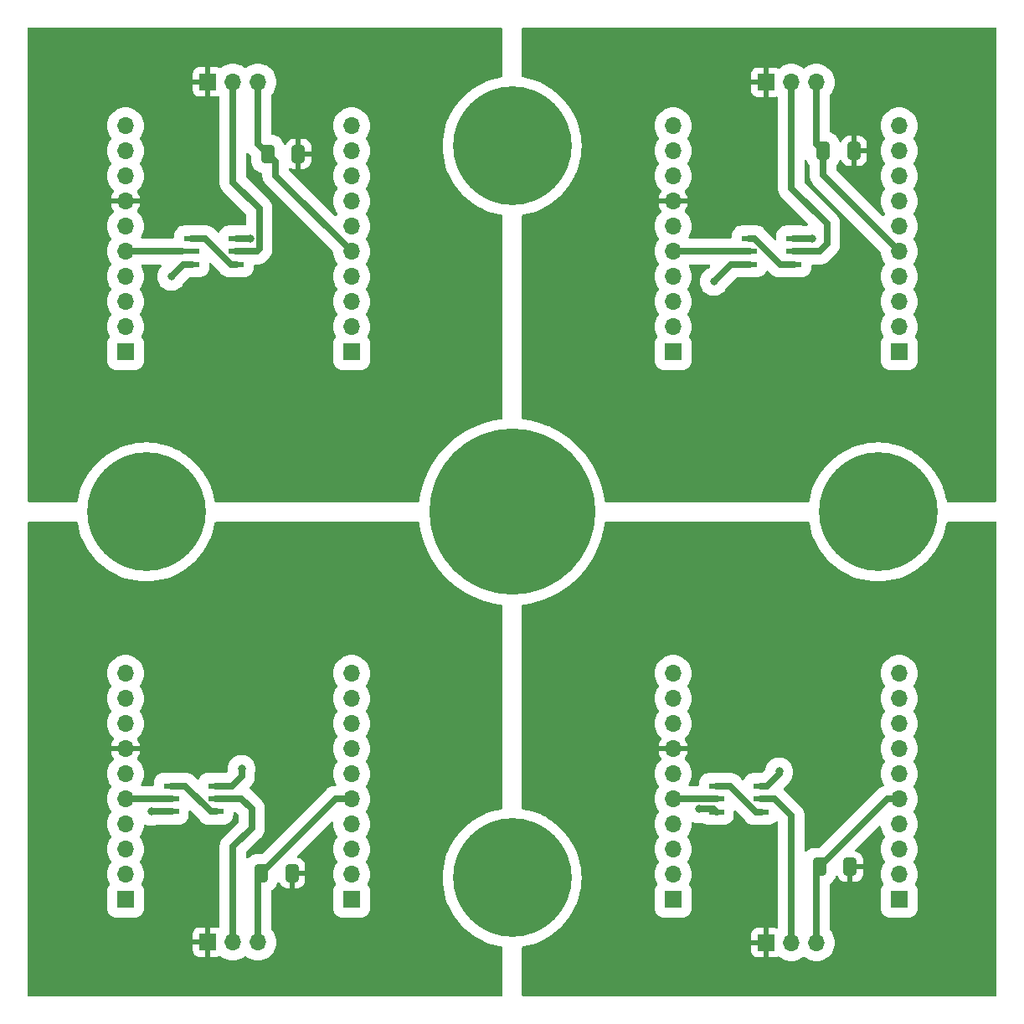
<source format=gbr>
%TF.GenerationSoftware,KiCad,Pcbnew,7.0.5-0*%
%TF.CreationDate,2024-05-08T17:08:20-04:00*%
%TF.ProjectId,quad_sipm,71756164-5f73-4697-906d-2e6b69636164,8.1*%
%TF.SameCoordinates,Original*%
%TF.FileFunction,Copper,L2,Bot*%
%TF.FilePolarity,Positive*%
%FSLAX46Y46*%
G04 Gerber Fmt 4.6, Leading zero omitted, Abs format (unit mm)*
G04 Created by KiCad (PCBNEW 7.0.5-0) date 2024-05-08 17:08:20*
%MOMM*%
%LPD*%
G01*
G04 APERTURE LIST*
G04 Aperture macros list*
%AMRoundRect*
0 Rectangle with rounded corners*
0 $1 Rounding radius*
0 $2 $3 $4 $5 $6 $7 $8 $9 X,Y pos of 4 corners*
0 Add a 4 corners polygon primitive as box body*
4,1,4,$2,$3,$4,$5,$6,$7,$8,$9,$2,$3,0*
0 Add four circle primitives for the rounded corners*
1,1,$1+$1,$2,$3*
1,1,$1+$1,$4,$5*
1,1,$1+$1,$6,$7*
1,1,$1+$1,$8,$9*
0 Add four rect primitives between the rounded corners*
20,1,$1+$1,$2,$3,$4,$5,0*
20,1,$1+$1,$4,$5,$6,$7,0*
20,1,$1+$1,$6,$7,$8,$9,0*
20,1,$1+$1,$8,$9,$2,$3,0*%
G04 Aperture macros list end*
%TA.AperFunction,SMDPad,CuDef*%
%ADD10R,1.500000X0.600000*%
%TD*%
%TA.AperFunction,ComponentPad*%
%ADD11C,16.800000*%
%TD*%
%TA.AperFunction,ComponentPad*%
%ADD12C,12.000000*%
%TD*%
%TA.AperFunction,ComponentPad*%
%ADD13R,1.700000X1.700000*%
%TD*%
%TA.AperFunction,ComponentPad*%
%ADD14O,1.700000X1.700000*%
%TD*%
%TA.AperFunction,SMDPad,CuDef*%
%ADD15RoundRect,0.250000X0.412500X0.650000X-0.412500X0.650000X-0.412500X-0.650000X0.412500X-0.650000X0*%
%TD*%
%TA.AperFunction,ViaPad*%
%ADD16C,0.800000*%
%TD*%
%TA.AperFunction,Conductor*%
%ADD17C,0.635000*%
%TD*%
G04 APERTURE END LIST*
D10*
%TO.P,SW4,1,C*%
%TO.N,Net-(SW4-C)*%
X123988000Y-74960000D03*
%TO.P,SW4,2,2*%
%TO.N,Net-(J7-Pin_5-Pad15)*%
X123988000Y-73660000D03*
%TO.P,SW4,3,A*%
%TO.N,Net-(SW4-A-Pad3)*%
X123988000Y-72360000D03*
%TO.P,SW4,4,A*%
X128488000Y-74960000D03*
%TO.P,SW4,5,B*%
%TO.N,Net-(J3-Pin_2)*%
X128488000Y-73660000D03*
%TO.P,SW4,6,0*%
%TO.N,Net-(SW4-0)*%
X128488000Y-72360000D03*
%TD*%
%TO.P,SW3,1,C*%
%TO.N,Net-(SW3-C)*%
X120650000Y-130332000D03*
%TO.P,SW3,2,2*%
%TO.N,Net-(J5-Pin_5-Pad15)*%
X120650000Y-129032000D03*
%TO.P,SW3,3,A*%
%TO.N,Net-(SW3-A-Pad3)*%
X120650000Y-127732000D03*
%TO.P,SW3,4,A*%
X125150000Y-130332000D03*
%TO.P,SW3,5,B*%
%TO.N,Net-(J1-Pin_2)*%
X125150000Y-129032000D03*
%TO.P,SW3,6,0*%
%TO.N,Net-(SW3-0)*%
X125150000Y-127732000D03*
%TD*%
%TO.P,SW2,1,C*%
%TO.N,Net-(SW2-C)*%
X67600000Y-74960000D03*
%TO.P,SW2,2,2*%
%TO.N,Net-(J8-Pin_5-Pad15)*%
X67600000Y-73660000D03*
%TO.P,SW2,3,A*%
%TO.N,Net-(SW2-A-Pad3)*%
X67600000Y-72360000D03*
%TO.P,SW2,4,A*%
X72100000Y-74960000D03*
%TO.P,SW2,5,B*%
%TO.N,Net-(J4-Pin_2)*%
X72100000Y-73660000D03*
%TO.P,SW2,6,0*%
%TO.N,Net-(SW2-0)*%
X72100000Y-72360000D03*
%TD*%
%TO.P,SW1,1,C*%
%TO.N,Net-(SW1-C)*%
X65532000Y-130302000D03*
%TO.P,SW1,2,2*%
%TO.N,Net-(J6-Pin_5-Pad15)*%
X65532000Y-129002000D03*
%TO.P,SW1,3,A*%
%TO.N,Net-(SW1-A-Pad3)*%
X65532000Y-127702000D03*
%TO.P,SW1,4,A*%
X70032000Y-130302000D03*
%TO.P,SW1,5,B*%
%TO.N,Net-(J2-Pin_2)*%
X70032000Y-129002000D03*
%TO.P,SW1,6,0*%
%TO.N,Net-(SW1-0)*%
X70032000Y-127702000D03*
%TD*%
D11*
%TO.P,H2,1*%
%TO.N,N/C*%
X100000000Y-100000000D03*
%TD*%
D12*
%TO.P,H3,1*%
%TO.N,N/C*%
X100000000Y-137000000D03*
%TD*%
%TO.P,H4,1*%
%TO.N,N/C*%
X137000000Y-100000000D03*
%TD*%
%TO.P,H5,1*%
%TO.N,N/C*%
X63000000Y-100000000D03*
%TD*%
%TO.P,H1,1*%
%TO.N,N/C*%
X100000000Y-63000000D03*
%TD*%
D13*
%TO.P,J7,1,Pin_1*%
%TO.N,unconnected-(J7-Pin_1-Pad1)*%
X139146000Y-83820000D03*
D14*
%TO.P,J7,2,Pin_2*%
%TO.N,unconnected-(J7-Pin_2-Pad2)*%
X139146000Y-81280000D03*
%TO.P,J7,3,Pin_3*%
%TO.N,unconnected-(J7-Pin_3-Pad3)*%
X139146000Y-78740000D03*
%TO.P,J7,4,Pin_4*%
%TO.N,unconnected-(J7-Pin_4-Pad4)*%
X139146000Y-76200000D03*
%TO.P,J7,5,Pin_5*%
%TO.N,Net-(J3-Pin_3)*%
X139146000Y-73660000D03*
%TO.P,J7,6,Pin_6*%
%TO.N,unconnected-(J7-Pin_6-Pad6)*%
X139146000Y-71120000D03*
%TO.P,J7,7,Pin_7*%
%TO.N,unconnected-(J7-Pin_7-Pad7)*%
X139146000Y-68580000D03*
%TO.P,J7,8,Pin_8*%
%TO.N,unconnected-(J7-Pin_8-Pad8)*%
X139146000Y-66040000D03*
%TO.P,J7,9,Pin_9*%
%TO.N,unconnected-(J7-Pin_9-Pad9)*%
X139146000Y-63500000D03*
%TO.P,J7,10,Pin_10*%
%TO.N,unconnected-(J7-Pin_10-Pad10)*%
X139146000Y-60960000D03*
D13*
%TO.P,J7,11,Pin_1*%
%TO.N,unconnected-(J7-Pin_1-Pad11)*%
X116286000Y-83820000D03*
D14*
%TO.P,J7,12,Pin_2*%
%TO.N,unconnected-(J7-Pin_2-Pad12)*%
X116286000Y-81280000D03*
%TO.P,J7,13,Pin_3*%
%TO.N,unconnected-(J7-Pin_3-Pad13)*%
X116286000Y-78740000D03*
%TO.P,J7,14,Pin_4*%
%TO.N,unconnected-(J7-Pin_4-Pad14)*%
X116286000Y-76200000D03*
%TO.P,J7,15,Pin_5*%
%TO.N,Net-(J7-Pin_5-Pad15)*%
X116286000Y-73660000D03*
%TO.P,J7,16,Pin_6*%
%TO.N,unconnected-(J7-Pin_6-Pad16)*%
X116286000Y-71120000D03*
%TO.P,J7,17,Pin_7*%
%TO.N,Net-(J3-Pin_1)*%
X116286000Y-68580000D03*
%TO.P,J7,18,Pin_8*%
%TO.N,unconnected-(J7-Pin_8-Pad18)*%
X116286000Y-66040000D03*
%TO.P,J7,19,Pin_9*%
%TO.N,unconnected-(J7-Pin_9-Pad19)*%
X116286000Y-63500000D03*
%TO.P,J7,20,Pin_10*%
%TO.N,unconnected-(J7-Pin_10-Pad20)*%
X116286000Y-60960000D03*
%TD*%
D13*
%TO.P,J8,1,Pin_1*%
%TO.N,unconnected-(J8-Pin_1-Pad1)*%
X83774000Y-83820000D03*
D14*
%TO.P,J8,2,Pin_2*%
%TO.N,unconnected-(J8-Pin_2-Pad2)*%
X83774000Y-81280000D03*
%TO.P,J8,3,Pin_3*%
%TO.N,unconnected-(J8-Pin_3-Pad3)*%
X83774000Y-78740000D03*
%TO.P,J8,4,Pin_4*%
%TO.N,unconnected-(J8-Pin_4-Pad4)*%
X83774000Y-76200000D03*
%TO.P,J8,5,Pin_5*%
%TO.N,Net-(J4-Pin_3)*%
X83774000Y-73660000D03*
%TO.P,J8,6,Pin_6*%
%TO.N,unconnected-(J8-Pin_6-Pad6)*%
X83774000Y-71120000D03*
%TO.P,J8,7,Pin_7*%
%TO.N,unconnected-(J8-Pin_7-Pad7)*%
X83774000Y-68580000D03*
%TO.P,J8,8,Pin_8*%
%TO.N,unconnected-(J8-Pin_8-Pad8)*%
X83774000Y-66040000D03*
%TO.P,J8,9,Pin_9*%
%TO.N,unconnected-(J8-Pin_9-Pad9)*%
X83774000Y-63500000D03*
%TO.P,J8,10,Pin_10*%
%TO.N,unconnected-(J8-Pin_10-Pad10)*%
X83774000Y-60960000D03*
D13*
%TO.P,J8,11,Pin_1*%
%TO.N,unconnected-(J8-Pin_1-Pad11)*%
X60914000Y-83820000D03*
D14*
%TO.P,J8,12,Pin_2*%
%TO.N,unconnected-(J8-Pin_2-Pad12)*%
X60914000Y-81280000D03*
%TO.P,J8,13,Pin_3*%
%TO.N,unconnected-(J8-Pin_3-Pad13)*%
X60914000Y-78740000D03*
%TO.P,J8,14,Pin_4*%
%TO.N,unconnected-(J8-Pin_4-Pad14)*%
X60914000Y-76200000D03*
%TO.P,J8,15,Pin_5*%
%TO.N,Net-(J8-Pin_5-Pad15)*%
X60914000Y-73660000D03*
%TO.P,J8,16,Pin_6*%
%TO.N,unconnected-(J8-Pin_6-Pad16)*%
X60914000Y-71120000D03*
%TO.P,J8,17,Pin_7*%
%TO.N,Net-(J4-Pin_1)*%
X60914000Y-68580000D03*
%TO.P,J8,18,Pin_8*%
%TO.N,unconnected-(J8-Pin_8-Pad18)*%
X60914000Y-66040000D03*
%TO.P,J8,19,Pin_9*%
%TO.N,unconnected-(J8-Pin_9-Pad19)*%
X60914000Y-63500000D03*
%TO.P,J8,20,Pin_10*%
%TO.N,unconnected-(J8-Pin_10-Pad20)*%
X60914000Y-60960000D03*
%TD*%
D13*
%TO.P,J6,1,Pin_1*%
%TO.N,unconnected-(J6-Pin_1-Pad1)*%
X83774000Y-139192000D03*
D14*
%TO.P,J6,2,Pin_2*%
%TO.N,unconnected-(J6-Pin_2-Pad2)*%
X83774000Y-136652000D03*
%TO.P,J6,3,Pin_3*%
%TO.N,unconnected-(J6-Pin_3-Pad3)*%
X83774000Y-134112000D03*
%TO.P,J6,4,Pin_4*%
%TO.N,unconnected-(J6-Pin_4-Pad4)*%
X83774000Y-131572000D03*
%TO.P,J6,5,Pin_5*%
%TO.N,Net-(J2-Pin_3)*%
X83774000Y-129032000D03*
%TO.P,J6,6,Pin_6*%
%TO.N,unconnected-(J6-Pin_6-Pad6)*%
X83774000Y-126492000D03*
%TO.P,J6,7,Pin_7*%
%TO.N,unconnected-(J6-Pin_7-Pad7)*%
X83774000Y-123952000D03*
%TO.P,J6,8,Pin_8*%
%TO.N,unconnected-(J6-Pin_8-Pad8)*%
X83774000Y-121412000D03*
%TO.P,J6,9,Pin_9*%
%TO.N,unconnected-(J6-Pin_9-Pad9)*%
X83774000Y-118872000D03*
%TO.P,J6,10,Pin_10*%
%TO.N,unconnected-(J6-Pin_10-Pad10)*%
X83774000Y-116332000D03*
D13*
%TO.P,J6,11,Pin_1*%
%TO.N,unconnected-(J6-Pin_1-Pad11)*%
X60914000Y-139192000D03*
D14*
%TO.P,J6,12,Pin_2*%
%TO.N,unconnected-(J6-Pin_2-Pad12)*%
X60914000Y-136652000D03*
%TO.P,J6,13,Pin_3*%
%TO.N,unconnected-(J6-Pin_3-Pad13)*%
X60914000Y-134112000D03*
%TO.P,J6,14,Pin_4*%
%TO.N,unconnected-(J6-Pin_4-Pad14)*%
X60914000Y-131572000D03*
%TO.P,J6,15,Pin_5*%
%TO.N,Net-(J6-Pin_5-Pad15)*%
X60914000Y-129032000D03*
%TO.P,J6,16,Pin_6*%
%TO.N,unconnected-(J6-Pin_6-Pad16)*%
X60914000Y-126492000D03*
%TO.P,J6,17,Pin_7*%
%TO.N,Net-(J2-Pin_1)*%
X60914000Y-123952000D03*
%TO.P,J6,18,Pin_8*%
%TO.N,unconnected-(J6-Pin_8-Pad18)*%
X60914000Y-121412000D03*
%TO.P,J6,19,Pin_9*%
%TO.N,unconnected-(J6-Pin_9-Pad19)*%
X60914000Y-118872000D03*
%TO.P,J6,20,Pin_10*%
%TO.N,unconnected-(J6-Pin_10-Pad20)*%
X60914000Y-116332000D03*
%TD*%
D13*
%TO.P,J5,1,Pin_1*%
%TO.N,unconnected-(J5-Pin_1-Pad1)*%
X139146000Y-139192000D03*
D14*
%TO.P,J5,2,Pin_2*%
%TO.N,unconnected-(J5-Pin_2-Pad2)*%
X139146000Y-136652000D03*
%TO.P,J5,3,Pin_3*%
%TO.N,unconnected-(J5-Pin_3-Pad3)*%
X139146000Y-134112000D03*
%TO.P,J5,4,Pin_4*%
%TO.N,unconnected-(J5-Pin_4-Pad4)*%
X139146000Y-131572000D03*
%TO.P,J5,5,Pin_5*%
%TO.N,Net-(J1-Pin_3)*%
X139146000Y-129032000D03*
%TO.P,J5,6,Pin_6*%
%TO.N,unconnected-(J5-Pin_6-Pad6)*%
X139146000Y-126492000D03*
%TO.P,J5,7,Pin_7*%
%TO.N,unconnected-(J5-Pin_7-Pad7)*%
X139146000Y-123952000D03*
%TO.P,J5,8,Pin_8*%
%TO.N,unconnected-(J5-Pin_8-Pad8)*%
X139146000Y-121412000D03*
%TO.P,J5,9,Pin_9*%
%TO.N,unconnected-(J5-Pin_9-Pad9)*%
X139146000Y-118872000D03*
%TO.P,J5,10,Pin_10*%
%TO.N,unconnected-(J5-Pin_10-Pad10)*%
X139146000Y-116332000D03*
D13*
%TO.P,J5,11,Pin_1*%
%TO.N,unconnected-(J5-Pin_1-Pad11)*%
X116286000Y-139192000D03*
D14*
%TO.P,J5,12,Pin_2*%
%TO.N,unconnected-(J5-Pin_2-Pad12)*%
X116286000Y-136652000D03*
%TO.P,J5,13,Pin_3*%
%TO.N,unconnected-(J5-Pin_3-Pad13)*%
X116286000Y-134112000D03*
%TO.P,J5,14,Pin_4*%
%TO.N,unconnected-(J5-Pin_4-Pad14)*%
X116286000Y-131572000D03*
%TO.P,J5,15,Pin_5*%
%TO.N,Net-(J5-Pin_5-Pad15)*%
X116286000Y-129032000D03*
%TO.P,J5,16,Pin_6*%
%TO.N,unconnected-(J5-Pin_6-Pad16)*%
X116286000Y-126492000D03*
%TO.P,J5,17,Pin_7*%
%TO.N,Net-(J1-Pin_1)*%
X116286000Y-123952000D03*
%TO.P,J5,18,Pin_8*%
%TO.N,unconnected-(J5-Pin_8-Pad18)*%
X116286000Y-121412000D03*
%TO.P,J5,19,Pin_9*%
%TO.N,unconnected-(J5-Pin_9-Pad19)*%
X116286000Y-118872000D03*
%TO.P,J5,20,Pin_10*%
%TO.N,unconnected-(J5-Pin_10-Pad20)*%
X116286000Y-116332000D03*
%TD*%
D13*
%TO.P,J1,1,Pin_1*%
%TO.N,Net-(J1-Pin_1)*%
X125685000Y-143555000D03*
D14*
%TO.P,J1,2,Pin_2*%
%TO.N,Net-(J1-Pin_2)*%
X128225000Y-143555000D03*
%TO.P,J1,3,Pin_3*%
%TO.N,Net-(J1-Pin_3)*%
X130765000Y-143555000D03*
%TD*%
D15*
%TO.P,C4,1*%
%TO.N,Net-(J4-Pin_1)*%
X78397500Y-63792500D03*
%TO.P,C4,2*%
%TO.N,Net-(J4-Pin_3)*%
X75272500Y-63792500D03*
%TD*%
D13*
%TO.P,J3,1,Pin_1*%
%TO.N,Net-(J3-Pin_1)*%
X125685000Y-56560000D03*
D14*
%TO.P,J3,2,Pin_2*%
%TO.N,Net-(J3-Pin_2)*%
X128225000Y-56560000D03*
%TO.P,J3,3,Pin_3*%
%TO.N,Net-(J3-Pin_3)*%
X130765000Y-56560000D03*
%TD*%
D13*
%TO.P,J4,1,Pin_1*%
%TO.N,Net-(J4-Pin_1)*%
X69215000Y-56515000D03*
D14*
%TO.P,J4,2,Pin_2*%
%TO.N,Net-(J4-Pin_2)*%
X71755000Y-56515000D03*
%TO.P,J4,3,Pin_3*%
%TO.N,Net-(J4-Pin_3)*%
X74295000Y-56515000D03*
%TD*%
D15*
%TO.P,C3,1*%
%TO.N,Net-(J3-Pin_1)*%
X134570000Y-63500000D03*
%TO.P,C3,2*%
%TO.N,Net-(J3-Pin_3)*%
X131445000Y-63500000D03*
%TD*%
D13*
%TO.P,J2,1,Pin_1*%
%TO.N,Net-(J2-Pin_1)*%
X69215000Y-143510000D03*
D14*
%TO.P,J2,2,Pin_2*%
%TO.N,Net-(J2-Pin_2)*%
X71755000Y-143510000D03*
%TO.P,J2,3,Pin_3*%
%TO.N,Net-(J2-Pin_3)*%
X74295000Y-143510000D03*
%TD*%
D15*
%TO.P,C1,1*%
%TO.N,Net-(J1-Pin_1)*%
X134189000Y-135890000D03*
%TO.P,C1,2*%
%TO.N,Net-(J1-Pin_3)*%
X131064000Y-135890000D03*
%TD*%
%TO.P,C2,1*%
%TO.N,Net-(J2-Pin_1)*%
X77762500Y-136525000D03*
%TO.P,C2,2*%
%TO.N,Net-(J2-Pin_3)*%
X74637500Y-136525000D03*
%TD*%
D16*
%TO.N,Net-(J1-Pin_1)*%
X123190000Y-124968000D03*
%TO.N,Net-(SW3-C)*%
X118872000Y-130048000D03*
%TO.N,Net-(SW3-0)*%
X127000000Y-126238000D03*
%TO.N,Net-(J2-Pin_1)*%
X68072000Y-124714000D03*
%TO.N,Net-(SW1-C)*%
X63500000Y-130302000D03*
%TO.N,Net-(SW1-0)*%
X72644000Y-125984000D03*
%TO.N,Net-(J4-Pin_1)*%
X70104000Y-77978000D03*
%TO.N,Net-(SW2-C)*%
X65532000Y-76200000D03*
%TO.N,Net-(SW2-0)*%
X73505000Y-72390000D03*
%TO.N,Net-(J3-Pin_1)*%
X126492000Y-78232000D03*
%TO.N,Net-(SW4-0)*%
X130302000Y-72390000D03*
%TO.N,Net-(SW4-C)*%
X120396000Y-76708000D03*
%TD*%
D17*
%TO.N,Net-(J3-Pin_2)*%
X128225000Y-56560000D02*
X128225000Y-67265000D01*
%TO.N,Net-(SW4-A-Pad3)*%
X128488000Y-74960000D02*
X127103000Y-74960000D01*
X127103000Y-74960000D02*
X124503000Y-72360000D01*
X124503000Y-72360000D02*
X123988000Y-72360000D01*
%TO.N,Net-(SW1-A-Pad3)*%
X65532000Y-127702000D02*
X66917000Y-127702000D01*
X66917000Y-127702000D02*
X69517000Y-130302000D01*
X69517000Y-130302000D02*
X70032000Y-130302000D01*
%TO.N,Net-(J3-Pin_2)*%
X131064000Y-73660000D02*
X128488000Y-73660000D01*
X128225000Y-67265000D02*
X131826000Y-70866000D01*
X131826000Y-70866000D02*
X131826000Y-72898000D01*
X131826000Y-72898000D02*
X131064000Y-73660000D01*
%TO.N,Net-(SW4-0)*%
X130302000Y-72390000D02*
X128518000Y-72390000D01*
%TO.N,Net-(SW3-0)*%
X125150000Y-127732000D02*
X125760000Y-127732000D01*
X125760000Y-127732000D02*
X127000000Y-126492000D01*
X127000000Y-126492000D02*
X127000000Y-126238000D01*
%TO.N,Net-(SW3-C)*%
X118872000Y-130048000D02*
X120366000Y-130048000D01*
X120366000Y-130048000D02*
X120650000Y-130332000D01*
%TO.N,Net-(J1-Pin_2)*%
X125150000Y-129032000D02*
X126535000Y-129032000D01*
X126535000Y-129032000D02*
X128225000Y-130722000D01*
X128225000Y-130722000D02*
X128225000Y-143555000D01*
%TO.N,Net-(SW3-A-Pad3)*%
X120650000Y-127732000D02*
X122035000Y-127732000D01*
X122035000Y-127732000D02*
X124635000Y-130332000D01*
X124635000Y-130332000D02*
X125150000Y-130332000D01*
%TO.N,Net-(J5-Pin_5-Pad15)*%
X116286000Y-129032000D02*
X120650000Y-129032000D01*
%TO.N,Net-(SW1-C)*%
X63500000Y-130302000D02*
X65532000Y-130302000D01*
%TO.N,Net-(SW1-0)*%
X72644000Y-126746000D02*
X71688000Y-127702000D01*
X72644000Y-125984000D02*
X72644000Y-126746000D01*
X71688000Y-127702000D02*
X70032000Y-127702000D01*
%TO.N,Net-(J2-Pin_2)*%
X71755000Y-143510000D02*
X71755000Y-133858000D01*
X73660000Y-131953000D02*
X71755000Y-133858000D01*
X70032000Y-129002000D02*
X72614000Y-129002000D01*
X72614000Y-129002000D02*
X73660000Y-130048000D01*
X73660000Y-130048000D02*
X73660000Y-131953000D01*
%TO.N,Net-(J6-Pin_5-Pad15)*%
X60914000Y-129032000D02*
X65502000Y-129032000D01*
X65502000Y-129032000D02*
X65532000Y-129002000D01*
%TO.N,Net-(SW2-C)*%
X65532000Y-76200000D02*
X66772000Y-74960000D01*
X66772000Y-74960000D02*
X67600000Y-74960000D01*
%TO.N,Net-(SW2-0)*%
X73505000Y-72390000D02*
X72136000Y-72390000D01*
%TO.N,Net-(J4-Pin_2)*%
X72100000Y-73660000D02*
X74168000Y-73660000D01*
X74168000Y-73660000D02*
X74422000Y-73406000D01*
X74422000Y-73406000D02*
X74422000Y-69342000D01*
X74422000Y-69342000D02*
X71755000Y-66675000D01*
X71755000Y-66675000D02*
X71755000Y-56515000D01*
%TO.N,Net-(SW2-A-Pad3)*%
X67600000Y-72360000D02*
X68985000Y-72360000D01*
X71585000Y-74960000D02*
X72100000Y-74960000D01*
X68985000Y-72360000D02*
X71585000Y-74960000D01*
%TO.N,Net-(J8-Pin_5-Pad15)*%
X62992000Y-73660000D02*
X66548000Y-73660000D01*
%TO.N,Net-(SW4-0)*%
X130272000Y-72360000D02*
X130302000Y-72390000D01*
%TO.N,Net-(SW4-C)*%
X121298770Y-75805230D02*
X120396000Y-76708000D01*
X122144000Y-74960000D02*
X121298770Y-75805230D01*
X123988000Y-74960000D02*
X122144000Y-74960000D01*
%TO.N,Net-(J7-Pin_5-Pad15)*%
X116286000Y-73660000D02*
X123988000Y-73660000D01*
%TO.N,Net-(J1-Pin_3)*%
X139146000Y-129032000D02*
X137922000Y-129032000D01*
X137922000Y-129032000D02*
X131064000Y-135890000D01*
X130765000Y-136189000D02*
X131064000Y-135890000D01*
X130765000Y-143555000D02*
X130765000Y-136189000D01*
%TO.N,Net-(J2-Pin_3)*%
X74295000Y-136867500D02*
X74295000Y-143510000D01*
X83774000Y-129032000D02*
X82130500Y-129032000D01*
X74637500Y-136525000D02*
X74295000Y-136867500D01*
X82130500Y-129032000D02*
X74637500Y-136525000D01*
%TO.N,Net-(J3-Pin_3)*%
X130765000Y-62820000D02*
X131445000Y-63500000D01*
X130765000Y-56560000D02*
X130765000Y-62820000D01*
X131445000Y-65959000D02*
X131445000Y-63500000D01*
X131445000Y-65959000D02*
X139146000Y-73660000D01*
%TO.N,Net-(J4-Pin_3)*%
X74295000Y-56515000D02*
X74295000Y-62815000D01*
X76090000Y-64610000D02*
X75272500Y-63792500D01*
X76090000Y-65976000D02*
X76090000Y-64610000D01*
X83774000Y-73660000D02*
X76090000Y-65976000D01*
X74295000Y-62815000D02*
X75272500Y-63792500D01*
%TO.N,Net-(J8-Pin_5-Pad15)*%
X60914000Y-73660000D02*
X62992000Y-73660000D01*
%TD*%
%TA.AperFunction,Conductor*%
%TO.N,Net-(J4-Pin_1)*%
G36*
X98942121Y-51020002D02*
G01*
X98988614Y-51073658D01*
X99000000Y-51126000D01*
X99000000Y-55943822D01*
X98979998Y-56011943D01*
X98926342Y-56058436D01*
X98897425Y-56067625D01*
X98437587Y-56154631D01*
X97930394Y-56290534D01*
X97434799Y-56463950D01*
X97434796Y-56463952D01*
X96953529Y-56673925D01*
X96953503Y-56673937D01*
X96489300Y-56919278D01*
X96489279Y-56919290D01*
X96044706Y-57198633D01*
X96044689Y-57198645D01*
X95622224Y-57510438D01*
X95622208Y-57510451D01*
X95224239Y-57852932D01*
X95224203Y-57852965D01*
X94852965Y-58224203D01*
X94852932Y-58224239D01*
X94510451Y-58622208D01*
X94510438Y-58622224D01*
X94198645Y-59044689D01*
X94198633Y-59044706D01*
X93919290Y-59489279D01*
X93919278Y-59489300D01*
X93673937Y-59953503D01*
X93673925Y-59953529D01*
X93573963Y-60182647D01*
X93464822Y-60432803D01*
X93463952Y-60434796D01*
X93463950Y-60434799D01*
X93290534Y-60930394D01*
X93154631Y-61437587D01*
X93057013Y-61953512D01*
X92998222Y-62475288D01*
X92978590Y-62999999D01*
X92998222Y-63524711D01*
X93057013Y-64046487D01*
X93154631Y-64562412D01*
X93290534Y-65069605D01*
X93463950Y-65565200D01*
X93463951Y-65565202D01*
X93463954Y-65565209D01*
X93565441Y-65797820D01*
X93673925Y-66046470D01*
X93673937Y-66046496D01*
X93919278Y-66510699D01*
X93919290Y-66510720D01*
X94198633Y-66955293D01*
X94198645Y-66955310D01*
X94510438Y-67377775D01*
X94510451Y-67377791D01*
X94757335Y-67664675D01*
X94852942Y-67775772D01*
X94852954Y-67775784D01*
X94852965Y-67775796D01*
X95224203Y-68147034D01*
X95224215Y-68147045D01*
X95224228Y-68147058D01*
X95233513Y-68155048D01*
X95622208Y-68489548D01*
X95622224Y-68489561D01*
X96044689Y-68801354D01*
X96044706Y-68801366D01*
X96462423Y-69063834D01*
X96489295Y-69080719D01*
X96543691Y-69109468D01*
X96953503Y-69326062D01*
X96953519Y-69326069D01*
X96953524Y-69326072D01*
X97434791Y-69536046D01*
X97434798Y-69536048D01*
X97434799Y-69536049D01*
X97930394Y-69709465D01*
X97930403Y-69709468D01*
X98437589Y-69845369D01*
X98697702Y-69894585D01*
X98897425Y-69932375D01*
X98960639Y-69964692D01*
X98996347Y-70026056D01*
X99000000Y-70056178D01*
X99000000Y-90522229D01*
X98979998Y-90590350D01*
X98926342Y-90636843D01*
X98886351Y-90647622D01*
X98770239Y-90659059D01*
X98161933Y-90759490D01*
X97561520Y-90899487D01*
X96971555Y-91078452D01*
X96971547Y-91078454D01*
X96394535Y-91295626D01*
X95832962Y-91550071D01*
X95832945Y-91550080D01*
X95289227Y-91840704D01*
X94765671Y-92166272D01*
X94765667Y-92166274D01*
X94264529Y-92525385D01*
X94264528Y-92525386D01*
X93787943Y-92916509D01*
X93337962Y-93337962D01*
X92916509Y-93787943D01*
X92525386Y-94264528D01*
X92525385Y-94264529D01*
X92166274Y-94765667D01*
X92166272Y-94765671D01*
X91840704Y-95289227D01*
X91550080Y-95832945D01*
X91550071Y-95832962D01*
X91295626Y-96394535D01*
X91078454Y-96971547D01*
X91078452Y-96971555D01*
X90899487Y-97561520D01*
X90759490Y-98161933D01*
X90659060Y-98770235D01*
X90659057Y-98770251D01*
X90647623Y-98886350D01*
X90621040Y-98952183D01*
X90563086Y-98993192D01*
X90522230Y-99000000D01*
X70056178Y-99000000D01*
X69988057Y-98979998D01*
X69941564Y-98926342D01*
X69932375Y-98897425D01*
X69897659Y-98713953D01*
X69845369Y-98437589D01*
X69709468Y-97930403D01*
X69580392Y-97561525D01*
X69536049Y-97434799D01*
X69536048Y-97434798D01*
X69536046Y-97434791D01*
X69326072Y-96953524D01*
X69326069Y-96953519D01*
X69326062Y-96953503D01*
X69171250Y-96660588D01*
X69080719Y-96489295D01*
X69080709Y-96489279D01*
X68801366Y-96044706D01*
X68801354Y-96044689D01*
X68489561Y-95622224D01*
X68489548Y-95622208D01*
X68147067Y-95224239D01*
X68147058Y-95224228D01*
X68147045Y-95224215D01*
X68147034Y-95224203D01*
X67775796Y-94852965D01*
X67775784Y-94852954D01*
X67775772Y-94852942D01*
X67674361Y-94765671D01*
X67377791Y-94510451D01*
X67377775Y-94510438D01*
X66955310Y-94198645D01*
X66955293Y-94198633D01*
X66510720Y-93919290D01*
X66510712Y-93919285D01*
X66510705Y-93919281D01*
X66465089Y-93895172D01*
X66046496Y-93673937D01*
X66046470Y-93673925D01*
X65862513Y-93593666D01*
X65565209Y-93463954D01*
X65565202Y-93463951D01*
X65565200Y-93463950D01*
X65069605Y-93290534D01*
X64562412Y-93154631D01*
X64046487Y-93057013D01*
X63524711Y-92998222D01*
X63018923Y-92979298D01*
X63000000Y-92978590D01*
X62999999Y-92978590D01*
X62475288Y-92998222D01*
X61953512Y-93057013D01*
X61437587Y-93154631D01*
X60930394Y-93290534D01*
X60434799Y-93463950D01*
X60434796Y-93463952D01*
X59953529Y-93673925D01*
X59953503Y-93673937D01*
X59489300Y-93919278D01*
X59489279Y-93919290D01*
X59044706Y-94198633D01*
X59044689Y-94198645D01*
X58622224Y-94510438D01*
X58622208Y-94510451D01*
X58224239Y-94852932D01*
X58224203Y-94852965D01*
X57852965Y-95224203D01*
X57852932Y-95224239D01*
X57510451Y-95622208D01*
X57510438Y-95622224D01*
X57198645Y-96044689D01*
X57198633Y-96044706D01*
X56919290Y-96489279D01*
X56919278Y-96489300D01*
X56673937Y-96953503D01*
X56673925Y-96953529D01*
X56463952Y-97434796D01*
X56463950Y-97434799D01*
X56290534Y-97930394D01*
X56154631Y-98437587D01*
X56067625Y-98897425D01*
X56035308Y-98960639D01*
X55973944Y-98996347D01*
X55943822Y-99000000D01*
X51126000Y-99000000D01*
X51057879Y-98979998D01*
X51011386Y-98926342D01*
X51000000Y-98874000D01*
X51000000Y-81280000D01*
X59042732Y-81280000D01*
X59061779Y-81546312D01*
X59118529Y-81807188D01*
X59118529Y-81807189D01*
X59211832Y-82057346D01*
X59211837Y-82057357D01*
X59285426Y-82192128D01*
X59300517Y-82261502D01*
X59275705Y-82328022D01*
X59272239Y-82332444D01*
X59214722Y-82402529D01*
X59214721Y-82402531D01*
X59120334Y-82579116D01*
X59120332Y-82579122D01*
X59062206Y-82770736D01*
X59062206Y-82770739D01*
X59047500Y-82920057D01*
X59047500Y-84719942D01*
X59062206Y-84869260D01*
X59062206Y-84869263D01*
X59120332Y-85060877D01*
X59120334Y-85060883D01*
X59214720Y-85237466D01*
X59214722Y-85237469D01*
X59341748Y-85392252D01*
X59496531Y-85519278D01*
X59673120Y-85613667D01*
X59864731Y-85671792D01*
X59864736Y-85671792D01*
X59864738Y-85671793D01*
X59974069Y-85682560D01*
X60014066Y-85686500D01*
X60014075Y-85686500D01*
X61813925Y-85686500D01*
X61813934Y-85686500D01*
X61911179Y-85676922D01*
X61963260Y-85671793D01*
X61963263Y-85671793D01*
X61963264Y-85671792D01*
X61963269Y-85671792D01*
X62154880Y-85613667D01*
X62331469Y-85519278D01*
X62486252Y-85392252D01*
X62613278Y-85237469D01*
X62707667Y-85060880D01*
X62765792Y-84869269D01*
X62780500Y-84719934D01*
X62780500Y-82920066D01*
X62765793Y-82770739D01*
X62765793Y-82770736D01*
X62765792Y-82770733D01*
X62765792Y-82770731D01*
X62707667Y-82579120D01*
X62613278Y-82402531D01*
X62555759Y-82332444D01*
X62528007Y-82267097D01*
X62539989Y-82197119D01*
X62542572Y-82192128D01*
X62616165Y-82057353D01*
X62709468Y-81807197D01*
X62766221Y-81546309D01*
X62785268Y-81280000D01*
X62766221Y-81013691D01*
X62709468Y-80752803D01*
X62616165Y-80502647D01*
X62488211Y-80268316D01*
X62351362Y-80085508D01*
X62326552Y-80018989D01*
X62341643Y-79949615D01*
X62351363Y-79934491D01*
X62488211Y-79751684D01*
X62616165Y-79517353D01*
X62709468Y-79267197D01*
X62766221Y-79006309D01*
X62785268Y-78740000D01*
X62766221Y-78473691D01*
X62709468Y-78212803D01*
X62616165Y-77962647D01*
X62488211Y-77728316D01*
X62351362Y-77545508D01*
X62326552Y-77478989D01*
X62341643Y-77409615D01*
X62351363Y-77394491D01*
X62354792Y-77389910D01*
X62488211Y-77211684D01*
X62616165Y-76977353D01*
X62709468Y-76727197D01*
X62766221Y-76466309D01*
X62785268Y-76200000D01*
X62766221Y-75933691D01*
X62709468Y-75672803D01*
X62616165Y-75422647D01*
X62488211Y-75188316D01*
X62488208Y-75188312D01*
X62488092Y-75188131D01*
X62488071Y-75188060D01*
X62486054Y-75184366D01*
X62486857Y-75183927D01*
X62468083Y-75120013D01*
X62488078Y-75051890D01*
X62541729Y-75005392D01*
X62594083Y-74994000D01*
X62933753Y-74994000D01*
X64429634Y-74994000D01*
X64497755Y-75014002D01*
X64544248Y-75067658D01*
X64554352Y-75137932D01*
X64524858Y-75202512D01*
X64522336Y-75205337D01*
X64410348Y-75326989D01*
X64281955Y-75523510D01*
X64187659Y-75738483D01*
X64187657Y-75738487D01*
X64130031Y-75966043D01*
X64130030Y-75966049D01*
X64110645Y-76200000D01*
X64130030Y-76433950D01*
X64130031Y-76433956D01*
X64187657Y-76661512D01*
X64187659Y-76661516D01*
X64281955Y-76876489D01*
X64347852Y-76977353D01*
X64410351Y-77073014D01*
X64569342Y-77245725D01*
X64754592Y-77389910D01*
X64754593Y-77389911D01*
X64961048Y-77501639D01*
X64961050Y-77501640D01*
X65044785Y-77530386D01*
X65183078Y-77577862D01*
X65414625Y-77616500D01*
X65414629Y-77616500D01*
X65649371Y-77616500D01*
X65649375Y-77616500D01*
X65880922Y-77577862D01*
X66102952Y-77501639D01*
X66309407Y-77389911D01*
X66494658Y-77245725D01*
X66653649Y-77073014D01*
X66782044Y-76876490D01*
X66803753Y-76826995D01*
X66830042Y-76788516D01*
X67287655Y-76330904D01*
X67349968Y-76296879D01*
X67376751Y-76294000D01*
X67658240Y-76294000D01*
X67658247Y-76294000D01*
X67832532Y-76278752D01*
X67832538Y-76278750D01*
X67832541Y-76278750D01*
X67834451Y-76278414D01*
X67856328Y-76276500D01*
X68399925Y-76276500D01*
X68399934Y-76276500D01*
X68497179Y-76266922D01*
X68549260Y-76261793D01*
X68549263Y-76261793D01*
X68549264Y-76261792D01*
X68549269Y-76261792D01*
X68740880Y-76203667D01*
X68917469Y-76109278D01*
X69072252Y-75982252D01*
X69199278Y-75827469D01*
X69293667Y-75650880D01*
X69351792Y-75459269D01*
X69366500Y-75309934D01*
X69366500Y-74932251D01*
X69386502Y-74864130D01*
X69440158Y-74817637D01*
X69510432Y-74807533D01*
X69575012Y-74837027D01*
X69581595Y-74843156D01*
X70412651Y-75674212D01*
X70434677Y-75703909D01*
X70500722Y-75827469D01*
X70627748Y-75982252D01*
X70782531Y-76109278D01*
X70782533Y-76109279D01*
X70952259Y-76200000D01*
X70959120Y-76203667D01*
X71150731Y-76261792D01*
X71150736Y-76261792D01*
X71150738Y-76261793D01*
X71260069Y-76272560D01*
X71300066Y-76276500D01*
X71328672Y-76276500D01*
X71350543Y-76278413D01*
X71352457Y-76278750D01*
X71352462Y-76278750D01*
X71352468Y-76278752D01*
X71404663Y-76283317D01*
X71407981Y-76283608D01*
X71413419Y-76284324D01*
X71456541Y-76291928D01*
X71468289Y-76294000D01*
X71468290Y-76294000D01*
X72158240Y-76294000D01*
X72158247Y-76294000D01*
X72332532Y-76278752D01*
X72332538Y-76278750D01*
X72332541Y-76278750D01*
X72334451Y-76278414D01*
X72356328Y-76276500D01*
X72899925Y-76276500D01*
X72899934Y-76276500D01*
X72997179Y-76266922D01*
X73049260Y-76261793D01*
X73049263Y-76261793D01*
X73049264Y-76261792D01*
X73049269Y-76261792D01*
X73240880Y-76203667D01*
X73417469Y-76109278D01*
X73572252Y-75982252D01*
X73699278Y-75827469D01*
X73793667Y-75650880D01*
X73851792Y-75459269D01*
X73866500Y-75309934D01*
X73866500Y-75120000D01*
X73886502Y-75051879D01*
X73940158Y-75005386D01*
X73992500Y-74994000D01*
X74284707Y-74994000D01*
X74284710Y-74994000D01*
X74339582Y-74984324D01*
X74345014Y-74983609D01*
X74400532Y-74978752D01*
X74454374Y-74964324D01*
X74459692Y-74963145D01*
X74509060Y-74954440D01*
X74514578Y-74953468D01*
X74514579Y-74953468D01*
X74514580Y-74953467D01*
X74514583Y-74953467D01*
X74566935Y-74934411D01*
X74572175Y-74932760D01*
X74574075Y-74932251D01*
X74625998Y-74918339D01*
X74676491Y-74894792D01*
X74681552Y-74892695D01*
X74733927Y-74873634D01*
X74782208Y-74845757D01*
X74787042Y-74843241D01*
X74837548Y-74819691D01*
X74883197Y-74787725D01*
X74887794Y-74784797D01*
X74936074Y-74756923D01*
X74978768Y-74721096D01*
X74983111Y-74717765D01*
X75028754Y-74685807D01*
X75193807Y-74520754D01*
X75406467Y-74308094D01*
X75406467Y-74308093D01*
X75447807Y-74266754D01*
X75479768Y-74221106D01*
X75483096Y-74216768D01*
X75518923Y-74174074D01*
X75546791Y-74125803D01*
X75549725Y-74121197D01*
X75581691Y-74075548D01*
X75605248Y-74025026D01*
X75607760Y-74020201D01*
X75635633Y-73971927D01*
X75654688Y-73919572D01*
X75656793Y-73914490D01*
X75680339Y-73863998D01*
X75694759Y-73810178D01*
X75696413Y-73804933D01*
X75715464Y-73752594D01*
X75715465Y-73752589D01*
X75715467Y-73752584D01*
X75725144Y-73697693D01*
X75726323Y-73692376D01*
X75740752Y-73638532D01*
X75745608Y-73583019D01*
X75746326Y-73577566D01*
X75755999Y-73522717D01*
X75756000Y-73522706D01*
X75756000Y-69225290D01*
X75746325Y-69170420D01*
X75745607Y-69164968D01*
X75745401Y-69162622D01*
X75740752Y-69109468D01*
X75726330Y-69055646D01*
X75725145Y-69050304D01*
X75715468Y-68995417D01*
X75696412Y-68943062D01*
X75694758Y-68937816D01*
X75692689Y-68930098D01*
X75680339Y-68884002D01*
X75656796Y-68833515D01*
X75654691Y-68828434D01*
X75644835Y-68801354D01*
X75635634Y-68776074D01*
X75635631Y-68776068D01*
X75607770Y-68727812D01*
X75605231Y-68722935D01*
X75581691Y-68672452D01*
X75549728Y-68626804D01*
X75546797Y-68622203D01*
X75518924Y-68573927D01*
X75483108Y-68531243D01*
X75479761Y-68526881D01*
X75447813Y-68481254D01*
X75447810Y-68481250D01*
X75447807Y-68481246D01*
X75282754Y-68316193D01*
X74207487Y-67240926D01*
X73125905Y-66159343D01*
X73091879Y-66097031D01*
X73089000Y-66070248D01*
X73089000Y-63799752D01*
X73109002Y-63731631D01*
X73162658Y-63685138D01*
X73232932Y-63675034D01*
X73297512Y-63704528D01*
X73304084Y-63710646D01*
X73310532Y-63717094D01*
X73310533Y-63717094D01*
X73328248Y-63734810D01*
X73328254Y-63734815D01*
X73556595Y-63963155D01*
X73590620Y-64025468D01*
X73593500Y-64052251D01*
X73593500Y-64507542D01*
X73604037Y-64641425D01*
X73604037Y-64641428D01*
X73604038Y-64641429D01*
X73659739Y-64862485D01*
X73659742Y-64862494D01*
X73754018Y-65070049D01*
X73754020Y-65070052D01*
X73754021Y-65070054D01*
X73836296Y-65188812D01*
X73883849Y-65257451D01*
X73883857Y-65257460D01*
X74045039Y-65418642D01*
X74045048Y-65418650D01*
X74045050Y-65418652D01*
X74232446Y-65548479D01*
X74440011Y-65642760D01*
X74660788Y-65698390D01*
X74721955Y-65734430D01*
X74753929Y-65797820D01*
X74756000Y-65820571D01*
X74756000Y-66092710D01*
X74765673Y-66147578D01*
X74766391Y-66153027D01*
X74771247Y-66208532D01*
X74785667Y-66262348D01*
X74786857Y-66267714D01*
X74796533Y-66322583D01*
X74815584Y-66374928D01*
X74817237Y-66380170D01*
X74831658Y-66433990D01*
X74831664Y-66434005D01*
X74855203Y-66484485D01*
X74857307Y-66489564D01*
X74876365Y-66541926D01*
X74904227Y-66590184D01*
X74906765Y-66595060D01*
X74930309Y-66645548D01*
X74930311Y-66645550D01*
X74930312Y-66645553D01*
X74945419Y-66667128D01*
X74962262Y-66691182D01*
X74965212Y-66695811D01*
X74993076Y-66744073D01*
X74993077Y-66744074D01*
X75028887Y-66786750D01*
X75032235Y-66791113D01*
X75064194Y-66836756D01*
X75064196Y-66836758D01*
X75076723Y-66849284D01*
X75105533Y-66878094D01*
X78570086Y-70342647D01*
X81870678Y-73643239D01*
X81904704Y-73705551D01*
X81907262Y-73723345D01*
X81921779Y-73926312D01*
X81978529Y-74187188D01*
X81978529Y-74187189D01*
X82071834Y-74437352D01*
X82071835Y-74437353D01*
X82199789Y-74671684D01*
X82309048Y-74817637D01*
X82336636Y-74854490D01*
X82361447Y-74921010D01*
X82346356Y-74990384D01*
X82336637Y-75005507D01*
X82199788Y-75188317D01*
X82071834Y-75422647D01*
X81978529Y-75672810D01*
X81978529Y-75672811D01*
X81921779Y-75933687D01*
X81902732Y-76200000D01*
X81921779Y-76466312D01*
X81978529Y-76727188D01*
X81978529Y-76727189D01*
X82071834Y-76977352D01*
X82124070Y-77073014D01*
X82199789Y-77211684D01*
X82225270Y-77245722D01*
X82336636Y-77394491D01*
X82361447Y-77461012D01*
X82346355Y-77530386D01*
X82336636Y-77545509D01*
X82199789Y-77728316D01*
X82071834Y-77962647D01*
X81978529Y-78212810D01*
X81978529Y-78212811D01*
X81921779Y-78473687D01*
X81902732Y-78739999D01*
X81921779Y-79006312D01*
X81978529Y-79267188D01*
X81978529Y-79267189D01*
X82071834Y-79517352D01*
X82071835Y-79517353D01*
X82199789Y-79751684D01*
X82265657Y-79839673D01*
X82336636Y-79934491D01*
X82361447Y-80001012D01*
X82346355Y-80070386D01*
X82336636Y-80085509D01*
X82199789Y-80268316D01*
X82071834Y-80502647D01*
X81978529Y-80752810D01*
X81978529Y-80752811D01*
X81921779Y-81013687D01*
X81902732Y-81280000D01*
X81921779Y-81546312D01*
X81978529Y-81807188D01*
X81978529Y-81807189D01*
X82071832Y-82057346D01*
X82071837Y-82057357D01*
X82145426Y-82192128D01*
X82160517Y-82261502D01*
X82135705Y-82328022D01*
X82132239Y-82332444D01*
X82074722Y-82402529D01*
X82074721Y-82402531D01*
X81980334Y-82579116D01*
X81980332Y-82579122D01*
X81922206Y-82770736D01*
X81922206Y-82770739D01*
X81907500Y-82920057D01*
X81907500Y-84719942D01*
X81922206Y-84869260D01*
X81922206Y-84869263D01*
X81980332Y-85060877D01*
X81980334Y-85060883D01*
X82074720Y-85237466D01*
X82074722Y-85237469D01*
X82201748Y-85392252D01*
X82356531Y-85519278D01*
X82533120Y-85613667D01*
X82724731Y-85671792D01*
X82724736Y-85671792D01*
X82724738Y-85671793D01*
X82834069Y-85682560D01*
X82874066Y-85686500D01*
X82874075Y-85686500D01*
X84673925Y-85686500D01*
X84673934Y-85686500D01*
X84771179Y-85676922D01*
X84823260Y-85671793D01*
X84823263Y-85671793D01*
X84823264Y-85671792D01*
X84823269Y-85671792D01*
X85014880Y-85613667D01*
X85191469Y-85519278D01*
X85346252Y-85392252D01*
X85473278Y-85237469D01*
X85567667Y-85060880D01*
X85625792Y-84869269D01*
X85640500Y-84719934D01*
X85640500Y-82920066D01*
X85625793Y-82770739D01*
X85625793Y-82770736D01*
X85625792Y-82770733D01*
X85625792Y-82770731D01*
X85567667Y-82579120D01*
X85473278Y-82402531D01*
X85415759Y-82332444D01*
X85388007Y-82267097D01*
X85399989Y-82197119D01*
X85402572Y-82192128D01*
X85476165Y-82057353D01*
X85569468Y-81807197D01*
X85626221Y-81546309D01*
X85645268Y-81280000D01*
X85626221Y-81013691D01*
X85569468Y-80752803D01*
X85476165Y-80502647D01*
X85348211Y-80268316D01*
X85211362Y-80085508D01*
X85186552Y-80018989D01*
X85201643Y-79949615D01*
X85211363Y-79934491D01*
X85348211Y-79751684D01*
X85476165Y-79517353D01*
X85569468Y-79267197D01*
X85626221Y-79006309D01*
X85645268Y-78740000D01*
X85626221Y-78473691D01*
X85569468Y-78212803D01*
X85476165Y-77962647D01*
X85348211Y-77728316D01*
X85211362Y-77545508D01*
X85186552Y-77478989D01*
X85201643Y-77409615D01*
X85211363Y-77394491D01*
X85214792Y-77389910D01*
X85348211Y-77211684D01*
X85476165Y-76977353D01*
X85569468Y-76727197D01*
X85626221Y-76466309D01*
X85645268Y-76200000D01*
X85626221Y-75933691D01*
X85569468Y-75672803D01*
X85476165Y-75422647D01*
X85348211Y-75188316D01*
X85246084Y-75051890D01*
X85211363Y-75005508D01*
X85186552Y-74938988D01*
X85201644Y-74869613D01*
X85211357Y-74854498D01*
X85348211Y-74671684D01*
X85476165Y-74437353D01*
X85569468Y-74187197D01*
X85626221Y-73926309D01*
X85645268Y-73660000D01*
X85626221Y-73393691D01*
X85569468Y-73132803D01*
X85476165Y-72882647D01*
X85348211Y-72648316D01*
X85211362Y-72465508D01*
X85186552Y-72398989D01*
X85201643Y-72329615D01*
X85211363Y-72314491D01*
X85257887Y-72252342D01*
X85348211Y-72131684D01*
X85476165Y-71897353D01*
X85569468Y-71647197D01*
X85626221Y-71386309D01*
X85645268Y-71120000D01*
X85626221Y-70853691D01*
X85569468Y-70592803D01*
X85476165Y-70342647D01*
X85348211Y-70108316D01*
X85224447Y-69942987D01*
X85211363Y-69925508D01*
X85186552Y-69858988D01*
X85201644Y-69789613D01*
X85211357Y-69774498D01*
X85348211Y-69591684D01*
X85476165Y-69357353D01*
X85569468Y-69107197D01*
X85626221Y-68846309D01*
X85645268Y-68580000D01*
X85626221Y-68313691D01*
X85589967Y-68147034D01*
X85569470Y-68052811D01*
X85569470Y-68052810D01*
X85569468Y-68052806D01*
X85569468Y-68052803D01*
X85476165Y-67802647D01*
X85348211Y-67568316D01*
X85211362Y-67385508D01*
X85186552Y-67318989D01*
X85201643Y-67249615D01*
X85211363Y-67234491D01*
X85348211Y-67051684D01*
X85476165Y-66817353D01*
X85569468Y-66567197D01*
X85626221Y-66306309D01*
X85645268Y-66040000D01*
X85626221Y-65773691D01*
X85580867Y-65565203D01*
X85569470Y-65512811D01*
X85569470Y-65512810D01*
X85569468Y-65512806D01*
X85569468Y-65512803D01*
X85476165Y-65262647D01*
X85348211Y-65028316D01*
X85211362Y-64845507D01*
X85186552Y-64778989D01*
X85201643Y-64709615D01*
X85211363Y-64694491D01*
X85211364Y-64694490D01*
X85348211Y-64511684D01*
X85476165Y-64277353D01*
X85569468Y-64027197D01*
X85626221Y-63766309D01*
X85645268Y-63500000D01*
X85626221Y-63233691D01*
X85607303Y-63146728D01*
X85569470Y-62972811D01*
X85569470Y-62972810D01*
X85569468Y-62972806D01*
X85569468Y-62972803D01*
X85476165Y-62722647D01*
X85348211Y-62488316D01*
X85227863Y-62327550D01*
X85211363Y-62305508D01*
X85186552Y-62238988D01*
X85201644Y-62169613D01*
X85211357Y-62154498D01*
X85348211Y-61971684D01*
X85476165Y-61737353D01*
X85569468Y-61487197D01*
X85626221Y-61226309D01*
X85645268Y-60960000D01*
X85626221Y-60693691D01*
X85569902Y-60434796D01*
X85569470Y-60432811D01*
X85569470Y-60432810D01*
X85569468Y-60432806D01*
X85569468Y-60432803D01*
X85476165Y-60182647D01*
X85348211Y-59948316D01*
X85188210Y-59734580D01*
X84999420Y-59545790D01*
X84999417Y-59545788D01*
X84999414Y-59545785D01*
X84912963Y-59481069D01*
X84785684Y-59385789D01*
X84657728Y-59315920D01*
X84551352Y-59257834D01*
X84301189Y-59164529D01*
X84040311Y-59107779D01*
X84040313Y-59107779D01*
X83827261Y-59092541D01*
X83774000Y-59088732D01*
X83773999Y-59088732D01*
X83507687Y-59107779D01*
X83246811Y-59164529D01*
X83246810Y-59164529D01*
X82996647Y-59257834D01*
X82762316Y-59385789D01*
X82548585Y-59545785D01*
X82548576Y-59545793D01*
X82359793Y-59734576D01*
X82359785Y-59734585D01*
X82199789Y-59948316D01*
X82071834Y-60182647D01*
X81978529Y-60432810D01*
X81978529Y-60432811D01*
X81921779Y-60693687D01*
X81902732Y-60960000D01*
X81921779Y-61226312D01*
X81978529Y-61487188D01*
X81978529Y-61487189D01*
X82071834Y-61737352D01*
X82104888Y-61797885D01*
X82199789Y-61971684D01*
X82326782Y-62141327D01*
X82336636Y-62154490D01*
X82361447Y-62221010D01*
X82346356Y-62290384D01*
X82336637Y-62305507D01*
X82199788Y-62488317D01*
X82071834Y-62722647D01*
X81978529Y-62972810D01*
X81978529Y-62972811D01*
X81921779Y-63233687D01*
X81902732Y-63499999D01*
X81921779Y-63766312D01*
X81978529Y-64027188D01*
X81978529Y-64027189D01*
X82071834Y-64277352D01*
X82071835Y-64277353D01*
X82199789Y-64511684D01*
X82237763Y-64562411D01*
X82336636Y-64694490D01*
X82361447Y-64761010D01*
X82346356Y-64830384D01*
X82336637Y-64845507D01*
X82199788Y-65028317D01*
X82071834Y-65262647D01*
X81978529Y-65512810D01*
X81978529Y-65512811D01*
X81921779Y-65773687D01*
X81902732Y-66039999D01*
X81921779Y-66306312D01*
X81978529Y-66567188D01*
X81978529Y-66567189D01*
X82071834Y-66817352D01*
X82090768Y-66852027D01*
X82199789Y-67051684D01*
X82216441Y-67073928D01*
X82336636Y-67234491D01*
X82361447Y-67301012D01*
X82346355Y-67370386D01*
X82336636Y-67385509D01*
X82199789Y-67568316D01*
X82071834Y-67802647D01*
X81978529Y-68052810D01*
X81978529Y-68052811D01*
X81921779Y-68313687D01*
X81902732Y-68580000D01*
X81921779Y-68846312D01*
X81978529Y-69107188D01*
X81978529Y-69107189D01*
X82071834Y-69357352D01*
X82129920Y-69463729D01*
X82199789Y-69591684D01*
X82285205Y-69705786D01*
X82336636Y-69774490D01*
X82361447Y-69841010D01*
X82346356Y-69910384D01*
X82336636Y-69925508D01*
X82248009Y-70043899D01*
X82191173Y-70086446D01*
X82120357Y-70091510D01*
X82058046Y-70057485D01*
X77460905Y-65460344D01*
X77426879Y-65398032D01*
X77424000Y-65371249D01*
X77424000Y-65355528D01*
X77444002Y-65287407D01*
X77497658Y-65240914D01*
X77567932Y-65230810D01*
X77607204Y-65243262D01*
X77666095Y-65273269D01*
X77845789Y-65321417D01*
X77923061Y-65327500D01*
X78143500Y-65327500D01*
X78143500Y-64046500D01*
X78651500Y-64046500D01*
X78651500Y-65327500D01*
X78871939Y-65327500D01*
X78949210Y-65321417D01*
X79128902Y-65273269D01*
X79294658Y-65188812D01*
X79294661Y-65188811D01*
X79439236Y-65071736D01*
X79556311Y-64927161D01*
X79556312Y-64927158D01*
X79640769Y-64761402D01*
X79688917Y-64581710D01*
X79695000Y-64504438D01*
X79695000Y-64046500D01*
X78651500Y-64046500D01*
X78143500Y-64046500D01*
X78143500Y-62257500D01*
X78651500Y-62257500D01*
X78651500Y-63538500D01*
X79695000Y-63538500D01*
X79695000Y-63080561D01*
X79688917Y-63003289D01*
X79640769Y-62823597D01*
X79556312Y-62657841D01*
X79556311Y-62657838D01*
X79439236Y-62513263D01*
X79294661Y-62396188D01*
X79294658Y-62396187D01*
X79128902Y-62311730D01*
X78949210Y-62263582D01*
X78871939Y-62257500D01*
X78651500Y-62257500D01*
X78143500Y-62257500D01*
X77923061Y-62257500D01*
X77845789Y-62263582D01*
X77666097Y-62311730D01*
X77500341Y-62396187D01*
X77500338Y-62396188D01*
X77355763Y-62513263D01*
X77238688Y-62657838D01*
X77238687Y-62657841D01*
X77154228Y-62823600D01*
X77154189Y-62823747D01*
X77154142Y-62823822D01*
X77151863Y-62829762D01*
X77150776Y-62829344D01*
X77117230Y-62884365D01*
X77053366Y-62915379D01*
X76982872Y-62906942D01*
X76928131Y-62861732D01*
X76910305Y-62821907D01*
X76885261Y-62722516D01*
X76885260Y-62722511D01*
X76790979Y-62514946D01*
X76661152Y-62327550D01*
X76661150Y-62327548D01*
X76661142Y-62327539D01*
X76499960Y-62166357D01*
X76499951Y-62166349D01*
X76482835Y-62154491D01*
X76312554Y-62036521D01*
X76312552Y-62036520D01*
X76312549Y-62036518D01*
X76104994Y-61942242D01*
X76104991Y-61942241D01*
X76104989Y-61942240D01*
X75883925Y-61886537D01*
X75750042Y-61876000D01*
X75750039Y-61876000D01*
X75747574Y-61875806D01*
X75747622Y-61875185D01*
X75682757Y-61853330D01*
X75638414Y-61797885D01*
X75629000Y-61750097D01*
X75629000Y-57872820D01*
X75649002Y-57804699D01*
X75665906Y-57783724D01*
X75681086Y-57768542D01*
X75709210Y-57740420D01*
X75869211Y-57526684D01*
X75997165Y-57292353D01*
X76090468Y-57042197D01*
X76147221Y-56781309D01*
X76166268Y-56515000D01*
X76147221Y-56248691D01*
X76107832Y-56067625D01*
X76090470Y-55987811D01*
X76090470Y-55987810D01*
X76090468Y-55987806D01*
X76090468Y-55987803D01*
X75997165Y-55737647D01*
X75869211Y-55503316D01*
X75709210Y-55289580D01*
X75520420Y-55100790D01*
X75520417Y-55100788D01*
X75520414Y-55100785D01*
X75425856Y-55030000D01*
X75306684Y-54940789D01*
X75178729Y-54870920D01*
X75072352Y-54812834D01*
X74822189Y-54719529D01*
X74561311Y-54662779D01*
X74561313Y-54662779D01*
X74295000Y-54643732D01*
X74028687Y-54662779D01*
X73767811Y-54719529D01*
X73767810Y-54719529D01*
X73517647Y-54812834D01*
X73283316Y-54940789D01*
X73100509Y-55077636D01*
X73033988Y-55102447D01*
X72964614Y-55087355D01*
X72949491Y-55077636D01*
X72854673Y-55006657D01*
X72766684Y-54940789D01*
X72638728Y-54870920D01*
X72532352Y-54812834D01*
X72282189Y-54719529D01*
X72021311Y-54662779D01*
X72021313Y-54662779D01*
X71755000Y-54643732D01*
X71488687Y-54662779D01*
X71227811Y-54719529D01*
X71227810Y-54719529D01*
X70977647Y-54812834D01*
X70743316Y-54940789D01*
X70529580Y-55100790D01*
X70528700Y-55101553D01*
X70528345Y-55101715D01*
X70525978Y-55103487D01*
X70525592Y-55102971D01*
X70464116Y-55131039D01*
X70393843Y-55120927D01*
X70382059Y-55114772D01*
X70319197Y-55077595D01*
X70165130Y-55032834D01*
X70165117Y-55032832D01*
X70129136Y-55030000D01*
X69469000Y-55030000D01*
X69469000Y-56081325D01*
X69357315Y-56030320D01*
X69250763Y-56015000D01*
X69179237Y-56015000D01*
X69072685Y-56030320D01*
X68961000Y-56081325D01*
X68961000Y-55030000D01*
X68300864Y-55030000D01*
X68264882Y-55032832D01*
X68264869Y-55032834D01*
X68110802Y-55077595D01*
X67972714Y-55159261D01*
X67972707Y-55159266D01*
X67859266Y-55272707D01*
X67859261Y-55272714D01*
X67777595Y-55410802D01*
X67732834Y-55564869D01*
X67732832Y-55564882D01*
X67730000Y-55600863D01*
X67730000Y-56261000D01*
X68783884Y-56261000D01*
X68755507Y-56305156D01*
X68715000Y-56443111D01*
X68715000Y-56586889D01*
X68755507Y-56724844D01*
X68783884Y-56769000D01*
X67730000Y-56769000D01*
X67730000Y-57429136D01*
X67732832Y-57465117D01*
X67732834Y-57465130D01*
X67777595Y-57619197D01*
X67859261Y-57757285D01*
X67859266Y-57757292D01*
X67972707Y-57870733D01*
X67972714Y-57870738D01*
X68110802Y-57952404D01*
X68264869Y-57997165D01*
X68264882Y-57997167D01*
X68300863Y-57999999D01*
X68300865Y-58000000D01*
X68961000Y-58000000D01*
X68961000Y-56948674D01*
X69072685Y-56999680D01*
X69179237Y-57015000D01*
X69250763Y-57015000D01*
X69357315Y-56999680D01*
X69469000Y-56948674D01*
X69469000Y-58000000D01*
X70129135Y-58000000D01*
X70129136Y-57999999D01*
X70165117Y-57997167D01*
X70165127Y-57997165D01*
X70259846Y-57969647D01*
X70330843Y-57969850D01*
X70390459Y-58008403D01*
X70419768Y-58073068D01*
X70421000Y-58090644D01*
X70421000Y-66791710D01*
X70430673Y-66846578D01*
X70431391Y-66852027D01*
X70436247Y-66907532D01*
X70450667Y-66961348D01*
X70451857Y-66966714D01*
X70461533Y-67021583D01*
X70480584Y-67073928D01*
X70482237Y-67079170D01*
X70496658Y-67132990D01*
X70496664Y-67133005D01*
X70520203Y-67183485D01*
X70522307Y-67188564D01*
X70541365Y-67240926D01*
X70569227Y-67289184D01*
X70571765Y-67294060D01*
X70595309Y-67344548D01*
X70595311Y-67344550D01*
X70595312Y-67344553D01*
X70602333Y-67354580D01*
X70627262Y-67390182D01*
X70630212Y-67394811D01*
X70658076Y-67443073D01*
X70658077Y-67443074D01*
X70693888Y-67485752D01*
X70697234Y-67490113D01*
X70729192Y-67535753D01*
X70729194Y-67535755D01*
X70788253Y-67594815D01*
X70788256Y-67594817D01*
X73051095Y-69857656D01*
X73085121Y-69919968D01*
X73088000Y-69946751D01*
X73088000Y-70923003D01*
X73067998Y-70991124D01*
X73014342Y-71037617D01*
X72949652Y-71048396D01*
X72899945Y-71043501D01*
X72899943Y-71043500D01*
X72899934Y-71043500D01*
X71300066Y-71043500D01*
X71300057Y-71043500D01*
X71150739Y-71058206D01*
X71150736Y-71058206D01*
X70959122Y-71116332D01*
X70959116Y-71116334D01*
X70782533Y-71210720D01*
X70627748Y-71337748D01*
X70500720Y-71492533D01*
X70407818Y-71666341D01*
X70358066Y-71716989D01*
X70288829Y-71732699D01*
X70222090Y-71708483D01*
X70207601Y-71696040D01*
X70158749Y-71647188D01*
X69887094Y-71375533D01*
X69866425Y-71354864D01*
X69845758Y-71334196D01*
X69845756Y-71334194D01*
X69800113Y-71302235D01*
X69795750Y-71298887D01*
X69753074Y-71263077D01*
X69753073Y-71263076D01*
X69726220Y-71247572D01*
X69704805Y-71235208D01*
X69700182Y-71232262D01*
X69676128Y-71215419D01*
X69654553Y-71200312D01*
X69654550Y-71200311D01*
X69654548Y-71200309D01*
X69604060Y-71176765D01*
X69599184Y-71174227D01*
X69550926Y-71146365D01*
X69498564Y-71127307D01*
X69493485Y-71125203D01*
X69443005Y-71101664D01*
X69443001Y-71101662D01*
X69442998Y-71101661D01*
X69442996Y-71101660D01*
X69442990Y-71101658D01*
X69389170Y-71087237D01*
X69383928Y-71085584D01*
X69331583Y-71066533D01*
X69331584Y-71066533D01*
X69276714Y-71056857D01*
X69271348Y-71055667D01*
X69217532Y-71041247D01*
X69162027Y-71036391D01*
X69156578Y-71035673D01*
X69101711Y-71026000D01*
X69101710Y-71026000D01*
X69043247Y-71026000D01*
X67541753Y-71026000D01*
X67367468Y-71041248D01*
X67367467Y-71041248D01*
X67367458Y-71041249D01*
X67365549Y-71041586D01*
X67343672Y-71043500D01*
X66800057Y-71043500D01*
X66650739Y-71058206D01*
X66650736Y-71058206D01*
X66459122Y-71116332D01*
X66459116Y-71116334D01*
X66282533Y-71210720D01*
X66127748Y-71337748D01*
X66000720Y-71492533D01*
X65906334Y-71669116D01*
X65906332Y-71669122D01*
X65848206Y-71860736D01*
X65848206Y-71860739D01*
X65833500Y-72010057D01*
X65833500Y-72200000D01*
X65813498Y-72268121D01*
X65759842Y-72314614D01*
X65707500Y-72326000D01*
X62594083Y-72326000D01*
X62525962Y-72305998D01*
X62479469Y-72252342D01*
X62469365Y-72182068D01*
X62486580Y-72135921D01*
X62486054Y-72135634D01*
X62488053Y-72131972D01*
X62488092Y-72131869D01*
X62488204Y-72131693D01*
X62488211Y-72131684D01*
X62616165Y-71897353D01*
X62709468Y-71647197D01*
X62766221Y-71386309D01*
X62785268Y-71120000D01*
X62766221Y-70853691D01*
X62709468Y-70592803D01*
X62616165Y-70342647D01*
X62488211Y-70108316D01*
X62356503Y-69932375D01*
X62328214Y-69894585D01*
X62328212Y-69894583D01*
X62328210Y-69894580D01*
X62139420Y-69705790D01*
X62139415Y-69705786D01*
X62107002Y-69681521D01*
X62064456Y-69624685D01*
X62059392Y-69553869D01*
X62087427Y-69499915D01*
X62086691Y-69499342D01*
X62089801Y-69495345D01*
X62089825Y-69495301D01*
X62089895Y-69495224D01*
X62224491Y-69289206D01*
X62224498Y-69289194D01*
X62323350Y-69063834D01*
X62323353Y-69063827D01*
X62381553Y-68834000D01*
X61345116Y-68834000D01*
X61373493Y-68789844D01*
X61414000Y-68651889D01*
X61414000Y-68508111D01*
X61373493Y-68370156D01*
X61345116Y-68326000D01*
X62381553Y-68326000D01*
X62381553Y-68325999D01*
X62323353Y-68096172D01*
X62323350Y-68096165D01*
X62224498Y-67870805D01*
X62224491Y-67870793D01*
X62089892Y-67664771D01*
X62089804Y-67664675D01*
X62089778Y-67664624D01*
X62086691Y-67660657D01*
X62087507Y-67660021D01*
X62058388Y-67601007D01*
X62066380Y-67530462D01*
X62107001Y-67478477D01*
X62139420Y-67454210D01*
X62328210Y-67265420D01*
X62488211Y-67051684D01*
X62616165Y-66817353D01*
X62709468Y-66567197D01*
X62766221Y-66306309D01*
X62785268Y-66040000D01*
X62766221Y-65773691D01*
X62720867Y-65565203D01*
X62709470Y-65512811D01*
X62709470Y-65512810D01*
X62709468Y-65512806D01*
X62709468Y-65512803D01*
X62616165Y-65262647D01*
X62488211Y-65028316D01*
X62351362Y-64845507D01*
X62326552Y-64778989D01*
X62341643Y-64709615D01*
X62351363Y-64694491D01*
X62351364Y-64694490D01*
X62488211Y-64511684D01*
X62616165Y-64277353D01*
X62709468Y-64027197D01*
X62766221Y-63766309D01*
X62785268Y-63500000D01*
X62766221Y-63233691D01*
X62747303Y-63146728D01*
X62709470Y-62972811D01*
X62709470Y-62972810D01*
X62709468Y-62972806D01*
X62709468Y-62972803D01*
X62616165Y-62722647D01*
X62488211Y-62488316D01*
X62367863Y-62327550D01*
X62351363Y-62305508D01*
X62326552Y-62238988D01*
X62341644Y-62169613D01*
X62351357Y-62154498D01*
X62488211Y-61971684D01*
X62616165Y-61737353D01*
X62709468Y-61487197D01*
X62766221Y-61226309D01*
X62785268Y-60960000D01*
X62766221Y-60693691D01*
X62709902Y-60434796D01*
X62709470Y-60432811D01*
X62709470Y-60432810D01*
X62709468Y-60432806D01*
X62709468Y-60432803D01*
X62616165Y-60182647D01*
X62488211Y-59948316D01*
X62328210Y-59734580D01*
X62139420Y-59545790D01*
X62139417Y-59545788D01*
X62139414Y-59545785D01*
X62052963Y-59481069D01*
X61925684Y-59385789D01*
X61797728Y-59315920D01*
X61691352Y-59257834D01*
X61441189Y-59164529D01*
X61180311Y-59107779D01*
X61180313Y-59107779D01*
X60914000Y-59088732D01*
X60647687Y-59107779D01*
X60386811Y-59164529D01*
X60386810Y-59164529D01*
X60136647Y-59257834D01*
X59902316Y-59385789D01*
X59688585Y-59545785D01*
X59688576Y-59545793D01*
X59499793Y-59734576D01*
X59499785Y-59734585D01*
X59339789Y-59948316D01*
X59211834Y-60182647D01*
X59118529Y-60432810D01*
X59118529Y-60432811D01*
X59061779Y-60693687D01*
X59042732Y-60959999D01*
X59061779Y-61226312D01*
X59118529Y-61487188D01*
X59118529Y-61487189D01*
X59211834Y-61737352D01*
X59244888Y-61797885D01*
X59339789Y-61971684D01*
X59405657Y-62059673D01*
X59476636Y-62154491D01*
X59501447Y-62221012D01*
X59486355Y-62290386D01*
X59476636Y-62305509D01*
X59339789Y-62488316D01*
X59211834Y-62722647D01*
X59118529Y-62972810D01*
X59118529Y-62972811D01*
X59061779Y-63233687D01*
X59042732Y-63499999D01*
X59061779Y-63766312D01*
X59118529Y-64027188D01*
X59118529Y-64027189D01*
X59211834Y-64277352D01*
X59211835Y-64277353D01*
X59339789Y-64511684D01*
X59377763Y-64562411D01*
X59476636Y-64694490D01*
X59501447Y-64761010D01*
X59486356Y-64830384D01*
X59476637Y-64845507D01*
X59339788Y-65028317D01*
X59211834Y-65262647D01*
X59118529Y-65512810D01*
X59118529Y-65512811D01*
X59061779Y-65773687D01*
X59042732Y-66039999D01*
X59061779Y-66306312D01*
X59118529Y-66567188D01*
X59118529Y-66567189D01*
X59211834Y-66817352D01*
X59230768Y-66852027D01*
X59339789Y-67051684D01*
X59356441Y-67073928D01*
X59499785Y-67265414D01*
X59499793Y-67265423D01*
X59688579Y-67454209D01*
X59720997Y-67478477D01*
X59763543Y-67535314D01*
X59768607Y-67606129D01*
X59740577Y-67660087D01*
X59741309Y-67660657D01*
X59738221Y-67664623D01*
X59738195Y-67664675D01*
X59738109Y-67664767D01*
X59603508Y-67870793D01*
X59603501Y-67870805D01*
X59504649Y-68096165D01*
X59504646Y-68096172D01*
X59446446Y-68325999D01*
X59446447Y-68326000D01*
X60482884Y-68326000D01*
X60454507Y-68370156D01*
X60414000Y-68508111D01*
X60414000Y-68651889D01*
X60454507Y-68789844D01*
X60482884Y-68834000D01*
X59446446Y-68834000D01*
X59504646Y-69063827D01*
X59504649Y-69063834D01*
X59603501Y-69289194D01*
X59603508Y-69289206D01*
X59738107Y-69495228D01*
X59738185Y-69495313D01*
X59738207Y-69495357D01*
X59741309Y-69499343D01*
X59740489Y-69499981D01*
X59769608Y-69558976D01*
X59761624Y-69629523D01*
X59720999Y-69681520D01*
X59688580Y-69705789D01*
X59499787Y-69894583D01*
X59499785Y-69894585D01*
X59339789Y-70108316D01*
X59211834Y-70342647D01*
X59118529Y-70592810D01*
X59118529Y-70592811D01*
X59061779Y-70853687D01*
X59042732Y-71120000D01*
X59061779Y-71386312D01*
X59118529Y-71647188D01*
X59118529Y-71647189D01*
X59211834Y-71897352D01*
X59211835Y-71897353D01*
X59339789Y-72131684D01*
X59342961Y-72135921D01*
X59476636Y-72314491D01*
X59501447Y-72381012D01*
X59486355Y-72450386D01*
X59476636Y-72465509D01*
X59339789Y-72648316D01*
X59211834Y-72882647D01*
X59118529Y-73132810D01*
X59118529Y-73132811D01*
X59061779Y-73393687D01*
X59042732Y-73660000D01*
X59061779Y-73926312D01*
X59118529Y-74187188D01*
X59118529Y-74187189D01*
X59211834Y-74437352D01*
X59211835Y-74437353D01*
X59339789Y-74671684D01*
X59449048Y-74817637D01*
X59476636Y-74854490D01*
X59501447Y-74921010D01*
X59486356Y-74990384D01*
X59476637Y-75005507D01*
X59339788Y-75188317D01*
X59211834Y-75422647D01*
X59118529Y-75672810D01*
X59118529Y-75672811D01*
X59061779Y-75933687D01*
X59042732Y-76199999D01*
X59042732Y-76200000D01*
X59047152Y-76261793D01*
X59061779Y-76466312D01*
X59118529Y-76727188D01*
X59118529Y-76727189D01*
X59211834Y-76977352D01*
X59264070Y-77073014D01*
X59339789Y-77211684D01*
X59365270Y-77245722D01*
X59476636Y-77394491D01*
X59501447Y-77461012D01*
X59486355Y-77530386D01*
X59476636Y-77545509D01*
X59339789Y-77728316D01*
X59211834Y-77962647D01*
X59118529Y-78212810D01*
X59118529Y-78212811D01*
X59061779Y-78473687D01*
X59042732Y-78739999D01*
X59061779Y-79006312D01*
X59118529Y-79267188D01*
X59118529Y-79267189D01*
X59211834Y-79517352D01*
X59211835Y-79517353D01*
X59339789Y-79751684D01*
X59405657Y-79839673D01*
X59476636Y-79934491D01*
X59501447Y-80001012D01*
X59486355Y-80070386D01*
X59476636Y-80085509D01*
X59339789Y-80268316D01*
X59211834Y-80502647D01*
X59118529Y-80752810D01*
X59118529Y-80752811D01*
X59061779Y-81013687D01*
X59042732Y-81280000D01*
X51000000Y-81280000D01*
X51000000Y-51126000D01*
X51020002Y-51057879D01*
X51073658Y-51011386D01*
X51126000Y-51000000D01*
X98874000Y-51000000D01*
X98942121Y-51020002D01*
G37*
%TD.AperFunction*%
%TD*%
%TA.AperFunction,Conductor*%
%TO.N,Net-(J1-Pin_1)*%
G36*
X130011943Y-101020002D02*
G01*
X130058436Y-101073658D01*
X130067625Y-101102575D01*
X130154631Y-101562412D01*
X130290534Y-102069605D01*
X130463950Y-102565200D01*
X130463951Y-102565202D01*
X130463954Y-102565209D01*
X130593666Y-102862513D01*
X130673925Y-103046470D01*
X130673937Y-103046496D01*
X130919278Y-103510699D01*
X130919290Y-103510720D01*
X131198633Y-103955293D01*
X131198645Y-103955310D01*
X131510438Y-104377775D01*
X131510451Y-104377791D01*
X131779012Y-104689864D01*
X131852942Y-104775772D01*
X131852954Y-104775784D01*
X131852965Y-104775796D01*
X132224203Y-105147034D01*
X132224215Y-105147045D01*
X132224228Y-105147058D01*
X132325638Y-105234328D01*
X132622208Y-105489548D01*
X132622224Y-105489561D01*
X133044689Y-105801354D01*
X133044706Y-105801366D01*
X133489279Y-106080709D01*
X133489295Y-106080719D01*
X133660588Y-106171250D01*
X133953503Y-106326062D01*
X133953519Y-106326069D01*
X133953524Y-106326072D01*
X134434791Y-106536046D01*
X134434798Y-106536048D01*
X134434799Y-106536049D01*
X134930394Y-106709465D01*
X134930403Y-106709468D01*
X135437589Y-106845369D01*
X135953513Y-106942987D01*
X136416498Y-106995152D01*
X136475288Y-107001777D01*
X136494920Y-107002511D01*
X137000000Y-107021410D01*
X137524711Y-107001777D01*
X138046487Y-106942987D01*
X138562411Y-106845369D01*
X139069597Y-106709468D01*
X139565209Y-106536046D01*
X140046476Y-106326072D01*
X140046487Y-106326065D01*
X140046496Y-106326062D01*
X140262204Y-106212056D01*
X140510705Y-106080719D01*
X140955301Y-105801361D01*
X141377778Y-105489559D01*
X141775772Y-105147058D01*
X142147058Y-104775772D01*
X142489559Y-104377778D01*
X142801361Y-103955301D01*
X143080719Y-103510705D01*
X143245710Y-103198527D01*
X143326062Y-103046496D01*
X143326065Y-103046487D01*
X143326072Y-103046476D01*
X143536046Y-102565209D01*
X143709468Y-102069597D01*
X143845369Y-101562411D01*
X143908312Y-101229748D01*
X143932375Y-101102575D01*
X143964692Y-101039361D01*
X144026056Y-101003653D01*
X144056178Y-101000000D01*
X148874000Y-101000000D01*
X148942121Y-101020002D01*
X148988614Y-101073658D01*
X149000000Y-101126000D01*
X149000000Y-148874000D01*
X148979998Y-148942121D01*
X148926342Y-148988614D01*
X148874000Y-149000000D01*
X101126000Y-149000000D01*
X101057879Y-148979998D01*
X101011386Y-148926342D01*
X101000000Y-148874000D01*
X101000000Y-144056178D01*
X101020002Y-143988057D01*
X101073658Y-143941564D01*
X101102575Y-143932375D01*
X101257671Y-143903028D01*
X101562411Y-143845369D01*
X102069597Y-143709468D01*
X102565209Y-143536046D01*
X103046476Y-143326072D01*
X103046487Y-143326065D01*
X103046496Y-143326062D01*
X103239223Y-143224202D01*
X103510705Y-143080719D01*
X103955301Y-142801361D01*
X104377778Y-142489559D01*
X104775772Y-142147058D01*
X105147058Y-141775772D01*
X105489559Y-141377778D01*
X105801361Y-140955301D01*
X106080719Y-140510705D01*
X106245710Y-140198527D01*
X106326062Y-140046496D01*
X106326065Y-140046487D01*
X106326072Y-140046476D01*
X106536046Y-139565209D01*
X106709468Y-139069597D01*
X106845369Y-138562411D01*
X106942987Y-138046487D01*
X107001777Y-137524711D01*
X107021410Y-137000000D01*
X107008389Y-136651999D01*
X114414732Y-136651999D01*
X114433779Y-136918312D01*
X114490529Y-137179188D01*
X114490529Y-137179189D01*
X114583832Y-137429346D01*
X114583837Y-137429357D01*
X114657426Y-137564128D01*
X114672517Y-137633502D01*
X114647705Y-137700022D01*
X114644239Y-137704444D01*
X114586722Y-137774529D01*
X114586721Y-137774531D01*
X114492334Y-137951116D01*
X114492332Y-137951122D01*
X114434206Y-138142736D01*
X114434206Y-138142739D01*
X114419500Y-138292057D01*
X114419500Y-140091942D01*
X114434206Y-140241260D01*
X114434206Y-140241263D01*
X114492332Y-140432877D01*
X114492334Y-140432883D01*
X114533928Y-140510699D01*
X114586722Y-140609469D01*
X114713748Y-140764252D01*
X114868531Y-140891278D01*
X115045120Y-140985667D01*
X115236731Y-141043792D01*
X115236736Y-141043792D01*
X115236738Y-141043793D01*
X115346069Y-141054560D01*
X115386066Y-141058500D01*
X115386075Y-141058500D01*
X117185925Y-141058500D01*
X117185934Y-141058500D01*
X117283179Y-141048922D01*
X117335260Y-141043793D01*
X117335263Y-141043793D01*
X117335264Y-141043792D01*
X117335269Y-141043792D01*
X117526880Y-140985667D01*
X117703469Y-140891278D01*
X117858252Y-140764252D01*
X117985278Y-140609469D01*
X118079667Y-140432880D01*
X118137792Y-140241269D01*
X118152500Y-140091934D01*
X118152500Y-138292066D01*
X118137793Y-138142739D01*
X118137793Y-138142736D01*
X118137792Y-138142733D01*
X118137792Y-138142731D01*
X118079667Y-137951120D01*
X117985278Y-137774531D01*
X117927759Y-137704444D01*
X117900007Y-137639097D01*
X117911989Y-137569119D01*
X117914572Y-137564128D01*
X117988165Y-137429353D01*
X118081468Y-137179197D01*
X118138221Y-136918309D01*
X118157268Y-136652000D01*
X118138221Y-136385691D01*
X118081468Y-136124803D01*
X117988165Y-135874647D01*
X117860211Y-135640316D01*
X117723362Y-135457508D01*
X117698552Y-135390989D01*
X117713643Y-135321615D01*
X117723363Y-135306491D01*
X117860211Y-135123684D01*
X117988165Y-134889353D01*
X118081468Y-134639197D01*
X118138221Y-134378309D01*
X118157268Y-134112000D01*
X118138221Y-133845691D01*
X118081468Y-133584803D01*
X117988165Y-133334647D01*
X117860211Y-133100316D01*
X117772220Y-132982774D01*
X117723363Y-132917508D01*
X117698552Y-132850988D01*
X117713644Y-132781613D01*
X117723357Y-132766498D01*
X117860211Y-132583684D01*
X117988165Y-132349353D01*
X118081468Y-132099197D01*
X118138221Y-131838309D01*
X118157268Y-131572000D01*
X118150935Y-131483457D01*
X118166026Y-131414084D01*
X118216228Y-131363882D01*
X118285602Y-131348790D01*
X118317526Y-131355296D01*
X118523078Y-131425862D01*
X118754625Y-131464500D01*
X118754629Y-131464500D01*
X118989370Y-131464500D01*
X118989375Y-131464500D01*
X119201119Y-131429166D01*
X119271601Y-131437684D01*
X119301784Y-131456045D01*
X119332531Y-131481278D01*
X119387085Y-131510438D01*
X119502259Y-131572000D01*
X119509120Y-131575667D01*
X119700731Y-131633792D01*
X119700736Y-131633792D01*
X119700738Y-131633793D01*
X119810069Y-131644560D01*
X119850066Y-131648500D01*
X120423017Y-131648500D01*
X120444896Y-131650414D01*
X120533290Y-131666000D01*
X120533291Y-131666000D01*
X120766709Y-131666000D01*
X120766710Y-131666000D01*
X120855104Y-131650414D01*
X120876984Y-131648500D01*
X121449925Y-131648500D01*
X121449934Y-131648500D01*
X121547179Y-131638922D01*
X121599260Y-131633793D01*
X121599263Y-131633793D01*
X121599264Y-131633792D01*
X121599269Y-131633792D01*
X121790880Y-131575667D01*
X121967469Y-131481278D01*
X122122252Y-131354252D01*
X122249278Y-131199469D01*
X122343667Y-131022880D01*
X122401792Y-130831269D01*
X122416500Y-130681934D01*
X122416500Y-130304250D01*
X122436502Y-130236130D01*
X122490158Y-130189637D01*
X122560432Y-130179533D01*
X122625012Y-130209027D01*
X122631595Y-130215156D01*
X123462651Y-131046212D01*
X123484677Y-131075909D01*
X123550722Y-131199469D01*
X123677748Y-131354252D01*
X123832531Y-131481278D01*
X123887085Y-131510438D01*
X124002259Y-131572000D01*
X124009120Y-131575667D01*
X124200731Y-131633792D01*
X124200736Y-131633792D01*
X124200738Y-131633793D01*
X124310069Y-131644560D01*
X124350066Y-131648500D01*
X124378672Y-131648500D01*
X124400543Y-131650413D01*
X124402457Y-131650750D01*
X124402462Y-131650750D01*
X124402468Y-131650752D01*
X124454663Y-131655317D01*
X124457981Y-131655608D01*
X124463419Y-131656324D01*
X124506541Y-131663928D01*
X124518289Y-131666000D01*
X124518290Y-131666000D01*
X125208240Y-131666000D01*
X125208247Y-131666000D01*
X125382532Y-131650752D01*
X125382538Y-131650750D01*
X125382541Y-131650750D01*
X125384451Y-131650414D01*
X125406328Y-131648500D01*
X125949925Y-131648500D01*
X125949934Y-131648500D01*
X126047179Y-131638922D01*
X126099260Y-131633793D01*
X126099263Y-131633793D01*
X126099264Y-131633792D01*
X126099269Y-131633792D01*
X126290880Y-131575667D01*
X126467469Y-131481278D01*
X126622252Y-131354252D01*
X126667599Y-131298995D01*
X126726275Y-131259026D01*
X126797247Y-131257124D01*
X126857979Y-131293895D01*
X126889191Y-131357662D01*
X126890999Y-131378928D01*
X126890999Y-141979355D01*
X126870997Y-142047476D01*
X126817341Y-142093969D01*
X126747067Y-142104073D01*
X126729846Y-142100352D01*
X126635130Y-142072834D01*
X126635117Y-142072832D01*
X126599136Y-142070000D01*
X125939000Y-142070000D01*
X125939000Y-143121325D01*
X125827315Y-143070320D01*
X125720763Y-143055000D01*
X125649237Y-143055000D01*
X125542685Y-143070320D01*
X125431000Y-143121325D01*
X125431000Y-142070000D01*
X124770864Y-142070000D01*
X124734882Y-142072832D01*
X124734869Y-142072834D01*
X124580802Y-142117595D01*
X124442714Y-142199261D01*
X124442707Y-142199266D01*
X124329266Y-142312707D01*
X124329261Y-142312714D01*
X124247595Y-142450802D01*
X124202834Y-142604869D01*
X124202832Y-142604882D01*
X124200000Y-142640863D01*
X124200000Y-143301000D01*
X125253884Y-143301000D01*
X125225507Y-143345156D01*
X125185000Y-143483111D01*
X125185000Y-143626889D01*
X125225507Y-143764844D01*
X125253884Y-143809000D01*
X124200000Y-143809000D01*
X124200000Y-144469136D01*
X124202832Y-144505117D01*
X124202834Y-144505130D01*
X124247595Y-144659197D01*
X124329261Y-144797285D01*
X124329266Y-144797292D01*
X124442707Y-144910733D01*
X124442714Y-144910738D01*
X124580802Y-144992404D01*
X124734869Y-145037165D01*
X124734882Y-145037167D01*
X124770863Y-145039999D01*
X124770865Y-145040000D01*
X125431000Y-145040000D01*
X125431000Y-143988674D01*
X125542685Y-144039680D01*
X125649237Y-144055000D01*
X125720763Y-144055000D01*
X125827315Y-144039680D01*
X125939000Y-143988674D01*
X125939000Y-145040000D01*
X126599135Y-145040000D01*
X126599136Y-145039999D01*
X126635117Y-145037167D01*
X126635130Y-145037165D01*
X126789195Y-144992404D01*
X126852058Y-144955227D01*
X126920874Y-144937767D01*
X126988205Y-144960283D01*
X126998723Y-144968467D01*
X126999575Y-144969205D01*
X126999580Y-144969210D01*
X127213316Y-145129211D01*
X127447647Y-145257165D01*
X127697803Y-145350468D01*
X127697806Y-145350468D01*
X127697810Y-145350470D01*
X127848788Y-145383313D01*
X127958691Y-145407221D01*
X128225000Y-145426268D01*
X128491309Y-145407221D01*
X128752188Y-145350470D01*
X128752189Y-145350470D01*
X128752190Y-145350469D01*
X128752197Y-145350468D01*
X129002353Y-145257165D01*
X129236684Y-145129211D01*
X129419491Y-144992362D01*
X129486011Y-144967552D01*
X129555385Y-144982643D01*
X129570507Y-144992361D01*
X129753316Y-145129211D01*
X129987647Y-145257165D01*
X130237803Y-145350468D01*
X130237806Y-145350468D01*
X130237810Y-145350470D01*
X130388788Y-145383313D01*
X130498691Y-145407221D01*
X130765000Y-145426268D01*
X131031309Y-145407221D01*
X131292188Y-145350470D01*
X131292189Y-145350470D01*
X131292190Y-145350469D01*
X131292197Y-145350468D01*
X131542353Y-145257165D01*
X131776684Y-145129211D01*
X131990420Y-144969210D01*
X132179210Y-144780420D01*
X132339211Y-144566684D01*
X132467165Y-144332353D01*
X132560468Y-144082197D01*
X132617221Y-143821309D01*
X132636268Y-143555000D01*
X132617221Y-143288691D01*
X132569717Y-143070320D01*
X132560470Y-143027811D01*
X132560470Y-143027810D01*
X132560468Y-143027806D01*
X132560468Y-143027803D01*
X132467165Y-142777647D01*
X132339211Y-142543316D01*
X132179210Y-142329580D01*
X132135905Y-142286275D01*
X132101879Y-142223963D01*
X132099000Y-142197180D01*
X132099000Y-137715472D01*
X132119002Y-137647351D01*
X132153242Y-137611901D01*
X132291450Y-137516152D01*
X132452652Y-137354950D01*
X132582479Y-137167554D01*
X132676760Y-136959989D01*
X132701806Y-136860589D01*
X132737845Y-136799423D01*
X132801234Y-136767449D01*
X132871847Y-136774822D01*
X132927264Y-136819200D01*
X132942958Y-136852893D01*
X132943363Y-136852738D01*
X132945595Y-136858555D01*
X132945690Y-136858757D01*
X132945728Y-136858899D01*
X133030187Y-137024658D01*
X133030188Y-137024661D01*
X133147263Y-137169236D01*
X133291838Y-137286311D01*
X133291841Y-137286312D01*
X133457597Y-137370769D01*
X133637289Y-137418917D01*
X133714561Y-137425000D01*
X133935000Y-137425000D01*
X133935000Y-136144000D01*
X134443000Y-136144000D01*
X134443000Y-137425000D01*
X134663439Y-137425000D01*
X134740710Y-137418917D01*
X134920402Y-137370769D01*
X135086158Y-137286312D01*
X135086161Y-137286311D01*
X135230736Y-137169236D01*
X135347811Y-137024661D01*
X135347812Y-137024658D01*
X135432269Y-136858902D01*
X135480417Y-136679210D01*
X135486500Y-136601938D01*
X135486500Y-136144000D01*
X134443000Y-136144000D01*
X133935000Y-136144000D01*
X133935000Y-135762000D01*
X133955002Y-135693879D01*
X134008658Y-135647386D01*
X134061000Y-135636000D01*
X135486500Y-135636000D01*
X135486500Y-135178061D01*
X135480417Y-135100789D01*
X135432269Y-134921097D01*
X135347812Y-134755341D01*
X135347811Y-134755338D01*
X135230736Y-134610763D01*
X135086161Y-134493688D01*
X135086158Y-134493687D01*
X134920402Y-134409229D01*
X134745484Y-134362361D01*
X134684861Y-134325409D01*
X134653840Y-134261549D01*
X134662268Y-134191054D01*
X134688997Y-134151562D01*
X137079230Y-131761329D01*
X137141540Y-131727305D01*
X137212355Y-131732370D01*
X137269191Y-131774917D01*
X137291290Y-131834118D01*
X137293138Y-131833853D01*
X137293779Y-131838311D01*
X137350529Y-132099188D01*
X137350529Y-132099189D01*
X137443834Y-132349352D01*
X137443835Y-132349353D01*
X137571789Y-132583684D01*
X137600640Y-132622224D01*
X137708636Y-132766490D01*
X137733447Y-132833010D01*
X137718356Y-132902384D01*
X137708637Y-132917507D01*
X137571788Y-133100317D01*
X137443834Y-133334647D01*
X137350529Y-133584810D01*
X137350529Y-133584811D01*
X137293779Y-133845687D01*
X137274732Y-134112000D01*
X137293779Y-134378312D01*
X137350529Y-134639188D01*
X137350529Y-134639189D01*
X137443834Y-134889352D01*
X137443835Y-134889353D01*
X137571789Y-135123684D01*
X137612495Y-135178061D01*
X137708636Y-135306491D01*
X137733447Y-135373012D01*
X137718355Y-135442386D01*
X137708636Y-135457509D01*
X137571789Y-135640316D01*
X137443834Y-135874647D01*
X137350529Y-136124810D01*
X137350529Y-136124811D01*
X137293779Y-136385687D01*
X137274732Y-136651999D01*
X137293779Y-136918312D01*
X137350529Y-137179188D01*
X137350529Y-137179189D01*
X137443832Y-137429346D01*
X137443837Y-137429357D01*
X137517426Y-137564128D01*
X137532517Y-137633502D01*
X137507705Y-137700022D01*
X137504239Y-137704444D01*
X137446722Y-137774529D01*
X137446721Y-137774531D01*
X137352334Y-137951116D01*
X137352332Y-137951122D01*
X137294206Y-138142736D01*
X137294206Y-138142739D01*
X137279500Y-138292057D01*
X137279500Y-140091942D01*
X137294206Y-140241260D01*
X137294206Y-140241263D01*
X137352332Y-140432877D01*
X137352334Y-140432883D01*
X137393928Y-140510699D01*
X137446722Y-140609469D01*
X137573748Y-140764252D01*
X137728531Y-140891278D01*
X137905120Y-140985667D01*
X138096731Y-141043792D01*
X138096736Y-141043792D01*
X138096738Y-141043793D01*
X138206069Y-141054560D01*
X138246066Y-141058500D01*
X138246075Y-141058500D01*
X140045925Y-141058500D01*
X140045934Y-141058500D01*
X140143179Y-141048922D01*
X140195260Y-141043793D01*
X140195263Y-141043793D01*
X140195264Y-141043792D01*
X140195269Y-141043792D01*
X140386880Y-140985667D01*
X140563469Y-140891278D01*
X140718252Y-140764252D01*
X140845278Y-140609469D01*
X140939667Y-140432880D01*
X140997792Y-140241269D01*
X141012500Y-140091934D01*
X141012500Y-138292066D01*
X140997793Y-138142739D01*
X140997793Y-138142736D01*
X140997792Y-138142733D01*
X140997792Y-138142731D01*
X140939667Y-137951120D01*
X140845278Y-137774531D01*
X140787759Y-137704444D01*
X140760007Y-137639097D01*
X140771989Y-137569119D01*
X140774572Y-137564128D01*
X140848165Y-137429353D01*
X140941468Y-137179197D01*
X140998221Y-136918309D01*
X141017268Y-136652000D01*
X140998221Y-136385691D01*
X140941468Y-136124803D01*
X140848165Y-135874647D01*
X140720211Y-135640316D01*
X140583362Y-135457508D01*
X140558552Y-135390989D01*
X140573643Y-135321615D01*
X140583363Y-135306491D01*
X140720211Y-135123684D01*
X140848165Y-134889353D01*
X140941468Y-134639197D01*
X140998221Y-134378309D01*
X141017268Y-134112000D01*
X140998221Y-133845691D01*
X140941468Y-133584803D01*
X140848165Y-133334647D01*
X140720211Y-133100316D01*
X140583362Y-132917508D01*
X140558552Y-132850989D01*
X140573643Y-132781615D01*
X140583363Y-132766491D01*
X140583364Y-132766490D01*
X140720211Y-132583684D01*
X140848165Y-132349353D01*
X140941468Y-132099197D01*
X140998221Y-131838309D01*
X141017268Y-131572000D01*
X140998221Y-131305691D01*
X140941468Y-131044803D01*
X140848165Y-130794647D01*
X140720211Y-130560316D01*
X140622860Y-130430271D01*
X140583363Y-130377508D01*
X140558552Y-130310988D01*
X140573644Y-130241613D01*
X140583357Y-130226498D01*
X140720211Y-130043684D01*
X140848165Y-129809353D01*
X140941468Y-129559197D01*
X140998221Y-129298309D01*
X141017268Y-129032000D01*
X140998221Y-128765691D01*
X140941468Y-128504803D01*
X140848165Y-128254647D01*
X140720211Y-128020316D01*
X140589891Y-127846229D01*
X140583363Y-127837508D01*
X140558552Y-127770988D01*
X140573644Y-127701613D01*
X140583357Y-127686498D01*
X140720211Y-127503684D01*
X140848165Y-127269353D01*
X140941468Y-127019197D01*
X140998221Y-126758309D01*
X141017268Y-126492000D01*
X140998221Y-126225691D01*
X140956320Y-126033077D01*
X140941470Y-125964811D01*
X140941470Y-125964810D01*
X140941468Y-125964806D01*
X140941468Y-125964803D01*
X140848165Y-125714647D01*
X140720211Y-125480316D01*
X140583362Y-125297508D01*
X140558552Y-125230989D01*
X140573643Y-125161615D01*
X140583363Y-125146491D01*
X140720211Y-124963684D01*
X140848165Y-124729353D01*
X140941468Y-124479197D01*
X140998221Y-124218309D01*
X141017268Y-123952000D01*
X140998221Y-123685691D01*
X140963710Y-123527048D01*
X140941470Y-123424811D01*
X140941470Y-123424810D01*
X140941468Y-123424806D01*
X140941468Y-123424803D01*
X140848165Y-123174647D01*
X140720211Y-122940316D01*
X140583362Y-122757507D01*
X140558552Y-122690989D01*
X140573643Y-122621615D01*
X140583363Y-122606491D01*
X140583364Y-122606490D01*
X140720211Y-122423684D01*
X140848165Y-122189353D01*
X140941468Y-121939197D01*
X140998221Y-121678309D01*
X141017268Y-121412000D01*
X140998221Y-121145691D01*
X140941468Y-120884803D01*
X140848165Y-120634647D01*
X140720211Y-120400316D01*
X140583362Y-120217508D01*
X140558552Y-120150989D01*
X140573643Y-120081615D01*
X140583363Y-120066491D01*
X140720211Y-119883684D01*
X140848165Y-119649353D01*
X140941468Y-119399197D01*
X140998221Y-119138309D01*
X141017268Y-118872000D01*
X140998221Y-118605691D01*
X140941468Y-118344803D01*
X140848165Y-118094647D01*
X140720211Y-117860316D01*
X140583362Y-117677507D01*
X140558552Y-117610989D01*
X140573643Y-117541615D01*
X140583363Y-117526491D01*
X140583364Y-117526490D01*
X140720211Y-117343684D01*
X140848165Y-117109353D01*
X140941468Y-116859197D01*
X140998221Y-116598309D01*
X141017268Y-116332000D01*
X140998221Y-116065691D01*
X140941468Y-115804803D01*
X140848165Y-115554647D01*
X140720211Y-115320316D01*
X140560210Y-115106580D01*
X140371420Y-114917790D01*
X140371417Y-114917788D01*
X140371414Y-114917785D01*
X140284963Y-114853069D01*
X140157684Y-114757789D01*
X140029728Y-114687920D01*
X139923352Y-114629834D01*
X139673189Y-114536529D01*
X139412311Y-114479779D01*
X139412313Y-114479779D01*
X139199261Y-114464541D01*
X139146000Y-114460732D01*
X139145999Y-114460732D01*
X138879687Y-114479779D01*
X138618811Y-114536529D01*
X138618810Y-114536529D01*
X138368647Y-114629834D01*
X138134316Y-114757789D01*
X137920585Y-114917785D01*
X137920576Y-114917793D01*
X137731793Y-115106576D01*
X137731785Y-115106585D01*
X137571789Y-115320316D01*
X137443834Y-115554647D01*
X137350529Y-115804810D01*
X137350529Y-115804811D01*
X137293779Y-116065687D01*
X137274732Y-116332000D01*
X137293779Y-116598312D01*
X137350529Y-116859188D01*
X137350529Y-116859189D01*
X137443834Y-117109352D01*
X137443835Y-117109353D01*
X137571789Y-117343684D01*
X137637657Y-117431673D01*
X137708636Y-117526491D01*
X137733447Y-117593012D01*
X137718355Y-117662386D01*
X137708636Y-117677509D01*
X137571789Y-117860316D01*
X137443834Y-118094647D01*
X137350529Y-118344810D01*
X137350529Y-118344811D01*
X137293779Y-118605687D01*
X137274732Y-118871999D01*
X137293779Y-119138312D01*
X137350529Y-119399188D01*
X137350529Y-119399189D01*
X137443834Y-119649352D01*
X137443835Y-119649353D01*
X137571789Y-119883684D01*
X137637657Y-119971673D01*
X137708636Y-120066491D01*
X137733447Y-120133012D01*
X137718355Y-120202386D01*
X137708636Y-120217509D01*
X137571789Y-120400316D01*
X137443834Y-120634647D01*
X137350529Y-120884810D01*
X137350529Y-120884811D01*
X137293779Y-121145687D01*
X137274732Y-121412000D01*
X137293779Y-121678312D01*
X137350529Y-121939188D01*
X137350529Y-121939189D01*
X137443834Y-122189352D01*
X137443835Y-122189353D01*
X137571789Y-122423684D01*
X137698782Y-122593327D01*
X137708636Y-122606490D01*
X137733447Y-122673010D01*
X137718356Y-122742384D01*
X137708637Y-122757507D01*
X137571788Y-122940317D01*
X137443834Y-123174647D01*
X137350529Y-123424810D01*
X137350529Y-123424811D01*
X137293779Y-123685687D01*
X137274732Y-123951999D01*
X137293779Y-124218312D01*
X137350529Y-124479188D01*
X137350529Y-124479189D01*
X137443834Y-124729352D01*
X137494151Y-124821500D01*
X137571789Y-124963684D01*
X137600115Y-125001523D01*
X137708636Y-125146491D01*
X137733447Y-125213012D01*
X137718355Y-125282386D01*
X137708636Y-125297509D01*
X137571789Y-125480316D01*
X137443834Y-125714647D01*
X137350529Y-125964810D01*
X137350529Y-125964811D01*
X137293779Y-126225687D01*
X137277126Y-126458527D01*
X137274732Y-126492000D01*
X137275255Y-126499307D01*
X137293779Y-126758312D01*
X137350529Y-127019188D01*
X137350529Y-127019189D01*
X137443834Y-127269352D01*
X137464456Y-127307118D01*
X137571789Y-127503684D01*
X137609020Y-127553419D01*
X137633831Y-127619938D01*
X137618740Y-127689312D01*
X137568538Y-127739514D01*
X137551247Y-127747328D01*
X137523054Y-127757590D01*
X137517813Y-127759241D01*
X137503650Y-127763036D01*
X137464004Y-127773660D01*
X137463994Y-127773664D01*
X137413511Y-127797205D01*
X137408431Y-127799309D01*
X137356078Y-127818363D01*
X137356072Y-127818367D01*
X137307813Y-127846229D01*
X137302937Y-127848767D01*
X137252453Y-127872307D01*
X137252451Y-127872309D01*
X137206817Y-127904261D01*
X137202183Y-127907213D01*
X137153934Y-127935070D01*
X137153925Y-127935077D01*
X137111238Y-127970894D01*
X137106879Y-127974238D01*
X137061246Y-128006192D01*
X137061245Y-128006193D01*
X136960378Y-128107058D01*
X136960374Y-128107064D01*
X131130844Y-133936595D01*
X131068532Y-133970621D01*
X131041749Y-133973500D01*
X130586458Y-133973500D01*
X130452575Y-133984037D01*
X130452571Y-133984037D01*
X130452570Y-133984038D01*
X130231514Y-134039739D01*
X130231505Y-134039742D01*
X130023950Y-134134018D01*
X129836548Y-134263849D01*
X129774094Y-134326303D01*
X129711781Y-134360328D01*
X129640966Y-134355262D01*
X129584130Y-134312715D01*
X129559320Y-134246195D01*
X129558999Y-134237207D01*
X129559000Y-132622224D01*
X129559000Y-130663753D01*
X129559000Y-130663752D01*
X129559000Y-130605290D01*
X129549324Y-130550419D01*
X129548608Y-130544975D01*
X129543752Y-130489468D01*
X129529329Y-130435641D01*
X129528142Y-130430291D01*
X129518467Y-130375417D01*
X129499414Y-130323070D01*
X129497760Y-130317824D01*
X129490447Y-130290532D01*
X129483339Y-130264002D01*
X129462944Y-130220265D01*
X129459794Y-130213510D01*
X129457690Y-130208430D01*
X129438637Y-130156080D01*
X129438630Y-130156067D01*
X129436672Y-130152677D01*
X129410765Y-130107806D01*
X129408232Y-130102937D01*
X129391766Y-130067625D01*
X129384691Y-130052452D01*
X129376029Y-130040082D01*
X129352731Y-130006808D01*
X129349776Y-130002170D01*
X129321923Y-129953927D01*
X129286113Y-129911250D01*
X129282766Y-129906888D01*
X129250810Y-129861250D01*
X129250808Y-129861247D01*
X129198913Y-129809352D01*
X129085754Y-129696193D01*
X127473154Y-128083593D01*
X127439129Y-128021282D01*
X127444194Y-127950467D01*
X127473152Y-127905406D01*
X127853572Y-127524986D01*
X127853585Y-127524976D01*
X128025804Y-127352757D01*
X128025807Y-127352754D01*
X128057778Y-127307092D01*
X128061090Y-127302776D01*
X128096924Y-127260073D01*
X128124795Y-127211797D01*
X128127718Y-127207208D01*
X128159691Y-127161548D01*
X128183246Y-127111031D01*
X128185764Y-127106195D01*
X128213634Y-127057926D01*
X128232692Y-127005561D01*
X128234784Y-127000508D01*
X128258339Y-126949998D01*
X128272763Y-126896161D01*
X128274412Y-126890935D01*
X128293465Y-126838589D01*
X128293467Y-126838583D01*
X128293466Y-126838582D01*
X128297649Y-126814862D01*
X128306346Y-126786133D01*
X128344342Y-126699513D01*
X128390215Y-126518365D01*
X128401968Y-126471956D01*
X128401969Y-126471950D01*
X128401970Y-126471947D01*
X128421355Y-126238000D01*
X128401970Y-126004053D01*
X128401969Y-126004049D01*
X128401968Y-126004043D01*
X128344342Y-125776487D01*
X128344340Y-125776483D01*
X128250044Y-125561510D01*
X128121651Y-125364989D01*
X128121650Y-125364988D01*
X128121649Y-125364986D01*
X127962658Y-125192275D01*
X127777407Y-125048089D01*
X127777406Y-125048088D01*
X127570951Y-124936360D01*
X127570949Y-124936359D01*
X127348926Y-124860139D01*
X127348917Y-124860137D01*
X127302877Y-124852454D01*
X127117375Y-124821500D01*
X126882625Y-124821500D01*
X126728076Y-124847289D01*
X126651082Y-124860137D01*
X126651073Y-124860139D01*
X126429050Y-124936359D01*
X126429048Y-124936360D01*
X126222593Y-125048088D01*
X126222592Y-125048089D01*
X126037339Y-125192277D01*
X125878348Y-125364989D01*
X125749955Y-125561510D01*
X125655659Y-125776483D01*
X125655657Y-125776488D01*
X125605408Y-125974914D01*
X125572360Y-126033077D01*
X125244344Y-126361095D01*
X125182032Y-126395120D01*
X125155248Y-126398000D01*
X125091753Y-126398000D01*
X124917468Y-126413248D01*
X124917467Y-126413248D01*
X124917458Y-126413249D01*
X124915549Y-126413586D01*
X124893672Y-126415500D01*
X124350057Y-126415500D01*
X124200739Y-126430206D01*
X124200736Y-126430206D01*
X124009122Y-126488332D01*
X124009116Y-126488334D01*
X123832533Y-126582720D01*
X123677748Y-126709748D01*
X123550720Y-126864533D01*
X123457818Y-127038341D01*
X123408066Y-127088989D01*
X123338829Y-127104699D01*
X123272090Y-127080483D01*
X123257601Y-127068040D01*
X123139559Y-126949998D01*
X122937094Y-126747533D01*
X122916425Y-126726864D01*
X122895758Y-126706196D01*
X122895756Y-126706194D01*
X122850113Y-126674235D01*
X122845750Y-126670887D01*
X122803074Y-126635077D01*
X122803073Y-126635076D01*
X122776220Y-126619572D01*
X122754805Y-126607208D01*
X122750182Y-126604262D01*
X122726128Y-126587419D01*
X122704553Y-126572312D01*
X122704550Y-126572311D01*
X122704548Y-126572309D01*
X122654060Y-126548765D01*
X122649184Y-126546227D01*
X122600926Y-126518365D01*
X122548564Y-126499307D01*
X122543485Y-126497203D01*
X122493005Y-126473664D01*
X122493001Y-126473662D01*
X122492998Y-126473661D01*
X122492996Y-126473660D01*
X122492990Y-126473658D01*
X122439170Y-126459237D01*
X122433928Y-126457584D01*
X122381583Y-126438533D01*
X122381584Y-126438533D01*
X122326714Y-126428857D01*
X122321348Y-126427667D01*
X122267532Y-126413247D01*
X122212027Y-126408391D01*
X122206578Y-126407673D01*
X122151711Y-126398000D01*
X122151710Y-126398000D01*
X122093247Y-126398000D01*
X120591753Y-126398000D01*
X120417468Y-126413248D01*
X120417467Y-126413248D01*
X120417458Y-126413249D01*
X120415549Y-126413586D01*
X120393672Y-126415500D01*
X119850057Y-126415500D01*
X119700739Y-126430206D01*
X119700736Y-126430206D01*
X119509122Y-126488332D01*
X119509116Y-126488334D01*
X119332533Y-126582720D01*
X119177748Y-126709748D01*
X119050720Y-126864533D01*
X118956334Y-127041116D01*
X118956332Y-127041122D01*
X118898206Y-127232736D01*
X118898206Y-127232739D01*
X118883500Y-127382057D01*
X118883500Y-127572000D01*
X118863498Y-127640121D01*
X118809842Y-127686614D01*
X118757500Y-127698000D01*
X117966083Y-127698000D01*
X117897962Y-127677998D01*
X117851469Y-127624342D01*
X117841365Y-127554068D01*
X117858580Y-127507921D01*
X117858054Y-127507634D01*
X117860053Y-127503972D01*
X117860092Y-127503869D01*
X117860204Y-127503693D01*
X117860211Y-127503684D01*
X117988165Y-127269353D01*
X118081468Y-127019197D01*
X118138221Y-126758309D01*
X118157268Y-126492000D01*
X118138221Y-126225691D01*
X118096320Y-126033077D01*
X118081470Y-125964811D01*
X118081470Y-125964810D01*
X118081468Y-125964806D01*
X118081468Y-125964803D01*
X117988165Y-125714647D01*
X117860211Y-125480316D01*
X117700210Y-125266580D01*
X117511420Y-125077790D01*
X117511415Y-125077786D01*
X117479002Y-125053521D01*
X117436456Y-124996685D01*
X117431392Y-124925869D01*
X117459427Y-124871915D01*
X117458691Y-124871342D01*
X117461801Y-124867345D01*
X117461825Y-124867301D01*
X117461895Y-124867224D01*
X117596491Y-124661206D01*
X117596498Y-124661194D01*
X117695350Y-124435834D01*
X117695353Y-124435827D01*
X117753553Y-124206000D01*
X116717116Y-124206000D01*
X116745493Y-124161844D01*
X116786000Y-124023889D01*
X116786000Y-123880111D01*
X116745493Y-123742156D01*
X116717116Y-123698000D01*
X117753553Y-123698000D01*
X117753553Y-123697999D01*
X117695353Y-123468172D01*
X117695350Y-123468165D01*
X117596498Y-123242805D01*
X117596491Y-123242793D01*
X117461892Y-123036771D01*
X117461804Y-123036675D01*
X117461778Y-123036624D01*
X117458691Y-123032657D01*
X117459507Y-123032021D01*
X117430388Y-122973007D01*
X117438380Y-122902462D01*
X117479001Y-122850477D01*
X117511420Y-122826210D01*
X117700210Y-122637420D01*
X117860211Y-122423684D01*
X117988165Y-122189353D01*
X118081468Y-121939197D01*
X118138221Y-121678309D01*
X118157268Y-121412000D01*
X118138221Y-121145691D01*
X118081468Y-120884803D01*
X117988165Y-120634647D01*
X117860211Y-120400316D01*
X117723362Y-120217508D01*
X117698552Y-120150989D01*
X117713643Y-120081615D01*
X117723363Y-120066491D01*
X117860211Y-119883684D01*
X117988165Y-119649353D01*
X118081468Y-119399197D01*
X118138221Y-119138309D01*
X118157268Y-118872000D01*
X118138221Y-118605691D01*
X118081468Y-118344803D01*
X117988165Y-118094647D01*
X117860211Y-117860316D01*
X117723362Y-117677507D01*
X117698552Y-117610989D01*
X117713643Y-117541615D01*
X117723363Y-117526491D01*
X117723364Y-117526490D01*
X117860211Y-117343684D01*
X117988165Y-117109353D01*
X118081468Y-116859197D01*
X118138221Y-116598309D01*
X118157268Y-116332000D01*
X118138221Y-116065691D01*
X118081468Y-115804803D01*
X117988165Y-115554647D01*
X117860211Y-115320316D01*
X117700210Y-115106580D01*
X117511420Y-114917790D01*
X117511417Y-114917788D01*
X117511414Y-114917785D01*
X117424963Y-114853069D01*
X117297684Y-114757789D01*
X117169728Y-114687920D01*
X117063352Y-114629834D01*
X116813189Y-114536529D01*
X116552311Y-114479779D01*
X116552313Y-114479779D01*
X116286000Y-114460732D01*
X116019687Y-114479779D01*
X115758811Y-114536529D01*
X115758810Y-114536529D01*
X115508647Y-114629834D01*
X115274316Y-114757789D01*
X115060585Y-114917785D01*
X115060576Y-114917793D01*
X114871793Y-115106576D01*
X114871785Y-115106585D01*
X114711789Y-115320316D01*
X114583834Y-115554647D01*
X114490529Y-115804810D01*
X114490529Y-115804811D01*
X114433779Y-116065687D01*
X114414732Y-116332000D01*
X114433779Y-116598312D01*
X114490529Y-116859188D01*
X114490529Y-116859189D01*
X114583834Y-117109352D01*
X114583835Y-117109353D01*
X114711789Y-117343684D01*
X114838782Y-117513327D01*
X114848636Y-117526490D01*
X114873447Y-117593010D01*
X114858356Y-117662384D01*
X114848637Y-117677507D01*
X114711788Y-117860317D01*
X114583834Y-118094647D01*
X114490529Y-118344810D01*
X114490529Y-118344811D01*
X114433779Y-118605687D01*
X114414732Y-118871999D01*
X114433779Y-119138312D01*
X114490529Y-119399188D01*
X114490529Y-119399189D01*
X114583834Y-119649352D01*
X114583835Y-119649353D01*
X114711789Y-119883684D01*
X114777657Y-119971673D01*
X114848636Y-120066491D01*
X114873447Y-120133012D01*
X114858355Y-120202386D01*
X114848636Y-120217509D01*
X114711789Y-120400316D01*
X114583834Y-120634647D01*
X114490529Y-120884810D01*
X114490529Y-120884811D01*
X114433779Y-121145687D01*
X114414732Y-121412000D01*
X114433779Y-121678312D01*
X114490529Y-121939188D01*
X114490529Y-121939189D01*
X114583834Y-122189352D01*
X114583835Y-122189353D01*
X114711789Y-122423684D01*
X114807069Y-122550963D01*
X114871785Y-122637414D01*
X114871793Y-122637423D01*
X115060579Y-122826209D01*
X115092997Y-122850477D01*
X115135543Y-122907314D01*
X115140607Y-122978129D01*
X115112577Y-123032087D01*
X115113309Y-123032657D01*
X115110221Y-123036623D01*
X115110195Y-123036675D01*
X115110109Y-123036767D01*
X114975508Y-123242793D01*
X114975501Y-123242805D01*
X114876649Y-123468165D01*
X114876646Y-123468172D01*
X114818446Y-123697999D01*
X114818447Y-123698000D01*
X115854884Y-123698000D01*
X115826507Y-123742156D01*
X115786000Y-123880111D01*
X115786000Y-124023889D01*
X115826507Y-124161844D01*
X115854884Y-124206000D01*
X114818446Y-124206000D01*
X114876646Y-124435827D01*
X114876649Y-124435834D01*
X114975501Y-124661194D01*
X114975508Y-124661206D01*
X115110107Y-124867228D01*
X115110185Y-124867313D01*
X115110207Y-124867357D01*
X115113309Y-124871343D01*
X115112489Y-124871981D01*
X115141608Y-124930976D01*
X115133624Y-125001523D01*
X115092999Y-125053520D01*
X115060580Y-125077789D01*
X114871787Y-125266583D01*
X114871785Y-125266585D01*
X114711789Y-125480316D01*
X114583834Y-125714647D01*
X114490529Y-125964810D01*
X114490529Y-125964811D01*
X114433779Y-126225687D01*
X114417126Y-126458527D01*
X114414732Y-126492000D01*
X114415255Y-126499307D01*
X114433779Y-126758312D01*
X114490529Y-127019188D01*
X114490529Y-127019189D01*
X114583834Y-127269352D01*
X114604456Y-127307118D01*
X114711789Y-127503684D01*
X114749506Y-127554068D01*
X114848636Y-127686491D01*
X114873447Y-127753012D01*
X114858355Y-127822386D01*
X114848636Y-127837509D01*
X114711789Y-128020316D01*
X114583834Y-128254647D01*
X114490529Y-128504810D01*
X114490529Y-128504811D01*
X114433779Y-128765687D01*
X114414732Y-129032000D01*
X114433779Y-129298312D01*
X114490529Y-129559188D01*
X114490529Y-129559189D01*
X114583834Y-129809352D01*
X114612171Y-129861247D01*
X114711789Y-130043684D01*
X114835563Y-130209027D01*
X114848636Y-130226490D01*
X114873447Y-130293010D01*
X114858356Y-130362384D01*
X114848637Y-130377507D01*
X114711788Y-130560317D01*
X114583834Y-130794647D01*
X114490529Y-131044810D01*
X114490529Y-131044811D01*
X114433779Y-131305687D01*
X114421065Y-131483458D01*
X114414732Y-131572000D01*
X114419152Y-131633793D01*
X114433779Y-131838312D01*
X114490529Y-132099188D01*
X114490529Y-132099189D01*
X114583834Y-132349352D01*
X114583835Y-132349353D01*
X114711789Y-132583684D01*
X114740640Y-132622224D01*
X114848636Y-132766490D01*
X114873447Y-132833010D01*
X114858356Y-132902384D01*
X114848637Y-132917507D01*
X114711788Y-133100317D01*
X114583834Y-133334647D01*
X114490529Y-133584810D01*
X114490529Y-133584811D01*
X114433779Y-133845687D01*
X114414732Y-134112000D01*
X114433779Y-134378312D01*
X114490529Y-134639188D01*
X114490529Y-134639189D01*
X114583834Y-134889352D01*
X114583835Y-134889353D01*
X114711789Y-135123684D01*
X114752495Y-135178061D01*
X114848636Y-135306491D01*
X114873447Y-135373012D01*
X114858355Y-135442386D01*
X114848636Y-135457509D01*
X114711789Y-135640316D01*
X114583834Y-135874647D01*
X114490529Y-136124810D01*
X114490529Y-136124811D01*
X114433779Y-136385687D01*
X114414732Y-136651999D01*
X107008389Y-136651999D01*
X107001777Y-136475289D01*
X106942987Y-135953513D01*
X106845369Y-135437589D01*
X106709468Y-134930403D01*
X106536046Y-134434791D01*
X106326072Y-133953524D01*
X106326069Y-133953519D01*
X106326062Y-133953503D01*
X106131200Y-133584810D01*
X106080719Y-133489295D01*
X106080709Y-133489279D01*
X105801366Y-133044706D01*
X105801354Y-133044689D01*
X105489561Y-132622224D01*
X105489548Y-132622208D01*
X105147067Y-132224239D01*
X105147058Y-132224228D01*
X105147045Y-132224215D01*
X105147034Y-132224203D01*
X104775796Y-131852965D01*
X104775784Y-131852954D01*
X104775772Y-131852942D01*
X104629779Y-131727305D01*
X104377791Y-131510451D01*
X104377775Y-131510438D01*
X103955310Y-131198645D01*
X103955293Y-131198633D01*
X103510720Y-130919290D01*
X103510712Y-130919285D01*
X103510705Y-130919281D01*
X103465089Y-130895172D01*
X103046496Y-130673937D01*
X103046470Y-130673925D01*
X102786076Y-130560317D01*
X102565209Y-130463954D01*
X102565202Y-130463951D01*
X102565200Y-130463950D01*
X102069605Y-130290534D01*
X101562412Y-130154631D01*
X101102575Y-130067625D01*
X101039361Y-130035308D01*
X101003653Y-129973944D01*
X101000000Y-129943822D01*
X101000000Y-109477769D01*
X101020002Y-109409648D01*
X101073658Y-109363155D01*
X101113647Y-109352377D01*
X101229758Y-109340941D01*
X101838052Y-109240512D01*
X101838062Y-109240509D01*
X101838066Y-109240509D01*
X102438479Y-109100512D01*
X102585970Y-109055770D01*
X103028456Y-108921544D01*
X103605469Y-108704372D01*
X104167042Y-108449926D01*
X104710772Y-108159296D01*
X105234329Y-107833728D01*
X105735473Y-107474613D01*
X106212056Y-107083492D01*
X106662038Y-106662038D01*
X107083492Y-106212056D01*
X107474613Y-105735473D01*
X107833728Y-105234329D01*
X108159296Y-104710772D01*
X108449926Y-104167042D01*
X108704372Y-103605469D01*
X108921544Y-103028456D01*
X109100513Y-102438475D01*
X109128931Y-102316592D01*
X109240509Y-101838066D01*
X109240509Y-101838062D01*
X109240512Y-101838052D01*
X109340941Y-101229758D01*
X109340942Y-101229748D01*
X109352377Y-101113650D01*
X109378960Y-101047817D01*
X109436914Y-101006808D01*
X109477770Y-101000000D01*
X129943822Y-101000000D01*
X130011943Y-101020002D01*
G37*
%TD.AperFunction*%
%TD*%
%TA.AperFunction,Conductor*%
%TO.N,Net-(J2-Pin_1)*%
G36*
X56011943Y-101020002D02*
G01*
X56058436Y-101073658D01*
X56067625Y-101102575D01*
X56154631Y-101562412D01*
X56290534Y-102069605D01*
X56463950Y-102565200D01*
X56463951Y-102565202D01*
X56463954Y-102565209D01*
X56593666Y-102862513D01*
X56673925Y-103046470D01*
X56673937Y-103046496D01*
X56919278Y-103510699D01*
X56919290Y-103510720D01*
X57198633Y-103955293D01*
X57198645Y-103955310D01*
X57510438Y-104377775D01*
X57510451Y-104377791D01*
X57779012Y-104689864D01*
X57852942Y-104775772D01*
X57852954Y-104775784D01*
X57852965Y-104775796D01*
X58224203Y-105147034D01*
X58224215Y-105147045D01*
X58224228Y-105147058D01*
X58325638Y-105234328D01*
X58622208Y-105489548D01*
X58622224Y-105489561D01*
X59044689Y-105801354D01*
X59044706Y-105801366D01*
X59489279Y-106080709D01*
X59489295Y-106080719D01*
X59660588Y-106171250D01*
X59953503Y-106326062D01*
X59953519Y-106326069D01*
X59953524Y-106326072D01*
X60434791Y-106536046D01*
X60434798Y-106536048D01*
X60434799Y-106536049D01*
X60930394Y-106709465D01*
X60930403Y-106709468D01*
X61437589Y-106845369D01*
X61953513Y-106942987D01*
X62416497Y-106995152D01*
X62475288Y-107001777D01*
X62494920Y-107002511D01*
X63000000Y-107021410D01*
X63524711Y-107001777D01*
X64046487Y-106942987D01*
X64562411Y-106845369D01*
X65069597Y-106709468D01*
X65565209Y-106536046D01*
X66046476Y-106326072D01*
X66046487Y-106326065D01*
X66046496Y-106326062D01*
X66262204Y-106212056D01*
X66510705Y-106080719D01*
X66955301Y-105801361D01*
X67377778Y-105489559D01*
X67775772Y-105147058D01*
X68147058Y-104775772D01*
X68489559Y-104377778D01*
X68801361Y-103955301D01*
X69080719Y-103510705D01*
X69245710Y-103198527D01*
X69326062Y-103046496D01*
X69326065Y-103046487D01*
X69326072Y-103046476D01*
X69536046Y-102565209D01*
X69709468Y-102069597D01*
X69845369Y-101562411D01*
X69908312Y-101229748D01*
X69932375Y-101102575D01*
X69964692Y-101039361D01*
X70026056Y-101003653D01*
X70056178Y-101000000D01*
X90522230Y-101000000D01*
X90590351Y-101020002D01*
X90636844Y-101073658D01*
X90647623Y-101113650D01*
X90659057Y-101229748D01*
X90659060Y-101229764D01*
X90759490Y-101838066D01*
X90899487Y-102438479D01*
X91078452Y-103028444D01*
X91078454Y-103028452D01*
X91295626Y-103605464D01*
X91550071Y-104167037D01*
X91550074Y-104167042D01*
X91840704Y-104710772D01*
X92166272Y-105234329D01*
X92525387Y-105735473D01*
X92916508Y-106212056D01*
X93337962Y-106662038D01*
X93787944Y-107083492D01*
X94264527Y-107474613D01*
X94765671Y-107833728D01*
X95289228Y-108159296D01*
X95832958Y-108449926D01*
X96394531Y-108704372D01*
X96971544Y-108921544D01*
X97204359Y-108992167D01*
X97561520Y-109100512D01*
X98161933Y-109240509D01*
X98161940Y-109240510D01*
X98161948Y-109240512D01*
X98770242Y-109340941D01*
X98886351Y-109352376D01*
X98952182Y-109378958D01*
X98993192Y-109436912D01*
X99000000Y-109477769D01*
X99000000Y-129943822D01*
X98979998Y-130011943D01*
X98926342Y-130058436D01*
X98897425Y-130067625D01*
X98437587Y-130154631D01*
X97930394Y-130290534D01*
X97434799Y-130463950D01*
X97434796Y-130463952D01*
X96953529Y-130673925D01*
X96953503Y-130673937D01*
X96489300Y-130919278D01*
X96489279Y-130919290D01*
X96044706Y-131198633D01*
X96044689Y-131198645D01*
X95622224Y-131510438D01*
X95622208Y-131510451D01*
X95224239Y-131852932D01*
X95224203Y-131852965D01*
X94852965Y-132224203D01*
X94852932Y-132224239D01*
X94510451Y-132622208D01*
X94510438Y-132622224D01*
X94198645Y-133044689D01*
X94198633Y-133044706D01*
X93919290Y-133489279D01*
X93919278Y-133489300D01*
X93673937Y-133953503D01*
X93673925Y-133953529D01*
X93502056Y-134347459D01*
X93488596Y-134378312D01*
X93463952Y-134434796D01*
X93463950Y-134434799D01*
X93290534Y-134930394D01*
X93154631Y-135437587D01*
X93057013Y-135953512D01*
X92998222Y-136475288D01*
X92978590Y-137000000D01*
X92998222Y-137524711D01*
X93057013Y-138046487D01*
X93154631Y-138562412D01*
X93290534Y-139069605D01*
X93463950Y-139565200D01*
X93463951Y-139565202D01*
X93463954Y-139565209D01*
X93593666Y-139862513D01*
X93673925Y-140046470D01*
X93673937Y-140046496D01*
X93919278Y-140510699D01*
X93919290Y-140510720D01*
X94198633Y-140955293D01*
X94198645Y-140955310D01*
X94510438Y-141377775D01*
X94510451Y-141377791D01*
X94779012Y-141689864D01*
X94852942Y-141775772D01*
X94852954Y-141775784D01*
X94852965Y-141775796D01*
X95224203Y-142147034D01*
X95224215Y-142147045D01*
X95224228Y-142147058D01*
X95290825Y-142204369D01*
X95622208Y-142489548D01*
X95622224Y-142489561D01*
X96044689Y-142801354D01*
X96044706Y-142801366D01*
X96333475Y-142982811D01*
X96489295Y-143080719D01*
X96660588Y-143171250D01*
X96953503Y-143326062D01*
X96953519Y-143326069D01*
X96953524Y-143326072D01*
X97434791Y-143536046D01*
X97434798Y-143536048D01*
X97434799Y-143536049D01*
X97930394Y-143709465D01*
X97930403Y-143709468D01*
X98437589Y-143845369D01*
X98713953Y-143897659D01*
X98897425Y-143932375D01*
X98960639Y-143964692D01*
X98996347Y-144026056D01*
X99000000Y-144056178D01*
X99000000Y-148874000D01*
X98979998Y-148942121D01*
X98926342Y-148988614D01*
X98874000Y-149000000D01*
X51126000Y-149000000D01*
X51057879Y-148979998D01*
X51011386Y-148926342D01*
X51000000Y-148874000D01*
X51000000Y-136652000D01*
X59042732Y-136652000D01*
X59061779Y-136918312D01*
X59118529Y-137179188D01*
X59118529Y-137179189D01*
X59211832Y-137429346D01*
X59211837Y-137429357D01*
X59285426Y-137564128D01*
X59300517Y-137633502D01*
X59275705Y-137700022D01*
X59272239Y-137704444D01*
X59214722Y-137774529D01*
X59214721Y-137774531D01*
X59120334Y-137951116D01*
X59120332Y-137951122D01*
X59062206Y-138142736D01*
X59062206Y-138142739D01*
X59047500Y-138292057D01*
X59047500Y-140091942D01*
X59062206Y-140241260D01*
X59062206Y-140241263D01*
X59120332Y-140432877D01*
X59120334Y-140432883D01*
X59161928Y-140510699D01*
X59214722Y-140609469D01*
X59341748Y-140764252D01*
X59496531Y-140891278D01*
X59673120Y-140985667D01*
X59864731Y-141043792D01*
X59864736Y-141043792D01*
X59864738Y-141043793D01*
X59974069Y-141054560D01*
X60014066Y-141058500D01*
X60014075Y-141058500D01*
X61813925Y-141058500D01*
X61813934Y-141058500D01*
X61911179Y-141048922D01*
X61963260Y-141043793D01*
X61963263Y-141043793D01*
X61963264Y-141043792D01*
X61963269Y-141043792D01*
X62154880Y-140985667D01*
X62331469Y-140891278D01*
X62486252Y-140764252D01*
X62613278Y-140609469D01*
X62707667Y-140432880D01*
X62765792Y-140241269D01*
X62780500Y-140091934D01*
X62780500Y-138292066D01*
X62766622Y-138151154D01*
X62765793Y-138142739D01*
X62765793Y-138142736D01*
X62765792Y-138142733D01*
X62765792Y-138142731D01*
X62707667Y-137951120D01*
X62613278Y-137774531D01*
X62555759Y-137704444D01*
X62528007Y-137639097D01*
X62539989Y-137569119D01*
X62542572Y-137564128D01*
X62616165Y-137429353D01*
X62709468Y-137179197D01*
X62766221Y-136918309D01*
X62785268Y-136652000D01*
X62766221Y-136385691D01*
X62709468Y-136124803D01*
X62616165Y-135874647D01*
X62488211Y-135640316D01*
X62351362Y-135457508D01*
X62326552Y-135390989D01*
X62341643Y-135321615D01*
X62351363Y-135306491D01*
X62488211Y-135123684D01*
X62616165Y-134889353D01*
X62709468Y-134639197D01*
X62766221Y-134378309D01*
X62785268Y-134112000D01*
X62766221Y-133845691D01*
X62709468Y-133584803D01*
X62616165Y-133334647D01*
X62488211Y-133100316D01*
X62351362Y-132917507D01*
X62326552Y-132850989D01*
X62341643Y-132781615D01*
X62351363Y-132766491D01*
X62351835Y-132765861D01*
X62488211Y-132583684D01*
X62616165Y-132349353D01*
X62709468Y-132099197D01*
X62766221Y-131838309D01*
X62774821Y-131718065D01*
X62799630Y-131651548D01*
X62856466Y-131609001D01*
X62927281Y-131603935D01*
X62941407Y-131607882D01*
X63151078Y-131679862D01*
X63382625Y-131718500D01*
X63382629Y-131718500D01*
X63617371Y-131718500D01*
X63617375Y-131718500D01*
X63848922Y-131679862D01*
X63956801Y-131642827D01*
X63997714Y-131636000D01*
X65590240Y-131636000D01*
X65590247Y-131636000D01*
X65764532Y-131620752D01*
X65764538Y-131620750D01*
X65764541Y-131620750D01*
X65766451Y-131620414D01*
X65788328Y-131618500D01*
X66331925Y-131618500D01*
X66331934Y-131618500D01*
X66439732Y-131607883D01*
X66481260Y-131603793D01*
X66481263Y-131603793D01*
X66481264Y-131603792D01*
X66481269Y-131603792D01*
X66672880Y-131545667D01*
X66849469Y-131451278D01*
X67004252Y-131324252D01*
X67131278Y-131169469D01*
X67225667Y-130992880D01*
X67283792Y-130801269D01*
X67298500Y-130651934D01*
X67298500Y-130274250D01*
X67318502Y-130206129D01*
X67372158Y-130159636D01*
X67442432Y-130149532D01*
X67507012Y-130179026D01*
X67513567Y-130185128D01*
X68344654Y-131016215D01*
X68366677Y-131045909D01*
X68432722Y-131169469D01*
X68559748Y-131324252D01*
X68714531Y-131451278D01*
X68891120Y-131545667D01*
X69082731Y-131603792D01*
X69082736Y-131603792D01*
X69082738Y-131603793D01*
X69192069Y-131614560D01*
X69232066Y-131618500D01*
X69260672Y-131618500D01*
X69282543Y-131620413D01*
X69284457Y-131620750D01*
X69284462Y-131620750D01*
X69284468Y-131620752D01*
X69336663Y-131625317D01*
X69339981Y-131625608D01*
X69345419Y-131626324D01*
X69388541Y-131633928D01*
X69400289Y-131636000D01*
X69400290Y-131636000D01*
X70090240Y-131636000D01*
X70090247Y-131636000D01*
X70264532Y-131620752D01*
X70264538Y-131620750D01*
X70264541Y-131620750D01*
X70266451Y-131620414D01*
X70288328Y-131618500D01*
X70831925Y-131618500D01*
X70831934Y-131618500D01*
X70939732Y-131607883D01*
X70981260Y-131603793D01*
X70981263Y-131603793D01*
X70981264Y-131603792D01*
X70981269Y-131603792D01*
X71172880Y-131545667D01*
X71349469Y-131451278D01*
X71504252Y-131324252D01*
X71631278Y-131169469D01*
X71725667Y-130992880D01*
X71783792Y-130801269D01*
X71798500Y-130651934D01*
X71798500Y-130462000D01*
X71818502Y-130393879D01*
X71872158Y-130347386D01*
X71924500Y-130336000D01*
X72009248Y-130336000D01*
X72077369Y-130356002D01*
X72098343Y-130372904D01*
X72289095Y-130563655D01*
X72323120Y-130625967D01*
X72326000Y-130652751D01*
X72326000Y-131348248D01*
X72305998Y-131416369D01*
X72289095Y-131437343D01*
X70876523Y-132849914D01*
X70876521Y-132849917D01*
X70729200Y-132997237D01*
X70729191Y-132997247D01*
X70697237Y-133042882D01*
X70693891Y-133047243D01*
X70658076Y-133089926D01*
X70630215Y-133138181D01*
X70627262Y-133142817D01*
X70595309Y-133188450D01*
X70571765Y-133238939D01*
X70569228Y-133243813D01*
X70541365Y-133292074D01*
X70522308Y-133344433D01*
X70520204Y-133349511D01*
X70496660Y-133400000D01*
X70496659Y-133400003D01*
X70482240Y-133453818D01*
X70480588Y-133459059D01*
X70461533Y-133511416D01*
X70451857Y-133566284D01*
X70450667Y-133571649D01*
X70436247Y-133625466D01*
X70431391Y-133680971D01*
X70430674Y-133686420D01*
X70421000Y-133741289D01*
X70421000Y-141934355D01*
X70400998Y-142002476D01*
X70347342Y-142048969D01*
X70277068Y-142059073D01*
X70259847Y-142055352D01*
X70165131Y-142027834D01*
X70165117Y-142027832D01*
X70129136Y-142025000D01*
X69469000Y-142025000D01*
X69469000Y-143076325D01*
X69357315Y-143025320D01*
X69250763Y-143010000D01*
X69179237Y-143010000D01*
X69072685Y-143025320D01*
X68961000Y-143076325D01*
X68961000Y-142025000D01*
X68300864Y-142025000D01*
X68264882Y-142027832D01*
X68264869Y-142027834D01*
X68110802Y-142072595D01*
X67972714Y-142154261D01*
X67972707Y-142154266D01*
X67859266Y-142267707D01*
X67859261Y-142267714D01*
X67777595Y-142405802D01*
X67732834Y-142559869D01*
X67732832Y-142559882D01*
X67730000Y-142595863D01*
X67730000Y-143256000D01*
X68783884Y-143256000D01*
X68755507Y-143300156D01*
X68715000Y-143438111D01*
X68715000Y-143581889D01*
X68755507Y-143719844D01*
X68783884Y-143764000D01*
X67730000Y-143764000D01*
X67730000Y-144424136D01*
X67732832Y-144460117D01*
X67732834Y-144460130D01*
X67777595Y-144614197D01*
X67859261Y-144752285D01*
X67859266Y-144752292D01*
X67972707Y-144865733D01*
X67972714Y-144865738D01*
X68110802Y-144947404D01*
X68264869Y-144992165D01*
X68264882Y-144992167D01*
X68300863Y-144994999D01*
X68300865Y-144995000D01*
X68961000Y-144995000D01*
X68961000Y-143943674D01*
X69072685Y-143994680D01*
X69179237Y-144010000D01*
X69250763Y-144010000D01*
X69357315Y-143994680D01*
X69469000Y-143943674D01*
X69469000Y-144995000D01*
X70129135Y-144995000D01*
X70129136Y-144994999D01*
X70165117Y-144992167D01*
X70165130Y-144992165D01*
X70319195Y-144947404D01*
X70382058Y-144910227D01*
X70450874Y-144892767D01*
X70518205Y-144915283D01*
X70528723Y-144923467D01*
X70529575Y-144924205D01*
X70529580Y-144924210D01*
X70743316Y-145084211D01*
X70977647Y-145212165D01*
X71227803Y-145305468D01*
X71227806Y-145305468D01*
X71227810Y-145305470D01*
X71378788Y-145338313D01*
X71488691Y-145362221D01*
X71755000Y-145381268D01*
X72021309Y-145362221D01*
X72282188Y-145305470D01*
X72282189Y-145305470D01*
X72282190Y-145305469D01*
X72282197Y-145305468D01*
X72532353Y-145212165D01*
X72766684Y-145084211D01*
X72949491Y-144947362D01*
X73016011Y-144922552D01*
X73085385Y-144937643D01*
X73100507Y-144947361D01*
X73283316Y-145084211D01*
X73517647Y-145212165D01*
X73767803Y-145305468D01*
X73767806Y-145305468D01*
X73767810Y-145305470D01*
X73918788Y-145338313D01*
X74028691Y-145362221D01*
X74295000Y-145381268D01*
X74561309Y-145362221D01*
X74822188Y-145305470D01*
X74822189Y-145305470D01*
X74822190Y-145305469D01*
X74822197Y-145305468D01*
X75072353Y-145212165D01*
X75306684Y-145084211D01*
X75520420Y-144924210D01*
X75709210Y-144735420D01*
X75869211Y-144521684D01*
X75997165Y-144287353D01*
X76090468Y-144037197D01*
X76147221Y-143776309D01*
X76166268Y-143510000D01*
X76147221Y-143243691D01*
X76111769Y-143080721D01*
X76090470Y-142982811D01*
X76090470Y-142982810D01*
X76090468Y-142982806D01*
X76090468Y-142982803D01*
X75997165Y-142732647D01*
X75869211Y-142498316D01*
X75709210Y-142284580D01*
X75665905Y-142241274D01*
X75631879Y-142178963D01*
X75629000Y-142152180D01*
X75629000Y-138380608D01*
X75649002Y-138312487D01*
X75683244Y-138277036D01*
X75864950Y-138151152D01*
X76026152Y-137989950D01*
X76155979Y-137802554D01*
X76250260Y-137594989D01*
X76275306Y-137495589D01*
X76311345Y-137434423D01*
X76374734Y-137402449D01*
X76445347Y-137409822D01*
X76500764Y-137454200D01*
X76516458Y-137487893D01*
X76516863Y-137487738D01*
X76519095Y-137493555D01*
X76519190Y-137493757D01*
X76519228Y-137493899D01*
X76603687Y-137659658D01*
X76603688Y-137659661D01*
X76720763Y-137804236D01*
X76865338Y-137921311D01*
X76865341Y-137921312D01*
X77031097Y-138005769D01*
X77210789Y-138053917D01*
X77288061Y-138060000D01*
X77508500Y-138060000D01*
X77508500Y-136779000D01*
X78016500Y-136779000D01*
X78016500Y-138060000D01*
X78236939Y-138060000D01*
X78314210Y-138053917D01*
X78493902Y-138005769D01*
X78659658Y-137921312D01*
X78659661Y-137921311D01*
X78804236Y-137804236D01*
X78921311Y-137659661D01*
X78921312Y-137659658D01*
X79005769Y-137493902D01*
X79053917Y-137314210D01*
X79060000Y-137236938D01*
X79060000Y-136779000D01*
X78016500Y-136779000D01*
X77508500Y-136779000D01*
X77508500Y-136397000D01*
X77528502Y-136328879D01*
X77582158Y-136282386D01*
X77634500Y-136271000D01*
X79060000Y-136271000D01*
X79060000Y-135813061D01*
X79053917Y-135735789D01*
X79005769Y-135556097D01*
X78921312Y-135390341D01*
X78921311Y-135390338D01*
X78804236Y-135245763D01*
X78659661Y-135128688D01*
X78659658Y-135128687D01*
X78493902Y-135044229D01*
X78318985Y-134997361D01*
X78258362Y-134960409D01*
X78227341Y-134896549D01*
X78235769Y-134826054D01*
X78262499Y-134786561D01*
X81696650Y-131352409D01*
X81758960Y-131318385D01*
X81829775Y-131323450D01*
X81886611Y-131365997D01*
X81911422Y-131432517D01*
X81911422Y-131450494D01*
X81902732Y-131571999D01*
X81921779Y-131838312D01*
X81978529Y-132099188D01*
X81978529Y-132099189D01*
X82071834Y-132349352D01*
X82129920Y-132455728D01*
X82199789Y-132583684D01*
X82264731Y-132670436D01*
X82336636Y-132766490D01*
X82361447Y-132833010D01*
X82346356Y-132902384D01*
X82336637Y-132917507D01*
X82199788Y-133100317D01*
X82071834Y-133334647D01*
X81978529Y-133584810D01*
X81978529Y-133584811D01*
X81921779Y-133845687D01*
X81902732Y-134112000D01*
X81921779Y-134378312D01*
X81978529Y-134639188D01*
X81978529Y-134639189D01*
X82071834Y-134889352D01*
X82094245Y-134930394D01*
X82199789Y-135123684D01*
X82265657Y-135211673D01*
X82336636Y-135306491D01*
X82361447Y-135373012D01*
X82346355Y-135442386D01*
X82336636Y-135457509D01*
X82199789Y-135640316D01*
X82071834Y-135874647D01*
X81978529Y-136124810D01*
X81978529Y-136124811D01*
X81921779Y-136385687D01*
X81902732Y-136651999D01*
X81921779Y-136918312D01*
X81978529Y-137179188D01*
X81978529Y-137179189D01*
X82071832Y-137429346D01*
X82071837Y-137429357D01*
X82145426Y-137564128D01*
X82160517Y-137633502D01*
X82135705Y-137700022D01*
X82132239Y-137704444D01*
X82074722Y-137774529D01*
X82074721Y-137774531D01*
X81980334Y-137951116D01*
X81980332Y-137951122D01*
X81922206Y-138142736D01*
X81922206Y-138142739D01*
X81907500Y-138292057D01*
X81907500Y-140091942D01*
X81922206Y-140241260D01*
X81922206Y-140241263D01*
X81980332Y-140432877D01*
X81980334Y-140432883D01*
X82021928Y-140510699D01*
X82074722Y-140609469D01*
X82201748Y-140764252D01*
X82356531Y-140891278D01*
X82533120Y-140985667D01*
X82724731Y-141043792D01*
X82724736Y-141043792D01*
X82724738Y-141043793D01*
X82834069Y-141054560D01*
X82874066Y-141058500D01*
X82874075Y-141058500D01*
X84673925Y-141058500D01*
X84673934Y-141058500D01*
X84771179Y-141048922D01*
X84823260Y-141043793D01*
X84823263Y-141043793D01*
X84823264Y-141043792D01*
X84823269Y-141043792D01*
X85014880Y-140985667D01*
X85191469Y-140891278D01*
X85346252Y-140764252D01*
X85473278Y-140609469D01*
X85567667Y-140432880D01*
X85625792Y-140241269D01*
X85640500Y-140091934D01*
X85640500Y-138292066D01*
X85626622Y-138151154D01*
X85625793Y-138142739D01*
X85625793Y-138142736D01*
X85625792Y-138142733D01*
X85625792Y-138142731D01*
X85567667Y-137951120D01*
X85473278Y-137774531D01*
X85415759Y-137704444D01*
X85388007Y-137639097D01*
X85399989Y-137569119D01*
X85402572Y-137564128D01*
X85476165Y-137429353D01*
X85569468Y-137179197D01*
X85626221Y-136918309D01*
X85645268Y-136652000D01*
X85626221Y-136385691D01*
X85569468Y-136124803D01*
X85476165Y-135874647D01*
X85348211Y-135640316D01*
X85211362Y-135457508D01*
X85186552Y-135390989D01*
X85201643Y-135321615D01*
X85211363Y-135306491D01*
X85348211Y-135123684D01*
X85476165Y-134889353D01*
X85569468Y-134639197D01*
X85626221Y-134378309D01*
X85645268Y-134112000D01*
X85626221Y-133845691D01*
X85569468Y-133584803D01*
X85476165Y-133334647D01*
X85348211Y-133100316D01*
X85211362Y-132917507D01*
X85186552Y-132850989D01*
X85201643Y-132781615D01*
X85211363Y-132766491D01*
X85211835Y-132765861D01*
X85348211Y-132583684D01*
X85476165Y-132349353D01*
X85569468Y-132099197D01*
X85626221Y-131838309D01*
X85645268Y-131572000D01*
X85626221Y-131305691D01*
X85569468Y-131044803D01*
X85476165Y-130794647D01*
X85348211Y-130560316D01*
X85223618Y-130393879D01*
X85211363Y-130377508D01*
X85186552Y-130310988D01*
X85201644Y-130241613D01*
X85211357Y-130226498D01*
X85348211Y-130043684D01*
X85476165Y-129809353D01*
X85569468Y-129559197D01*
X85626221Y-129298309D01*
X85645268Y-129032000D01*
X85626221Y-128765691D01*
X85569468Y-128504803D01*
X85476165Y-128254647D01*
X85348211Y-128020316D01*
X85219789Y-127848764D01*
X85211363Y-127837508D01*
X85186552Y-127770988D01*
X85201644Y-127701613D01*
X85211357Y-127686498D01*
X85348211Y-127503684D01*
X85476165Y-127269353D01*
X85569468Y-127019197D01*
X85626221Y-126758309D01*
X85645268Y-126492000D01*
X85626221Y-126225691D01*
X85569468Y-125964803D01*
X85476165Y-125714647D01*
X85348211Y-125480316D01*
X85211362Y-125297508D01*
X85186552Y-125230989D01*
X85201643Y-125161615D01*
X85211363Y-125146491D01*
X85348211Y-124963684D01*
X85476165Y-124729353D01*
X85569468Y-124479197D01*
X85626221Y-124218309D01*
X85645268Y-123952000D01*
X85626221Y-123685691D01*
X85591710Y-123527048D01*
X85569470Y-123424811D01*
X85569470Y-123424810D01*
X85569468Y-123424806D01*
X85569468Y-123424803D01*
X85476165Y-123174647D01*
X85348211Y-122940316D01*
X85211362Y-122757508D01*
X85186552Y-122690989D01*
X85201643Y-122621615D01*
X85211363Y-122606491D01*
X85348211Y-122423684D01*
X85476165Y-122189353D01*
X85569468Y-121939197D01*
X85626221Y-121678309D01*
X85645268Y-121412000D01*
X85626221Y-121145691D01*
X85569468Y-120884803D01*
X85476165Y-120634647D01*
X85348211Y-120400316D01*
X85211362Y-120217508D01*
X85186552Y-120150989D01*
X85201643Y-120081615D01*
X85211363Y-120066491D01*
X85348211Y-119883684D01*
X85476165Y-119649353D01*
X85569468Y-119399197D01*
X85626221Y-119138309D01*
X85645268Y-118872000D01*
X85626221Y-118605691D01*
X85569468Y-118344803D01*
X85476165Y-118094647D01*
X85348211Y-117860316D01*
X85211362Y-117677508D01*
X85186552Y-117610989D01*
X85201643Y-117541615D01*
X85211363Y-117526491D01*
X85211364Y-117526490D01*
X85348211Y-117343684D01*
X85476165Y-117109353D01*
X85569468Y-116859197D01*
X85626221Y-116598309D01*
X85645268Y-116332000D01*
X85626221Y-116065691D01*
X85569468Y-115804803D01*
X85476165Y-115554647D01*
X85348211Y-115320316D01*
X85188210Y-115106580D01*
X84999420Y-114917790D01*
X84999417Y-114917788D01*
X84999414Y-114917785D01*
X84912963Y-114853069D01*
X84785684Y-114757789D01*
X84657728Y-114687920D01*
X84551352Y-114629834D01*
X84301189Y-114536529D01*
X84040311Y-114479779D01*
X84040313Y-114479779D01*
X83827261Y-114464541D01*
X83774000Y-114460732D01*
X83773999Y-114460732D01*
X83507687Y-114479779D01*
X83246811Y-114536529D01*
X83246810Y-114536529D01*
X82996647Y-114629834D01*
X82762316Y-114757789D01*
X82548585Y-114917785D01*
X82548576Y-114917793D01*
X82359793Y-115106576D01*
X82359785Y-115106585D01*
X82199789Y-115320316D01*
X82071834Y-115554647D01*
X81978529Y-115804810D01*
X81978529Y-115804811D01*
X81921779Y-116065687D01*
X81902732Y-116332000D01*
X81921779Y-116598312D01*
X81978529Y-116859188D01*
X81978529Y-116859189D01*
X82071834Y-117109352D01*
X82071835Y-117109353D01*
X82199789Y-117343684D01*
X82326782Y-117513327D01*
X82336636Y-117526490D01*
X82361447Y-117593010D01*
X82346356Y-117662384D01*
X82336637Y-117677507D01*
X82199788Y-117860317D01*
X82071834Y-118094647D01*
X81978529Y-118344810D01*
X81978529Y-118344811D01*
X81921779Y-118605687D01*
X81902732Y-118871999D01*
X81921779Y-119138312D01*
X81978529Y-119399188D01*
X81978529Y-119399189D01*
X82071834Y-119649352D01*
X82071835Y-119649353D01*
X82199789Y-119883684D01*
X82265657Y-119971673D01*
X82336636Y-120066491D01*
X82361447Y-120133012D01*
X82346355Y-120202386D01*
X82336636Y-120217509D01*
X82199789Y-120400316D01*
X82071834Y-120634647D01*
X81978529Y-120884810D01*
X81978529Y-120884811D01*
X81921779Y-121145687D01*
X81902732Y-121412000D01*
X81921779Y-121678312D01*
X81978529Y-121939188D01*
X81978529Y-121939189D01*
X82071834Y-122189352D01*
X82071835Y-122189353D01*
X82199789Y-122423684D01*
X82265657Y-122511673D01*
X82336636Y-122606491D01*
X82361447Y-122673012D01*
X82346355Y-122742386D01*
X82336636Y-122757509D01*
X82199789Y-122940316D01*
X82071834Y-123174647D01*
X81978529Y-123424810D01*
X81978529Y-123424811D01*
X81921779Y-123685687D01*
X81902732Y-123951999D01*
X81921779Y-124218312D01*
X81978529Y-124479188D01*
X81978529Y-124479189D01*
X82071834Y-124729352D01*
X82107183Y-124794088D01*
X82199789Y-124963684D01*
X82228115Y-125001523D01*
X82336636Y-125146491D01*
X82361447Y-125213012D01*
X82346355Y-125282386D01*
X82336636Y-125297509D01*
X82199789Y-125480316D01*
X82071834Y-125714647D01*
X81978529Y-125964810D01*
X81978529Y-125964811D01*
X81921779Y-126225687D01*
X81902732Y-126491999D01*
X81921779Y-126758312D01*
X81978529Y-127019188D01*
X81978529Y-127019189D01*
X82071834Y-127269352D01*
X82199789Y-127503684D01*
X82199908Y-127503869D01*
X82199928Y-127503939D01*
X82201946Y-127507634D01*
X82201142Y-127508072D01*
X82219917Y-127571987D01*
X82199922Y-127640110D01*
X82146271Y-127686608D01*
X82093917Y-127698000D01*
X82013790Y-127698000D01*
X81998543Y-127700688D01*
X81958928Y-127707673D01*
X81953477Y-127708391D01*
X81897972Y-127713247D01*
X81897959Y-127713249D01*
X81844148Y-127727667D01*
X81838783Y-127728857D01*
X81783914Y-127738533D01*
X81731559Y-127757588D01*
X81726316Y-127759241D01*
X81672504Y-127773660D01*
X81672498Y-127773662D01*
X81622007Y-127797206D01*
X81616930Y-127799309D01*
X81577864Y-127813529D01*
X81564573Y-127818367D01*
X81522640Y-127842576D01*
X81516317Y-127846227D01*
X81511442Y-127848764D01*
X81460947Y-127872311D01*
X81415313Y-127904264D01*
X81410677Y-127907218D01*
X81362431Y-127935073D01*
X81362421Y-127935080D01*
X81319743Y-127970891D01*
X81315382Y-127974237D01*
X81269748Y-128006190D01*
X81210682Y-128065256D01*
X74704344Y-134571595D01*
X74642032Y-134605621D01*
X74615249Y-134608500D01*
X74159958Y-134608500D01*
X74026075Y-134619037D01*
X74026071Y-134619037D01*
X74026070Y-134619038D01*
X73805014Y-134674739D01*
X73805005Y-134674742D01*
X73597450Y-134769018D01*
X73410048Y-134898849D01*
X73410039Y-134898857D01*
X73304095Y-135004802D01*
X73241783Y-135038828D01*
X73170968Y-135033763D01*
X73114132Y-134991216D01*
X73089321Y-134924696D01*
X73089000Y-134915707D01*
X73089000Y-134462749D01*
X73109002Y-134394628D01*
X73125900Y-134373659D01*
X74513567Y-132985991D01*
X74513581Y-132985980D01*
X74685804Y-132813757D01*
X74685803Y-132813756D01*
X74685807Y-132813754D01*
X74717778Y-132768092D01*
X74721090Y-132763776D01*
X74756924Y-132721073D01*
X74784795Y-132672797D01*
X74787718Y-132668208D01*
X74819691Y-132622548D01*
X74843246Y-132572031D01*
X74845764Y-132567195D01*
X74873634Y-132518926D01*
X74892692Y-132466561D01*
X74894784Y-132461508D01*
X74918339Y-132410998D01*
X74932763Y-132357161D01*
X74934412Y-132351935D01*
X74953465Y-132299589D01*
X74953468Y-132299577D01*
X74963145Y-132244692D01*
X74964324Y-132239374D01*
X74978752Y-132185532D01*
X74983609Y-132130014D01*
X74984324Y-132124582D01*
X74994000Y-132069710D01*
X74994000Y-131836290D01*
X74994000Y-131836289D01*
X74994000Y-129989753D01*
X74994000Y-129989752D01*
X74994000Y-129931290D01*
X74984324Y-129876419D01*
X74983608Y-129870980D01*
X74982846Y-129862275D01*
X74978752Y-129815468D01*
X74964328Y-129761639D01*
X74963143Y-129756297D01*
X74953467Y-129701416D01*
X74934414Y-129649069D01*
X74932760Y-129643823D01*
X74929846Y-129632950D01*
X74918339Y-129590002D01*
X74894784Y-129539490D01*
X74892689Y-129534430D01*
X74873633Y-129482073D01*
X74845772Y-129433817D01*
X74843233Y-129428939D01*
X74819691Y-129378452D01*
X74787728Y-129332806D01*
X74784781Y-129328179D01*
X74756925Y-129279928D01*
X74756923Y-129279925D01*
X74721111Y-129237247D01*
X74717763Y-129232884D01*
X74702656Y-129211310D01*
X74685807Y-129187246D01*
X74520754Y-129022193D01*
X73516094Y-128017533D01*
X73516093Y-128017532D01*
X73476654Y-127978093D01*
X73442630Y-127915781D01*
X73447696Y-127844965D01*
X73476653Y-127799906D01*
X73628467Y-127648094D01*
X73669807Y-127606754D01*
X73701768Y-127561106D01*
X73705096Y-127556768D01*
X73740923Y-127514074D01*
X73768791Y-127465803D01*
X73771725Y-127461197D01*
X73803691Y-127415548D01*
X73827248Y-127365026D01*
X73829760Y-127360201D01*
X73857633Y-127311927D01*
X73876688Y-127259572D01*
X73878793Y-127254490D01*
X73902339Y-127203998D01*
X73916759Y-127150178D01*
X73918413Y-127144933D01*
X73937464Y-127092594D01*
X73937465Y-127092589D01*
X73937467Y-127092584D01*
X73947144Y-127037693D01*
X73948323Y-127032376D01*
X73962752Y-126978532D01*
X73967608Y-126923019D01*
X73968326Y-126917566D01*
X73977999Y-126862717D01*
X73978000Y-126862706D01*
X73978000Y-126495510D01*
X73987396Y-126450705D01*
X73986648Y-126450449D01*
X73988338Y-126445519D01*
X73988342Y-126445513D01*
X74045970Y-126217947D01*
X74065355Y-125984000D01*
X74045970Y-125750053D01*
X74045969Y-125750049D01*
X74045968Y-125750043D01*
X73988342Y-125522487D01*
X73988340Y-125522483D01*
X73894044Y-125307510D01*
X73765651Y-125110989D01*
X73765650Y-125110988D01*
X73765649Y-125110986D01*
X73606658Y-124938275D01*
X73421407Y-124794089D01*
X73421406Y-124794088D01*
X73214951Y-124682360D01*
X73214949Y-124682359D01*
X72992926Y-124606139D01*
X72992917Y-124606137D01*
X72946877Y-124598454D01*
X72761375Y-124567500D01*
X72526625Y-124567500D01*
X72372076Y-124593289D01*
X72295082Y-124606137D01*
X72295073Y-124606139D01*
X72073050Y-124682359D01*
X72073048Y-124682360D01*
X71866593Y-124794088D01*
X71866592Y-124794089D01*
X71681339Y-124938277D01*
X71522348Y-125110989D01*
X71393955Y-125307510D01*
X71299659Y-125522483D01*
X71299657Y-125522487D01*
X71242031Y-125750043D01*
X71242030Y-125750049D01*
X71222645Y-125984000D01*
X71240533Y-126199878D01*
X71226224Y-126269418D01*
X71204061Y-126299376D01*
X71172346Y-126331093D01*
X71110035Y-126365120D01*
X71083248Y-126368000D01*
X69973753Y-126368000D01*
X69799468Y-126383248D01*
X69799467Y-126383248D01*
X69799458Y-126383249D01*
X69797549Y-126383586D01*
X69775672Y-126385500D01*
X69232057Y-126385500D01*
X69082739Y-126400206D01*
X69082736Y-126400206D01*
X68891122Y-126458332D01*
X68891116Y-126458334D01*
X68714533Y-126552720D01*
X68559748Y-126679748D01*
X68432720Y-126834533D01*
X68339818Y-127008341D01*
X68290066Y-127058989D01*
X68220829Y-127074699D01*
X68154090Y-127050483D01*
X68139601Y-127038040D01*
X68019127Y-126917566D01*
X67819094Y-126717533D01*
X67798425Y-126696864D01*
X67777758Y-126676196D01*
X67777756Y-126676194D01*
X67732113Y-126644235D01*
X67727750Y-126640887D01*
X67713929Y-126629290D01*
X67685074Y-126605077D01*
X67685073Y-126605076D01*
X67658220Y-126589572D01*
X67636805Y-126577208D01*
X67632182Y-126574262D01*
X67608128Y-126557419D01*
X67586553Y-126542312D01*
X67586550Y-126542311D01*
X67586548Y-126542309D01*
X67536060Y-126518765D01*
X67531184Y-126516227D01*
X67482926Y-126488365D01*
X67430564Y-126469307D01*
X67425485Y-126467203D01*
X67375005Y-126443664D01*
X67375001Y-126443662D01*
X67374998Y-126443661D01*
X67374996Y-126443660D01*
X67374990Y-126443658D01*
X67321170Y-126429237D01*
X67315928Y-126427584D01*
X67263583Y-126408533D01*
X67263584Y-126408533D01*
X67208714Y-126398857D01*
X67203348Y-126397667D01*
X67149532Y-126383247D01*
X67094027Y-126378391D01*
X67088578Y-126377673D01*
X67033711Y-126368000D01*
X67033710Y-126368000D01*
X66975247Y-126368000D01*
X65473753Y-126368000D01*
X65299468Y-126383248D01*
X65299467Y-126383248D01*
X65299458Y-126383249D01*
X65297549Y-126383586D01*
X65275672Y-126385500D01*
X64732057Y-126385500D01*
X64582739Y-126400206D01*
X64582736Y-126400206D01*
X64391122Y-126458332D01*
X64391116Y-126458334D01*
X64214533Y-126552720D01*
X64059748Y-126679748D01*
X63932720Y-126834533D01*
X63838334Y-127011116D01*
X63838332Y-127011122D01*
X63780206Y-127202736D01*
X63780206Y-127202739D01*
X63765500Y-127352057D01*
X63765500Y-127572000D01*
X63745498Y-127640121D01*
X63691842Y-127686614D01*
X63639500Y-127698000D01*
X62594083Y-127698000D01*
X62525962Y-127677998D01*
X62479469Y-127624342D01*
X62469365Y-127554068D01*
X62486580Y-127507921D01*
X62486054Y-127507634D01*
X62488053Y-127503972D01*
X62488092Y-127503869D01*
X62488204Y-127503693D01*
X62488211Y-127503684D01*
X62616165Y-127269353D01*
X62709468Y-127019197D01*
X62766221Y-126758309D01*
X62785268Y-126492000D01*
X62766221Y-126225691D01*
X62709468Y-125964803D01*
X62616165Y-125714647D01*
X62488211Y-125480316D01*
X62328210Y-125266580D01*
X62139420Y-125077790D01*
X62139415Y-125077786D01*
X62107002Y-125053521D01*
X62064456Y-124996685D01*
X62059392Y-124925869D01*
X62087427Y-124871915D01*
X62086691Y-124871342D01*
X62089801Y-124867345D01*
X62089825Y-124867301D01*
X62089895Y-124867224D01*
X62224491Y-124661206D01*
X62224498Y-124661194D01*
X62323350Y-124435834D01*
X62323353Y-124435827D01*
X62381553Y-124206000D01*
X61345116Y-124206000D01*
X61373493Y-124161844D01*
X61414000Y-124023889D01*
X61414000Y-123880111D01*
X61373493Y-123742156D01*
X61345116Y-123698000D01*
X62381553Y-123698000D01*
X62381553Y-123697999D01*
X62323353Y-123468172D01*
X62323350Y-123468165D01*
X62224498Y-123242805D01*
X62224491Y-123242793D01*
X62089892Y-123036771D01*
X62089804Y-123036675D01*
X62089778Y-123036624D01*
X62086691Y-123032657D01*
X62087507Y-123032021D01*
X62058388Y-122973007D01*
X62066380Y-122902462D01*
X62107001Y-122850477D01*
X62139420Y-122826210D01*
X62328210Y-122637420D01*
X62488211Y-122423684D01*
X62616165Y-122189353D01*
X62709468Y-121939197D01*
X62766221Y-121678309D01*
X62785268Y-121412000D01*
X62766221Y-121145691D01*
X62709468Y-120884803D01*
X62616165Y-120634647D01*
X62488211Y-120400316D01*
X62351362Y-120217508D01*
X62326552Y-120150989D01*
X62341643Y-120081615D01*
X62351363Y-120066491D01*
X62488211Y-119883684D01*
X62616165Y-119649353D01*
X62709468Y-119399197D01*
X62766221Y-119138309D01*
X62785268Y-118872000D01*
X62766221Y-118605691D01*
X62709468Y-118344803D01*
X62616165Y-118094647D01*
X62488211Y-117860316D01*
X62400220Y-117742774D01*
X62351363Y-117677508D01*
X62326552Y-117610988D01*
X62341644Y-117541613D01*
X62351357Y-117526498D01*
X62488211Y-117343684D01*
X62616165Y-117109353D01*
X62709468Y-116859197D01*
X62766221Y-116598309D01*
X62785268Y-116332000D01*
X62766221Y-116065691D01*
X62709468Y-115804803D01*
X62616165Y-115554647D01*
X62488211Y-115320316D01*
X62328210Y-115106580D01*
X62139420Y-114917790D01*
X62139417Y-114917788D01*
X62139414Y-114917785D01*
X62052963Y-114853069D01*
X61925684Y-114757789D01*
X61797728Y-114687920D01*
X61691352Y-114629834D01*
X61441189Y-114536529D01*
X61180311Y-114479779D01*
X61180313Y-114479779D01*
X60914000Y-114460732D01*
X60647687Y-114479779D01*
X60386811Y-114536529D01*
X60386810Y-114536529D01*
X60136647Y-114629834D01*
X59902316Y-114757789D01*
X59688585Y-114917785D01*
X59688576Y-114917793D01*
X59499793Y-115106576D01*
X59499785Y-115106585D01*
X59339789Y-115320316D01*
X59211834Y-115554647D01*
X59118529Y-115804810D01*
X59118529Y-115804811D01*
X59061779Y-116065687D01*
X59042732Y-116332000D01*
X59061779Y-116598312D01*
X59118529Y-116859188D01*
X59118529Y-116859189D01*
X59211834Y-117109352D01*
X59211835Y-117109353D01*
X59339789Y-117343684D01*
X59466782Y-117513327D01*
X59476636Y-117526490D01*
X59501447Y-117593010D01*
X59486356Y-117662384D01*
X59476637Y-117677507D01*
X59339788Y-117860317D01*
X59211834Y-118094647D01*
X59118529Y-118344810D01*
X59118529Y-118344811D01*
X59061779Y-118605687D01*
X59042732Y-118872000D01*
X59061779Y-119138312D01*
X59118529Y-119399188D01*
X59118529Y-119399189D01*
X59211834Y-119649352D01*
X59211835Y-119649353D01*
X59339789Y-119883684D01*
X59405657Y-119971673D01*
X59476636Y-120066491D01*
X59501447Y-120133012D01*
X59486355Y-120202386D01*
X59476636Y-120217509D01*
X59339789Y-120400316D01*
X59211834Y-120634647D01*
X59118529Y-120884810D01*
X59118529Y-120884811D01*
X59061779Y-121145687D01*
X59042732Y-121411999D01*
X59061779Y-121678312D01*
X59118529Y-121939188D01*
X59118529Y-121939189D01*
X59211834Y-122189352D01*
X59211835Y-122189353D01*
X59339789Y-122423684D01*
X59435069Y-122550963D01*
X59499785Y-122637414D01*
X59499793Y-122637423D01*
X59688579Y-122826209D01*
X59720997Y-122850477D01*
X59763543Y-122907314D01*
X59768607Y-122978129D01*
X59740577Y-123032087D01*
X59741309Y-123032657D01*
X59738221Y-123036623D01*
X59738195Y-123036675D01*
X59738109Y-123036767D01*
X59603508Y-123242793D01*
X59603501Y-123242805D01*
X59504649Y-123468165D01*
X59504646Y-123468172D01*
X59446446Y-123697999D01*
X59446447Y-123698000D01*
X60482884Y-123698000D01*
X60454507Y-123742156D01*
X60414000Y-123880111D01*
X60414000Y-124023889D01*
X60454507Y-124161844D01*
X60482884Y-124206000D01*
X59446446Y-124206000D01*
X59504646Y-124435827D01*
X59504649Y-124435834D01*
X59603501Y-124661194D01*
X59603508Y-124661206D01*
X59738107Y-124867228D01*
X59738185Y-124867313D01*
X59738207Y-124867357D01*
X59741309Y-124871343D01*
X59740489Y-124871981D01*
X59769608Y-124930976D01*
X59761624Y-125001523D01*
X59720999Y-125053520D01*
X59688580Y-125077789D01*
X59499787Y-125266583D01*
X59499785Y-125266585D01*
X59339789Y-125480316D01*
X59211834Y-125714647D01*
X59118529Y-125964810D01*
X59118529Y-125964811D01*
X59061779Y-126225687D01*
X59042732Y-126491999D01*
X59061779Y-126758312D01*
X59118529Y-127019188D01*
X59118529Y-127019189D01*
X59211834Y-127269352D01*
X59261428Y-127360176D01*
X59339789Y-127503684D01*
X59390920Y-127571987D01*
X59476636Y-127686491D01*
X59501447Y-127753012D01*
X59486355Y-127822386D01*
X59476636Y-127837509D01*
X59339789Y-128020316D01*
X59211834Y-128254647D01*
X59118529Y-128504810D01*
X59118529Y-128504811D01*
X59061779Y-128765687D01*
X59042732Y-129032000D01*
X59061779Y-129298312D01*
X59118529Y-129559188D01*
X59118529Y-129559189D01*
X59211834Y-129809352D01*
X59248464Y-129876434D01*
X59339789Y-130043684D01*
X59419026Y-130149532D01*
X59476636Y-130226490D01*
X59501447Y-130293010D01*
X59486356Y-130362384D01*
X59476637Y-130377507D01*
X59339788Y-130560317D01*
X59211834Y-130794647D01*
X59118529Y-131044810D01*
X59118529Y-131044811D01*
X59061779Y-131305687D01*
X59042732Y-131572000D01*
X59061779Y-131838312D01*
X59118529Y-132099188D01*
X59118529Y-132099189D01*
X59211834Y-132349352D01*
X59269920Y-132455729D01*
X59339789Y-132583684D01*
X59404731Y-132670436D01*
X59476636Y-132766490D01*
X59501447Y-132833010D01*
X59486356Y-132902384D01*
X59476637Y-132917507D01*
X59339788Y-133100317D01*
X59211834Y-133334647D01*
X59118529Y-133584810D01*
X59118529Y-133584811D01*
X59061779Y-133845687D01*
X59042732Y-134111999D01*
X59061779Y-134378312D01*
X59118529Y-134639188D01*
X59118529Y-134639189D01*
X59211834Y-134889352D01*
X59234245Y-134930394D01*
X59339789Y-135123684D01*
X59405657Y-135211673D01*
X59476636Y-135306491D01*
X59501447Y-135373012D01*
X59486355Y-135442386D01*
X59476636Y-135457509D01*
X59339789Y-135640316D01*
X59211834Y-135874647D01*
X59118529Y-136124810D01*
X59118529Y-136124811D01*
X59061779Y-136385687D01*
X59042732Y-136652000D01*
X51000000Y-136652000D01*
X51000000Y-101126000D01*
X51020002Y-101057879D01*
X51073658Y-101011386D01*
X51126000Y-101000000D01*
X55943822Y-101000000D01*
X56011943Y-101020002D01*
G37*
%TD.AperFunction*%
%TD*%
%TA.AperFunction,Conductor*%
%TO.N,Net-(J3-Pin_1)*%
G36*
X148942121Y-51020002D02*
G01*
X148988614Y-51073658D01*
X149000000Y-51126000D01*
X149000000Y-98874000D01*
X148979998Y-98942121D01*
X148926342Y-98988614D01*
X148874000Y-99000000D01*
X144056178Y-99000000D01*
X143988057Y-98979998D01*
X143941564Y-98926342D01*
X143932375Y-98897425D01*
X143897659Y-98713953D01*
X143845369Y-98437589D01*
X143709468Y-97930403D01*
X143580392Y-97561525D01*
X143536049Y-97434799D01*
X143536048Y-97434798D01*
X143536046Y-97434791D01*
X143326072Y-96953524D01*
X143326069Y-96953519D01*
X143326062Y-96953503D01*
X143171250Y-96660588D01*
X143080719Y-96489295D01*
X143080709Y-96489279D01*
X142801366Y-96044706D01*
X142801354Y-96044689D01*
X142489561Y-95622224D01*
X142489548Y-95622208D01*
X142147067Y-95224239D01*
X142147058Y-95224228D01*
X142147045Y-95224215D01*
X142147034Y-95224203D01*
X141775796Y-94852965D01*
X141775784Y-94852954D01*
X141775772Y-94852942D01*
X141674361Y-94765671D01*
X141377791Y-94510451D01*
X141377775Y-94510438D01*
X140955310Y-94198645D01*
X140955293Y-94198633D01*
X140510720Y-93919290D01*
X140510712Y-93919285D01*
X140510705Y-93919281D01*
X140465089Y-93895172D01*
X140046496Y-93673937D01*
X140046470Y-93673925D01*
X139862513Y-93593666D01*
X139565209Y-93463954D01*
X139565202Y-93463951D01*
X139565200Y-93463950D01*
X139069605Y-93290534D01*
X138562412Y-93154631D01*
X138046487Y-93057013D01*
X137524711Y-92998222D01*
X137000000Y-92978590D01*
X136475288Y-92998222D01*
X135953512Y-93057013D01*
X135437587Y-93154631D01*
X134930394Y-93290534D01*
X134434799Y-93463950D01*
X134434796Y-93463952D01*
X133953529Y-93673925D01*
X133953503Y-93673937D01*
X133489300Y-93919278D01*
X133489279Y-93919290D01*
X133044706Y-94198633D01*
X133044689Y-94198645D01*
X132622224Y-94510438D01*
X132622208Y-94510451D01*
X132224239Y-94852932D01*
X132224203Y-94852965D01*
X131852965Y-95224203D01*
X131852932Y-95224239D01*
X131510451Y-95622208D01*
X131510438Y-95622224D01*
X131198645Y-96044689D01*
X131198633Y-96044706D01*
X130919290Y-96489279D01*
X130919278Y-96489300D01*
X130673937Y-96953503D01*
X130673925Y-96953529D01*
X130463952Y-97434796D01*
X130463950Y-97434799D01*
X130290534Y-97930394D01*
X130154631Y-98437587D01*
X130067625Y-98897425D01*
X130035308Y-98960639D01*
X129973944Y-98996347D01*
X129943822Y-99000000D01*
X109477770Y-99000000D01*
X109409649Y-98979998D01*
X109363156Y-98926342D01*
X109352377Y-98886350D01*
X109340942Y-98770251D01*
X109340941Y-98770249D01*
X109340941Y-98770242D01*
X109240512Y-98161948D01*
X109186523Y-97930403D01*
X109100512Y-97561520D01*
X108921547Y-96971555D01*
X108921545Y-96971547D01*
X108740040Y-96489300D01*
X108704372Y-96394531D01*
X108449926Y-95832958D01*
X108159296Y-95289228D01*
X107833728Y-94765671D01*
X107474613Y-94264527D01*
X107083492Y-93787944D01*
X106662038Y-93337962D01*
X106212056Y-92916508D01*
X105735473Y-92525387D01*
X105234329Y-92166272D01*
X104710772Y-91840704D01*
X104710771Y-91840703D01*
X104167054Y-91550080D01*
X104167037Y-91550071D01*
X103754548Y-91363174D01*
X103605469Y-91295628D01*
X103605464Y-91295626D01*
X103028452Y-91078454D01*
X103028444Y-91078452D01*
X102438479Y-90899487D01*
X101838066Y-90759490D01*
X101229760Y-90659059D01*
X101113649Y-90647622D01*
X101047817Y-90621039D01*
X101006807Y-90563084D01*
X101000000Y-90522229D01*
X101000000Y-81280000D01*
X114414732Y-81280000D01*
X114433779Y-81546312D01*
X114490529Y-81807188D01*
X114490529Y-81807189D01*
X114583832Y-82057346D01*
X114583837Y-82057357D01*
X114657426Y-82192128D01*
X114672517Y-82261502D01*
X114647705Y-82328022D01*
X114644239Y-82332444D01*
X114586722Y-82402529D01*
X114586721Y-82402531D01*
X114492334Y-82579116D01*
X114492332Y-82579122D01*
X114434206Y-82770736D01*
X114434206Y-82770739D01*
X114419500Y-82920057D01*
X114419500Y-84719942D01*
X114434206Y-84869260D01*
X114434206Y-84869263D01*
X114492332Y-85060877D01*
X114492334Y-85060883D01*
X114586720Y-85237466D01*
X114586722Y-85237469D01*
X114713748Y-85392252D01*
X114868531Y-85519278D01*
X115045120Y-85613667D01*
X115236731Y-85671792D01*
X115236736Y-85671792D01*
X115236738Y-85671793D01*
X115346069Y-85682560D01*
X115386066Y-85686500D01*
X115386075Y-85686500D01*
X117185925Y-85686500D01*
X117185934Y-85686500D01*
X117283179Y-85676922D01*
X117335260Y-85671793D01*
X117335263Y-85671793D01*
X117335264Y-85671792D01*
X117335269Y-85671792D01*
X117526880Y-85613667D01*
X117703469Y-85519278D01*
X117858252Y-85392252D01*
X117985278Y-85237469D01*
X118079667Y-85060880D01*
X118137792Y-84869269D01*
X118152500Y-84719934D01*
X118152500Y-82920066D01*
X118137793Y-82770739D01*
X118137793Y-82770736D01*
X118137792Y-82770733D01*
X118137792Y-82770731D01*
X118079667Y-82579120D01*
X117985278Y-82402531D01*
X117927759Y-82332444D01*
X117900007Y-82267097D01*
X117911989Y-82197119D01*
X117914572Y-82192128D01*
X117988165Y-82057353D01*
X118081468Y-81807197D01*
X118138221Y-81546309D01*
X118157268Y-81280000D01*
X118138221Y-81013691D01*
X118081468Y-80752803D01*
X117988165Y-80502647D01*
X117860211Y-80268316D01*
X117723362Y-80085508D01*
X117698552Y-80018989D01*
X117713643Y-79949615D01*
X117723363Y-79934491D01*
X117860211Y-79751684D01*
X117988165Y-79517353D01*
X118081468Y-79267197D01*
X118138221Y-79006309D01*
X118157268Y-78740000D01*
X118138221Y-78473691D01*
X118081468Y-78212803D01*
X117988165Y-77962647D01*
X117860211Y-77728316D01*
X117723362Y-77545508D01*
X117698552Y-77478989D01*
X117713643Y-77409615D01*
X117723363Y-77394491D01*
X117730850Y-77384490D01*
X117860211Y-77211684D01*
X117988165Y-76977353D01*
X118081468Y-76727197D01*
X118138221Y-76466309D01*
X118157268Y-76200000D01*
X118138221Y-75933691D01*
X118081468Y-75672803D01*
X117988165Y-75422647D01*
X117860211Y-75188316D01*
X117860208Y-75188312D01*
X117860092Y-75188131D01*
X117860071Y-75188060D01*
X117858054Y-75184366D01*
X117858857Y-75183927D01*
X117840083Y-75120013D01*
X117860078Y-75051890D01*
X117913729Y-75005392D01*
X117966083Y-74994000D01*
X119919247Y-74994000D01*
X119987368Y-75014002D01*
X120033861Y-75067658D01*
X120043965Y-75137932D01*
X120014471Y-75202512D01*
X120008342Y-75209096D01*
X119807579Y-75409858D01*
X119778454Y-75431575D01*
X119618598Y-75518085D01*
X119618592Y-75518089D01*
X119433339Y-75662277D01*
X119274348Y-75834989D01*
X119145955Y-76031510D01*
X119051659Y-76246483D01*
X119051657Y-76246487D01*
X118994031Y-76474043D01*
X118994030Y-76474049D01*
X118974645Y-76708000D01*
X118994030Y-76941950D01*
X118994031Y-76941956D01*
X119051657Y-77169512D01*
X119051659Y-77169516D01*
X119145955Y-77384489D01*
X119251154Y-77545509D01*
X119274351Y-77581014D01*
X119433342Y-77753725D01*
X119618592Y-77897910D01*
X119618593Y-77897911D01*
X119825048Y-78009639D01*
X119825050Y-78009640D01*
X119941622Y-78049659D01*
X120047078Y-78085862D01*
X120278625Y-78124500D01*
X120278629Y-78124500D01*
X120513371Y-78124500D01*
X120513375Y-78124500D01*
X120744922Y-78085862D01*
X120966952Y-78009639D01*
X121173407Y-77897911D01*
X121358658Y-77753725D01*
X121517649Y-77581014D01*
X121646044Y-77384490D01*
X121667753Y-77334995D01*
X121694042Y-77296517D01*
X122283238Y-76707323D01*
X122283238Y-76707322D01*
X122659657Y-76330902D01*
X122721967Y-76296879D01*
X122748750Y-76294000D01*
X124046240Y-76294000D01*
X124046247Y-76294000D01*
X124220532Y-76278752D01*
X124220538Y-76278750D01*
X124220541Y-76278750D01*
X124222451Y-76278414D01*
X124244328Y-76276500D01*
X124787925Y-76276500D01*
X124787934Y-76276500D01*
X124911490Y-76264331D01*
X124937260Y-76261793D01*
X124937263Y-76261793D01*
X124937264Y-76261792D01*
X124937269Y-76261792D01*
X125128880Y-76203667D01*
X125305469Y-76109278D01*
X125460252Y-75982252D01*
X125587278Y-75827469D01*
X125680183Y-75653655D01*
X125729933Y-75603010D01*
X125799169Y-75587300D01*
X125865908Y-75611516D01*
X125880398Y-75623958D01*
X126077192Y-75820753D01*
X126077193Y-75820754D01*
X126242246Y-75985807D01*
X126266310Y-76002656D01*
X126287884Y-76017763D01*
X126292247Y-76021111D01*
X126334925Y-76056923D01*
X126334928Y-76056925D01*
X126368907Y-76076541D01*
X126383184Y-76084784D01*
X126387806Y-76087728D01*
X126433452Y-76119691D01*
X126483943Y-76143235D01*
X126488817Y-76145772D01*
X126537073Y-76173633D01*
X126589430Y-76192689D01*
X126594490Y-76194784D01*
X126633982Y-76213200D01*
X126644997Y-76218337D01*
X126644998Y-76218337D01*
X126645002Y-76218339D01*
X126687950Y-76229846D01*
X126698823Y-76232760D01*
X126704069Y-76234414D01*
X126756416Y-76253467D01*
X126756420Y-76253467D01*
X126756421Y-76253468D01*
X126764220Y-76254843D01*
X126811297Y-76263143D01*
X126816639Y-76264328D01*
X126870468Y-76278752D01*
X126917275Y-76282846D01*
X126925980Y-76283608D01*
X126931419Y-76284324D01*
X126974541Y-76291928D01*
X126986289Y-76294000D01*
X126986290Y-76294000D01*
X128546240Y-76294000D01*
X128546247Y-76294000D01*
X128720532Y-76278752D01*
X128720538Y-76278750D01*
X128720541Y-76278750D01*
X128722451Y-76278414D01*
X128744328Y-76276500D01*
X129287925Y-76276500D01*
X129287934Y-76276500D01*
X129411490Y-76264331D01*
X129437260Y-76261793D01*
X129437263Y-76261793D01*
X129437264Y-76261792D01*
X129437269Y-76261792D01*
X129628880Y-76203667D01*
X129805469Y-76109278D01*
X129960252Y-75982252D01*
X130087278Y-75827469D01*
X130181667Y-75650880D01*
X130239792Y-75459269D01*
X130254500Y-75309934D01*
X130254500Y-75120000D01*
X130274502Y-75051879D01*
X130328158Y-75005386D01*
X130380500Y-74994000D01*
X131180707Y-74994000D01*
X131180710Y-74994000D01*
X131235582Y-74984324D01*
X131241014Y-74983609D01*
X131296532Y-74978752D01*
X131350374Y-74964324D01*
X131355692Y-74963145D01*
X131405060Y-74954440D01*
X131410578Y-74953468D01*
X131410579Y-74953468D01*
X131410580Y-74953467D01*
X131410583Y-74953467D01*
X131462935Y-74934411D01*
X131468175Y-74932760D01*
X131521998Y-74918339D01*
X131572491Y-74894792D01*
X131577552Y-74892695D01*
X131629927Y-74873634D01*
X131678208Y-74845757D01*
X131683042Y-74843241D01*
X131733548Y-74819691D01*
X131779197Y-74787725D01*
X131783794Y-74784797D01*
X131832074Y-74756923D01*
X131874768Y-74721096D01*
X131879111Y-74717765D01*
X131924754Y-74685807D01*
X132107516Y-74503045D01*
X132107522Y-74503037D01*
X132676378Y-73934180D01*
X132676388Y-73934173D01*
X132851804Y-73758757D01*
X132851803Y-73758757D01*
X132851807Y-73758754D01*
X132883778Y-73713092D01*
X132887090Y-73708776D01*
X132922924Y-73666073D01*
X132950795Y-73617797D01*
X132953718Y-73613208D01*
X132985691Y-73567548D01*
X133009246Y-73517031D01*
X133011764Y-73512195D01*
X133039634Y-73463926D01*
X133058692Y-73411561D01*
X133060784Y-73406508D01*
X133084339Y-73355998D01*
X133098763Y-73302161D01*
X133100412Y-73296935D01*
X133119465Y-73244589D01*
X133119468Y-73244577D01*
X133129145Y-73189692D01*
X133130324Y-73184374D01*
X133144752Y-73130532D01*
X133149609Y-73075014D01*
X133150324Y-73069582D01*
X133160000Y-73014710D01*
X133160000Y-72781290D01*
X133160000Y-70807753D01*
X133160000Y-70807752D01*
X133160000Y-70749290D01*
X133150324Y-70694419D01*
X133149608Y-70688975D01*
X133144752Y-70633468D01*
X133130329Y-70579641D01*
X133129142Y-70574291D01*
X133119467Y-70519417D01*
X133100412Y-70467064D01*
X133098761Y-70461827D01*
X133096975Y-70455165D01*
X133084339Y-70408002D01*
X133060793Y-70357509D01*
X133058691Y-70352434D01*
X133055129Y-70342647D01*
X133039634Y-70300073D01*
X133011771Y-70251813D01*
X133009232Y-70246936D01*
X132985691Y-70196452D01*
X132953732Y-70150810D01*
X132950780Y-70146175D01*
X132922924Y-70097928D01*
X132922923Y-70097926D01*
X132887107Y-70055242D01*
X132883763Y-70050885D01*
X132851807Y-70005246D01*
X132704476Y-69857915D01*
X132704473Y-69857910D01*
X129595905Y-66749343D01*
X129561879Y-66687031D01*
X129559000Y-66660248D01*
X129559000Y-64501325D01*
X129579002Y-64433204D01*
X129632658Y-64386711D01*
X129702932Y-64376607D01*
X129767512Y-64406101D01*
X129805896Y-64465827D01*
X129807176Y-64470521D01*
X129830331Y-64562411D01*
X129832239Y-64569985D01*
X129832242Y-64569994D01*
X129926518Y-64777549D01*
X129926520Y-64777552D01*
X129926521Y-64777554D01*
X130056348Y-64964950D01*
X130074094Y-64982696D01*
X130108120Y-65045006D01*
X130111000Y-65071792D01*
X130111000Y-66075710D01*
X130120673Y-66130578D01*
X130121391Y-66136027D01*
X130126247Y-66191532D01*
X130140667Y-66245348D01*
X130141857Y-66250714D01*
X130151533Y-66305583D01*
X130170584Y-66357928D01*
X130172237Y-66363170D01*
X130186658Y-66416990D01*
X130186664Y-66417005D01*
X130210203Y-66467485D01*
X130212307Y-66472564D01*
X130231365Y-66524926D01*
X130259227Y-66573184D01*
X130261765Y-66578060D01*
X130285309Y-66628548D01*
X130285311Y-66628550D01*
X130285312Y-66628553D01*
X130300419Y-66650128D01*
X130317262Y-66674182D01*
X130320212Y-66678811D01*
X130348076Y-66727073D01*
X130348077Y-66727074D01*
X130383887Y-66769750D01*
X130387235Y-66774113D01*
X130419193Y-66819754D01*
X130442808Y-66843368D01*
X130442813Y-66843375D01*
X137242678Y-73643239D01*
X137276704Y-73705551D01*
X137279262Y-73723345D01*
X137293779Y-73926312D01*
X137350529Y-74187188D01*
X137350529Y-74187189D01*
X137443834Y-74437352D01*
X137443835Y-74437353D01*
X137571789Y-74671684D01*
X137658665Y-74787736D01*
X137708636Y-74854490D01*
X137733447Y-74921010D01*
X137718356Y-74990384D01*
X137708637Y-75005507D01*
X137571788Y-75188317D01*
X137443834Y-75422647D01*
X137350529Y-75672810D01*
X137350529Y-75672811D01*
X137293779Y-75933687D01*
X137274732Y-76200000D01*
X137293779Y-76466312D01*
X137350529Y-76727188D01*
X137350529Y-76727189D01*
X137443834Y-76977352D01*
X137443835Y-76977353D01*
X137571789Y-77211684D01*
X137635292Y-77296514D01*
X137708636Y-77394491D01*
X137733447Y-77461012D01*
X137718355Y-77530386D01*
X137708636Y-77545509D01*
X137571789Y-77728316D01*
X137443834Y-77962647D01*
X137350529Y-78212810D01*
X137350529Y-78212811D01*
X137293779Y-78473687D01*
X137274732Y-78739999D01*
X137293779Y-79006312D01*
X137350529Y-79267188D01*
X137350529Y-79267189D01*
X137443834Y-79517352D01*
X137443835Y-79517353D01*
X137571789Y-79751684D01*
X137637657Y-79839673D01*
X137708636Y-79934491D01*
X137733447Y-80001012D01*
X137718355Y-80070386D01*
X137708636Y-80085509D01*
X137571789Y-80268316D01*
X137443834Y-80502647D01*
X137350529Y-80752810D01*
X137350529Y-80752811D01*
X137293779Y-81013687D01*
X137274732Y-81280000D01*
X137293779Y-81546312D01*
X137350529Y-81807188D01*
X137350529Y-81807189D01*
X137443832Y-82057346D01*
X137443837Y-82057357D01*
X137517426Y-82192128D01*
X137532517Y-82261502D01*
X137507705Y-82328022D01*
X137504239Y-82332444D01*
X137446722Y-82402529D01*
X137446721Y-82402531D01*
X137352334Y-82579116D01*
X137352332Y-82579122D01*
X137294206Y-82770736D01*
X137294206Y-82770739D01*
X137279500Y-82920057D01*
X137279500Y-84719942D01*
X137294206Y-84869260D01*
X137294206Y-84869263D01*
X137352332Y-85060877D01*
X137352334Y-85060883D01*
X137446720Y-85237466D01*
X137446722Y-85237469D01*
X137573748Y-85392252D01*
X137728531Y-85519278D01*
X137905120Y-85613667D01*
X138096731Y-85671792D01*
X138096736Y-85671792D01*
X138096738Y-85671793D01*
X138206069Y-85682560D01*
X138246066Y-85686500D01*
X138246075Y-85686500D01*
X140045925Y-85686500D01*
X140045934Y-85686500D01*
X140143179Y-85676922D01*
X140195260Y-85671793D01*
X140195263Y-85671793D01*
X140195264Y-85671792D01*
X140195269Y-85671792D01*
X140386880Y-85613667D01*
X140563469Y-85519278D01*
X140718252Y-85392252D01*
X140845278Y-85237469D01*
X140939667Y-85060880D01*
X140997792Y-84869269D01*
X141012500Y-84719934D01*
X141012500Y-82920066D01*
X140997793Y-82770739D01*
X140997793Y-82770736D01*
X140997792Y-82770733D01*
X140997792Y-82770731D01*
X140939667Y-82579120D01*
X140845278Y-82402531D01*
X140787759Y-82332444D01*
X140760007Y-82267097D01*
X140771989Y-82197119D01*
X140774572Y-82192128D01*
X140848165Y-82057353D01*
X140941468Y-81807197D01*
X140998221Y-81546309D01*
X141017268Y-81280000D01*
X140998221Y-81013691D01*
X140941468Y-80752803D01*
X140848165Y-80502647D01*
X140720211Y-80268316D01*
X140583362Y-80085508D01*
X140558552Y-80018989D01*
X140573643Y-79949615D01*
X140583363Y-79934491D01*
X140720211Y-79751684D01*
X140848165Y-79517353D01*
X140941468Y-79267197D01*
X140998221Y-79006309D01*
X141017268Y-78740000D01*
X140998221Y-78473691D01*
X140941468Y-78212803D01*
X140848165Y-77962647D01*
X140720211Y-77728316D01*
X140583362Y-77545508D01*
X140558552Y-77478989D01*
X140573643Y-77409615D01*
X140583363Y-77394491D01*
X140590850Y-77384490D01*
X140720211Y-77211684D01*
X140848165Y-76977353D01*
X140941468Y-76727197D01*
X140998221Y-76466309D01*
X141017268Y-76200000D01*
X140998221Y-75933691D01*
X140941468Y-75672803D01*
X140848165Y-75422647D01*
X140720211Y-75188316D01*
X140583362Y-75005507D01*
X140558552Y-74938989D01*
X140573643Y-74869615D01*
X140583363Y-74854491D01*
X140633335Y-74787736D01*
X140720211Y-74671684D01*
X140848165Y-74437353D01*
X140941468Y-74187197D01*
X140998221Y-73926309D01*
X141017268Y-73660000D01*
X140998221Y-73393691D01*
X140953260Y-73187011D01*
X140941470Y-73132811D01*
X140941470Y-73132810D01*
X140941468Y-73132806D01*
X140941468Y-73132803D01*
X140848165Y-72882647D01*
X140720211Y-72648316D01*
X140583362Y-72465508D01*
X140558552Y-72398989D01*
X140573643Y-72329615D01*
X140583363Y-72314491D01*
X140629887Y-72252342D01*
X140720211Y-72131684D01*
X140848165Y-71897353D01*
X140941468Y-71647197D01*
X140998221Y-71386309D01*
X141017268Y-71120000D01*
X140998221Y-70853691D01*
X140962389Y-70688975D01*
X140941470Y-70592811D01*
X140941470Y-70592810D01*
X140941468Y-70592806D01*
X140941468Y-70592803D01*
X140848165Y-70342647D01*
X140720211Y-70108316D01*
X140583362Y-69925508D01*
X140558552Y-69858989D01*
X140573643Y-69789615D01*
X140583363Y-69774491D01*
X140583364Y-69774490D01*
X140720211Y-69591684D01*
X140848165Y-69357353D01*
X140941468Y-69107197D01*
X140998221Y-68846309D01*
X141017268Y-68580000D01*
X140998221Y-68313691D01*
X140957338Y-68125754D01*
X140941470Y-68052811D01*
X140941470Y-68052810D01*
X140941468Y-68052806D01*
X140941468Y-68052803D01*
X140848165Y-67802647D01*
X140720211Y-67568316D01*
X140583362Y-67385508D01*
X140558552Y-67318989D01*
X140573643Y-67249615D01*
X140583363Y-67234491D01*
X140720211Y-67051684D01*
X140848165Y-66817353D01*
X140941468Y-66567197D01*
X140998221Y-66306309D01*
X141017268Y-66040000D01*
X140998221Y-65773691D01*
X140952867Y-65565203D01*
X140941470Y-65512811D01*
X140941470Y-65512810D01*
X140941468Y-65512806D01*
X140941468Y-65512803D01*
X140848165Y-65262647D01*
X140720211Y-65028316D01*
X140621393Y-64896311D01*
X140583363Y-64845508D01*
X140558552Y-64778988D01*
X140573644Y-64709613D01*
X140583357Y-64694498D01*
X140720211Y-64511684D01*
X140848165Y-64277353D01*
X140941468Y-64027197D01*
X140998221Y-63766309D01*
X141017268Y-63500000D01*
X140998221Y-63233691D01*
X140979303Y-63146728D01*
X140941470Y-62972811D01*
X140941470Y-62972810D01*
X140941468Y-62972806D01*
X140941468Y-62972803D01*
X140848165Y-62722647D01*
X140720211Y-62488316D01*
X140583362Y-62305508D01*
X140558552Y-62238989D01*
X140573643Y-62169615D01*
X140583363Y-62154491D01*
X140720211Y-61971684D01*
X140848165Y-61737353D01*
X140941468Y-61487197D01*
X140998221Y-61226309D01*
X141017268Y-60960000D01*
X140998221Y-60693691D01*
X140941902Y-60434796D01*
X140941470Y-60432811D01*
X140941470Y-60432810D01*
X140941468Y-60432806D01*
X140941468Y-60432803D01*
X140848165Y-60182647D01*
X140720211Y-59948316D01*
X140560210Y-59734580D01*
X140371420Y-59545790D01*
X140371417Y-59545788D01*
X140371414Y-59545785D01*
X140284963Y-59481069D01*
X140157684Y-59385789D01*
X140029728Y-59315920D01*
X139923352Y-59257834D01*
X139673189Y-59164529D01*
X139412311Y-59107779D01*
X139412313Y-59107779D01*
X139146000Y-59088732D01*
X138879687Y-59107779D01*
X138618811Y-59164529D01*
X138618810Y-59164529D01*
X138368647Y-59257834D01*
X138134316Y-59385789D01*
X137920585Y-59545785D01*
X137920576Y-59545793D01*
X137731793Y-59734576D01*
X137731785Y-59734585D01*
X137571789Y-59948316D01*
X137443834Y-60182647D01*
X137350529Y-60432810D01*
X137350529Y-60432811D01*
X137293779Y-60693687D01*
X137274732Y-60959999D01*
X137293779Y-61226312D01*
X137350529Y-61487188D01*
X137350529Y-61487189D01*
X137443834Y-61737352D01*
X137443835Y-61737353D01*
X137571789Y-61971684D01*
X137607382Y-62019230D01*
X137708636Y-62154491D01*
X137733447Y-62221012D01*
X137718355Y-62290386D01*
X137708636Y-62305509D01*
X137571789Y-62488316D01*
X137443834Y-62722647D01*
X137350529Y-62972810D01*
X137350529Y-62972811D01*
X137293779Y-63233687D01*
X137274732Y-63500000D01*
X137293779Y-63766312D01*
X137350529Y-64027188D01*
X137350529Y-64027189D01*
X137443834Y-64277352D01*
X137443835Y-64277353D01*
X137571789Y-64511684D01*
X137663849Y-64634661D01*
X137708636Y-64694490D01*
X137733447Y-64761010D01*
X137718356Y-64830384D01*
X137708637Y-64845507D01*
X137571788Y-65028317D01*
X137443834Y-65262647D01*
X137350529Y-65512810D01*
X137350529Y-65512811D01*
X137293779Y-65773687D01*
X137274732Y-66039999D01*
X137293779Y-66306312D01*
X137350529Y-66567188D01*
X137350529Y-66567189D01*
X137443834Y-66817352D01*
X137443835Y-66817353D01*
X137571789Y-67051684D01*
X137637657Y-67139673D01*
X137708636Y-67234491D01*
X137733447Y-67301012D01*
X137718355Y-67370386D01*
X137708636Y-67385509D01*
X137571789Y-67568316D01*
X137443834Y-67802647D01*
X137350529Y-68052810D01*
X137350529Y-68052811D01*
X137293779Y-68313687D01*
X137274732Y-68580000D01*
X137293779Y-68846312D01*
X137350529Y-69107188D01*
X137350529Y-69107189D01*
X137443834Y-69357352D01*
X137501920Y-69463729D01*
X137571789Y-69591684D01*
X137657205Y-69705786D01*
X137708636Y-69774490D01*
X137733447Y-69841010D01*
X137718356Y-69910384D01*
X137708636Y-69925508D01*
X137620009Y-70043899D01*
X137563173Y-70086446D01*
X137492357Y-70091510D01*
X137430046Y-70057485D01*
X135151125Y-67778564D01*
X132815905Y-65443343D01*
X132781879Y-65381031D01*
X132779000Y-65354248D01*
X132779000Y-65071792D01*
X132799002Y-65003671D01*
X132815904Y-64982697D01*
X132833652Y-64964950D01*
X132963479Y-64777554D01*
X133057760Y-64569989D01*
X133082806Y-64470589D01*
X133118845Y-64409423D01*
X133182234Y-64377449D01*
X133252847Y-64384822D01*
X133308264Y-64429200D01*
X133323958Y-64462893D01*
X133324363Y-64462738D01*
X133326595Y-64468555D01*
X133326690Y-64468757D01*
X133326728Y-64468899D01*
X133411187Y-64634658D01*
X133411188Y-64634661D01*
X133528263Y-64779236D01*
X133672838Y-64896311D01*
X133672841Y-64896312D01*
X133838597Y-64980769D01*
X134018289Y-65028917D01*
X134095561Y-65035000D01*
X134316000Y-65035000D01*
X134316000Y-63754000D01*
X134824000Y-63754000D01*
X134824000Y-65035000D01*
X135044439Y-65035000D01*
X135121710Y-65028917D01*
X135301402Y-64980769D01*
X135467158Y-64896312D01*
X135467161Y-64896311D01*
X135611736Y-64779236D01*
X135728811Y-64634661D01*
X135728812Y-64634658D01*
X135813269Y-64468902D01*
X135861417Y-64289210D01*
X135867500Y-64211938D01*
X135867500Y-63754000D01*
X134824000Y-63754000D01*
X134316000Y-63754000D01*
X134316000Y-61965000D01*
X134824000Y-61965000D01*
X134824000Y-63246000D01*
X135867500Y-63246000D01*
X135867500Y-62788061D01*
X135861417Y-62710789D01*
X135813269Y-62531097D01*
X135728812Y-62365341D01*
X135728811Y-62365338D01*
X135611736Y-62220763D01*
X135467161Y-62103688D01*
X135467158Y-62103687D01*
X135301402Y-62019230D01*
X135121710Y-61971082D01*
X135044439Y-61965000D01*
X134824000Y-61965000D01*
X134316000Y-61965000D01*
X134095561Y-61965000D01*
X134018289Y-61971082D01*
X133838597Y-62019230D01*
X133672841Y-62103687D01*
X133672838Y-62103688D01*
X133528263Y-62220763D01*
X133411188Y-62365338D01*
X133411187Y-62365341D01*
X133326728Y-62531100D01*
X133326689Y-62531247D01*
X133326642Y-62531322D01*
X133324363Y-62537262D01*
X133323276Y-62536844D01*
X133289730Y-62591865D01*
X133225866Y-62622879D01*
X133155372Y-62614442D01*
X133100631Y-62569232D01*
X133082805Y-62529407D01*
X133072451Y-62488316D01*
X133057760Y-62430011D01*
X132963479Y-62222446D01*
X132833652Y-62035050D01*
X132833650Y-62035048D01*
X132833642Y-62035039D01*
X132672460Y-61873857D01*
X132672451Y-61873849D01*
X132672450Y-61873848D01*
X132485054Y-61744021D01*
X132277489Y-61649740D01*
X132194211Y-61628755D01*
X132133043Y-61592715D01*
X132101070Y-61529325D01*
X132099000Y-61506585D01*
X132099000Y-57917816D01*
X132119001Y-57849699D01*
X132135898Y-57828730D01*
X132179210Y-57785420D01*
X132339211Y-57571684D01*
X132467165Y-57337353D01*
X132560468Y-57087197D01*
X132617221Y-56826309D01*
X132636268Y-56560000D01*
X132617221Y-56293691D01*
X132568043Y-56067625D01*
X132560470Y-56032811D01*
X132560470Y-56032810D01*
X132560468Y-56032806D01*
X132560468Y-56032803D01*
X132467165Y-55782647D01*
X132339211Y-55548316D01*
X132179210Y-55334580D01*
X131990420Y-55145790D01*
X131990417Y-55145788D01*
X131990414Y-55145785D01*
X131895856Y-55075000D01*
X131776684Y-54985789D01*
X131648728Y-54915920D01*
X131542352Y-54857834D01*
X131292189Y-54764529D01*
X131031311Y-54707779D01*
X131031313Y-54707779D01*
X130818261Y-54692541D01*
X130765000Y-54688732D01*
X130764999Y-54688732D01*
X130498687Y-54707779D01*
X130237811Y-54764529D01*
X130237810Y-54764529D01*
X129987647Y-54857834D01*
X129753316Y-54985789D01*
X129570509Y-55122636D01*
X129503988Y-55147447D01*
X129434614Y-55132355D01*
X129419491Y-55122636D01*
X129324673Y-55051657D01*
X129236684Y-54985789D01*
X129108728Y-54915920D01*
X129002352Y-54857834D01*
X128752189Y-54764529D01*
X128491311Y-54707779D01*
X128491313Y-54707779D01*
X128278261Y-54692541D01*
X128225000Y-54688732D01*
X128224999Y-54688732D01*
X127958687Y-54707779D01*
X127697811Y-54764529D01*
X127697810Y-54764529D01*
X127447647Y-54857834D01*
X127213316Y-54985789D01*
X126999580Y-55145790D01*
X126998700Y-55146553D01*
X126998345Y-55146715D01*
X126995978Y-55148487D01*
X126995592Y-55147971D01*
X126934116Y-55176039D01*
X126863843Y-55165927D01*
X126852059Y-55159772D01*
X126789197Y-55122595D01*
X126635130Y-55077834D01*
X126635117Y-55077832D01*
X126599136Y-55075000D01*
X125939000Y-55075000D01*
X125939000Y-56126325D01*
X125827315Y-56075320D01*
X125720763Y-56060000D01*
X125649237Y-56060000D01*
X125542685Y-56075320D01*
X125431000Y-56126325D01*
X125431000Y-55075000D01*
X124770864Y-55075000D01*
X124734882Y-55077832D01*
X124734869Y-55077834D01*
X124580802Y-55122595D01*
X124442714Y-55204261D01*
X124442707Y-55204266D01*
X124329266Y-55317707D01*
X124329261Y-55317714D01*
X124247595Y-55455802D01*
X124202834Y-55609869D01*
X124202832Y-55609882D01*
X124200000Y-55645863D01*
X124200000Y-56306000D01*
X125253884Y-56306000D01*
X125225507Y-56350156D01*
X125185000Y-56488111D01*
X125185000Y-56631889D01*
X125225507Y-56769844D01*
X125253884Y-56814000D01*
X124200000Y-56814000D01*
X124200000Y-57474136D01*
X124202832Y-57510117D01*
X124202834Y-57510130D01*
X124247595Y-57664197D01*
X124329261Y-57802285D01*
X124329266Y-57802292D01*
X124442707Y-57915733D01*
X124442714Y-57915738D01*
X124580802Y-57997404D01*
X124734869Y-58042165D01*
X124734882Y-58042167D01*
X124770863Y-58044999D01*
X124770865Y-58045000D01*
X125431000Y-58045000D01*
X125431000Y-56993674D01*
X125542685Y-57044680D01*
X125649237Y-57060000D01*
X125720763Y-57060000D01*
X125827315Y-57044680D01*
X125939000Y-56993674D01*
X125939000Y-58045000D01*
X126599135Y-58045000D01*
X126599136Y-58044999D01*
X126635117Y-58042167D01*
X126635127Y-58042165D01*
X126729845Y-58014647D01*
X126800841Y-58014849D01*
X126860458Y-58053403D01*
X126889767Y-58118067D01*
X126890999Y-58135644D01*
X126891000Y-67148289D01*
X126891000Y-67381710D01*
X126900673Y-67436578D01*
X126901391Y-67442027D01*
X126906247Y-67497532D01*
X126920667Y-67551348D01*
X126921857Y-67556714D01*
X126931533Y-67611583D01*
X126950584Y-67663928D01*
X126952237Y-67669170D01*
X126966658Y-67722990D01*
X126966664Y-67723005D01*
X126990203Y-67773485D01*
X126992307Y-67778564D01*
X127011365Y-67830926D01*
X127039227Y-67879184D01*
X127041765Y-67884060D01*
X127065309Y-67934548D01*
X127065311Y-67934550D01*
X127065312Y-67934553D01*
X127080419Y-67956128D01*
X127097262Y-67980182D01*
X127100212Y-67984811D01*
X127128076Y-68033073D01*
X127128077Y-68033074D01*
X127163888Y-68075752D01*
X127167234Y-68080113D01*
X127199192Y-68125753D01*
X127199193Y-68125754D01*
X127228486Y-68155048D01*
X127258253Y-68184815D01*
X127258256Y-68184817D01*
X129908986Y-70835547D01*
X129943012Y-70897859D01*
X129937947Y-70968674D01*
X129895400Y-71025510D01*
X129860809Y-71043813D01*
X129845204Y-71049171D01*
X129804286Y-71056000D01*
X129417944Y-71056000D01*
X129411765Y-71055696D01*
X129287940Y-71043500D01*
X129287934Y-71043500D01*
X127688066Y-71043500D01*
X127688057Y-71043500D01*
X127538739Y-71058206D01*
X127538736Y-71058206D01*
X127347122Y-71116332D01*
X127347116Y-71116334D01*
X127170533Y-71210720D01*
X127015748Y-71337748D01*
X126888720Y-71492533D01*
X126794334Y-71669116D01*
X126794332Y-71669122D01*
X126736206Y-71860736D01*
X126736206Y-71860739D01*
X126721500Y-72010057D01*
X126721500Y-72387749D01*
X126701498Y-72455870D01*
X126647842Y-72502363D01*
X126577568Y-72512467D01*
X126512988Y-72482973D01*
X126506405Y-72476844D01*
X125675347Y-71645786D01*
X125653320Y-71616087D01*
X125587279Y-71492533D01*
X125587278Y-71492531D01*
X125460252Y-71337748D01*
X125305469Y-71210722D01*
X125305467Y-71210721D01*
X125305466Y-71210720D01*
X125128883Y-71116334D01*
X125128877Y-71116332D01*
X125095521Y-71106213D01*
X124937269Y-71058208D01*
X124937266Y-71058207D01*
X124937261Y-71058206D01*
X124787942Y-71043500D01*
X124787934Y-71043500D01*
X124759329Y-71043500D01*
X124737452Y-71041586D01*
X124735533Y-71041247D01*
X124680027Y-71036391D01*
X124674578Y-71035673D01*
X124619711Y-71026000D01*
X124619710Y-71026000D01*
X124561247Y-71026000D01*
X123929753Y-71026000D01*
X123755468Y-71041248D01*
X123755467Y-71041248D01*
X123755458Y-71041249D01*
X123753549Y-71041586D01*
X123731672Y-71043500D01*
X123188057Y-71043500D01*
X123038739Y-71058206D01*
X123038736Y-71058206D01*
X122847122Y-71116332D01*
X122847116Y-71116334D01*
X122670533Y-71210720D01*
X122515748Y-71337748D01*
X122388720Y-71492533D01*
X122294334Y-71669116D01*
X122294332Y-71669122D01*
X122236206Y-71860736D01*
X122236206Y-71860739D01*
X122221500Y-72010057D01*
X122221500Y-72200000D01*
X122201498Y-72268121D01*
X122147842Y-72314614D01*
X122095500Y-72326000D01*
X117966083Y-72326000D01*
X117897962Y-72305998D01*
X117851469Y-72252342D01*
X117841365Y-72182068D01*
X117858580Y-72135921D01*
X117858054Y-72135634D01*
X117860053Y-72131972D01*
X117860092Y-72131869D01*
X117860204Y-72131693D01*
X117860211Y-72131684D01*
X117988165Y-71897353D01*
X118081468Y-71647197D01*
X118138221Y-71386309D01*
X118157268Y-71120000D01*
X118138221Y-70853691D01*
X118102389Y-70688975D01*
X118081470Y-70592811D01*
X118081470Y-70592810D01*
X118081468Y-70592806D01*
X118081468Y-70592803D01*
X117988165Y-70342647D01*
X117860211Y-70108316D01*
X117723363Y-69925509D01*
X117700214Y-69894585D01*
X117700212Y-69894583D01*
X117700210Y-69894580D01*
X117511420Y-69705790D01*
X117511415Y-69705786D01*
X117479002Y-69681521D01*
X117436456Y-69624685D01*
X117431392Y-69553869D01*
X117459427Y-69499915D01*
X117458691Y-69499342D01*
X117461801Y-69495345D01*
X117461825Y-69495301D01*
X117461895Y-69495224D01*
X117596491Y-69289206D01*
X117596498Y-69289194D01*
X117695350Y-69063834D01*
X117695353Y-69063827D01*
X117753553Y-68834000D01*
X116717116Y-68834000D01*
X116745493Y-68789844D01*
X116786000Y-68651889D01*
X116786000Y-68508111D01*
X116745493Y-68370156D01*
X116717116Y-68326000D01*
X117753553Y-68326000D01*
X117753553Y-68325999D01*
X117695353Y-68096172D01*
X117695350Y-68096165D01*
X117596498Y-67870805D01*
X117596491Y-67870793D01*
X117461892Y-67664771D01*
X117461804Y-67664675D01*
X117461778Y-67664624D01*
X117458691Y-67660657D01*
X117459507Y-67660021D01*
X117430388Y-67601007D01*
X117438380Y-67530462D01*
X117479001Y-67478477D01*
X117511420Y-67454210D01*
X117700210Y-67265420D01*
X117860211Y-67051684D01*
X117988165Y-66817353D01*
X118081468Y-66567197D01*
X118138221Y-66306309D01*
X118157268Y-66040000D01*
X118138221Y-65773691D01*
X118092867Y-65565203D01*
X118081470Y-65512811D01*
X118081470Y-65512810D01*
X118081468Y-65512806D01*
X118081468Y-65512803D01*
X117988165Y-65262647D01*
X117860211Y-65028316D01*
X117723362Y-64845508D01*
X117698552Y-64778989D01*
X117713643Y-64709615D01*
X117723363Y-64694491D01*
X117768151Y-64634661D01*
X117860211Y-64511684D01*
X117988165Y-64277353D01*
X118081468Y-64027197D01*
X118138221Y-63766309D01*
X118157268Y-63500000D01*
X118138221Y-63233691D01*
X118119303Y-63146728D01*
X118081470Y-62972811D01*
X118081470Y-62972810D01*
X118081468Y-62972806D01*
X118081468Y-62972803D01*
X117988165Y-62722647D01*
X117860211Y-62488316D01*
X117723362Y-62305508D01*
X117698552Y-62238989D01*
X117713643Y-62169615D01*
X117723363Y-62154491D01*
X117860211Y-61971684D01*
X117988165Y-61737353D01*
X118081468Y-61487197D01*
X118138221Y-61226309D01*
X118157268Y-60960000D01*
X118138221Y-60693691D01*
X118081902Y-60434796D01*
X118081470Y-60432811D01*
X118081470Y-60432810D01*
X118081468Y-60432806D01*
X118081468Y-60432803D01*
X117988165Y-60182647D01*
X117860211Y-59948316D01*
X117700210Y-59734580D01*
X117511420Y-59545790D01*
X117511417Y-59545788D01*
X117511414Y-59545785D01*
X117424963Y-59481069D01*
X117297684Y-59385789D01*
X117169729Y-59315920D01*
X117063352Y-59257834D01*
X116813189Y-59164529D01*
X116552311Y-59107779D01*
X116552313Y-59107779D01*
X116339261Y-59092541D01*
X116286000Y-59088732D01*
X116285999Y-59088732D01*
X116019687Y-59107779D01*
X115758811Y-59164529D01*
X115758810Y-59164529D01*
X115508647Y-59257834D01*
X115274316Y-59385789D01*
X115060585Y-59545785D01*
X115060576Y-59545793D01*
X114871793Y-59734576D01*
X114871785Y-59734585D01*
X114711789Y-59948316D01*
X114583834Y-60182647D01*
X114490529Y-60432810D01*
X114490529Y-60432811D01*
X114433779Y-60693687D01*
X114414732Y-60960000D01*
X114433779Y-61226312D01*
X114490529Y-61487188D01*
X114490529Y-61487189D01*
X114583834Y-61737352D01*
X114583835Y-61737353D01*
X114711789Y-61971684D01*
X114747382Y-62019230D01*
X114848636Y-62154491D01*
X114873447Y-62221012D01*
X114858355Y-62290386D01*
X114848636Y-62305509D01*
X114711789Y-62488316D01*
X114583834Y-62722647D01*
X114490529Y-62972810D01*
X114490529Y-62972811D01*
X114433779Y-63233687D01*
X114414732Y-63499999D01*
X114433779Y-63766312D01*
X114490529Y-64027188D01*
X114490529Y-64027189D01*
X114583834Y-64277352D01*
X114583835Y-64277353D01*
X114711789Y-64511684D01*
X114803849Y-64634661D01*
X114848636Y-64694490D01*
X114873447Y-64761010D01*
X114858356Y-64830384D01*
X114848637Y-64845507D01*
X114711788Y-65028317D01*
X114583834Y-65262647D01*
X114490529Y-65512810D01*
X114490529Y-65512811D01*
X114433779Y-65773687D01*
X114414732Y-66039999D01*
X114433779Y-66306312D01*
X114490529Y-66567188D01*
X114490529Y-66567189D01*
X114583834Y-66817352D01*
X114583835Y-66817353D01*
X114711789Y-67051684D01*
X114807069Y-67178963D01*
X114871785Y-67265414D01*
X114871793Y-67265423D01*
X115060579Y-67454209D01*
X115092997Y-67478477D01*
X115135543Y-67535314D01*
X115140607Y-67606129D01*
X115112577Y-67660087D01*
X115113309Y-67660657D01*
X115110221Y-67664623D01*
X115110195Y-67664675D01*
X115110109Y-67664767D01*
X114975508Y-67870793D01*
X114975501Y-67870805D01*
X114876649Y-68096165D01*
X114876646Y-68096172D01*
X114818446Y-68325999D01*
X114818447Y-68326000D01*
X115854884Y-68326000D01*
X115826507Y-68370156D01*
X115786000Y-68508111D01*
X115786000Y-68651889D01*
X115826507Y-68789844D01*
X115854884Y-68834000D01*
X114818446Y-68834000D01*
X114876646Y-69063827D01*
X114876649Y-69063834D01*
X114975501Y-69289194D01*
X114975508Y-69289206D01*
X115110107Y-69495228D01*
X115110185Y-69495313D01*
X115110207Y-69495357D01*
X115113309Y-69499343D01*
X115112489Y-69499981D01*
X115141608Y-69558976D01*
X115133624Y-69629523D01*
X115092999Y-69681520D01*
X115060580Y-69705789D01*
X114871787Y-69894583D01*
X114871785Y-69894585D01*
X114711789Y-70108316D01*
X114583834Y-70342647D01*
X114490529Y-70592810D01*
X114490529Y-70592811D01*
X114433779Y-70853687D01*
X114414732Y-71120000D01*
X114433779Y-71386312D01*
X114490529Y-71647188D01*
X114490529Y-71647189D01*
X114583834Y-71897352D01*
X114583835Y-71897353D01*
X114711789Y-72131684D01*
X114714961Y-72135921D01*
X114848636Y-72314491D01*
X114873447Y-72381012D01*
X114858355Y-72450386D01*
X114848636Y-72465509D01*
X114711789Y-72648316D01*
X114583834Y-72882647D01*
X114490529Y-73132810D01*
X114490529Y-73132811D01*
X114433779Y-73393687D01*
X114428755Y-73463932D01*
X114414732Y-73660000D01*
X114415910Y-73676471D01*
X114433779Y-73926312D01*
X114490529Y-74187188D01*
X114490529Y-74187189D01*
X114583834Y-74437352D01*
X114583835Y-74437353D01*
X114711789Y-74671684D01*
X114798665Y-74787736D01*
X114848636Y-74854490D01*
X114873447Y-74921010D01*
X114858356Y-74990384D01*
X114848637Y-75005507D01*
X114711788Y-75188317D01*
X114583834Y-75422647D01*
X114490529Y-75672810D01*
X114490529Y-75672811D01*
X114433779Y-75933687D01*
X114414732Y-76200000D01*
X114433779Y-76466312D01*
X114490529Y-76727188D01*
X114490529Y-76727189D01*
X114583834Y-76977352D01*
X114583835Y-76977353D01*
X114711789Y-77211684D01*
X114775292Y-77296514D01*
X114848636Y-77394491D01*
X114873447Y-77461012D01*
X114858355Y-77530386D01*
X114848636Y-77545509D01*
X114711789Y-77728316D01*
X114583834Y-77962647D01*
X114490529Y-78212810D01*
X114490529Y-78212811D01*
X114433779Y-78473687D01*
X114414732Y-78739999D01*
X114433779Y-79006312D01*
X114490529Y-79267188D01*
X114490529Y-79267189D01*
X114583834Y-79517352D01*
X114583835Y-79517353D01*
X114711789Y-79751684D01*
X114777657Y-79839673D01*
X114848636Y-79934491D01*
X114873447Y-80001012D01*
X114858355Y-80070386D01*
X114848636Y-80085509D01*
X114711789Y-80268316D01*
X114583834Y-80502647D01*
X114490529Y-80752810D01*
X114490529Y-80752811D01*
X114433779Y-81013687D01*
X114414732Y-81280000D01*
X101000000Y-81280000D01*
X101000000Y-70056178D01*
X101020002Y-69988057D01*
X101073658Y-69941564D01*
X101102575Y-69932375D01*
X101257671Y-69903028D01*
X101562411Y-69845369D01*
X102069597Y-69709468D01*
X102565209Y-69536046D01*
X103046476Y-69326072D01*
X103046487Y-69326065D01*
X103046496Y-69326062D01*
X103198527Y-69245710D01*
X103510705Y-69080719D01*
X103955301Y-68801361D01*
X104377778Y-68489559D01*
X104775772Y-68147058D01*
X105147058Y-67775772D01*
X105489559Y-67377778D01*
X105801361Y-66955301D01*
X106080719Y-66510705D01*
X106278743Y-66136027D01*
X106326062Y-66046496D01*
X106326065Y-66046487D01*
X106326072Y-66046476D01*
X106536046Y-65565209D01*
X106709468Y-65069597D01*
X106845369Y-64562411D01*
X106942987Y-64046487D01*
X107001777Y-63524711D01*
X107021410Y-63000000D01*
X107001777Y-62475289D01*
X106942987Y-61953513D01*
X106845369Y-61437589D01*
X106709468Y-60930403D01*
X106536046Y-60434791D01*
X106326072Y-59953524D01*
X106326069Y-59953519D01*
X106326062Y-59953503D01*
X106110579Y-59545793D01*
X106080719Y-59489295D01*
X105876657Y-59164532D01*
X105801366Y-59044706D01*
X105801354Y-59044689D01*
X105489561Y-58622224D01*
X105489548Y-58622208D01*
X105147067Y-58224239D01*
X105147058Y-58224228D01*
X105147045Y-58224215D01*
X105147034Y-58224203D01*
X104775796Y-57852965D01*
X104775784Y-57852954D01*
X104775772Y-57852942D01*
X104689864Y-57779012D01*
X104377791Y-57510451D01*
X104377775Y-57510438D01*
X103955310Y-57198645D01*
X103955293Y-57198633D01*
X103510720Y-56919290D01*
X103510712Y-56919285D01*
X103510705Y-56919281D01*
X103456813Y-56890798D01*
X103046496Y-56673937D01*
X103046470Y-56673925D01*
X102785347Y-56559999D01*
X102565209Y-56463954D01*
X102565202Y-56463951D01*
X102565200Y-56463950D01*
X102069605Y-56290534D01*
X101562412Y-56154631D01*
X101102575Y-56067625D01*
X101039361Y-56035308D01*
X101003653Y-55973944D01*
X101000000Y-55943822D01*
X101000000Y-51126000D01*
X101020002Y-51057879D01*
X101073658Y-51011386D01*
X101126000Y-51000000D01*
X148874000Y-51000000D01*
X148942121Y-51020002D01*
G37*
%TD.AperFunction*%
%TD*%
M02*

</source>
